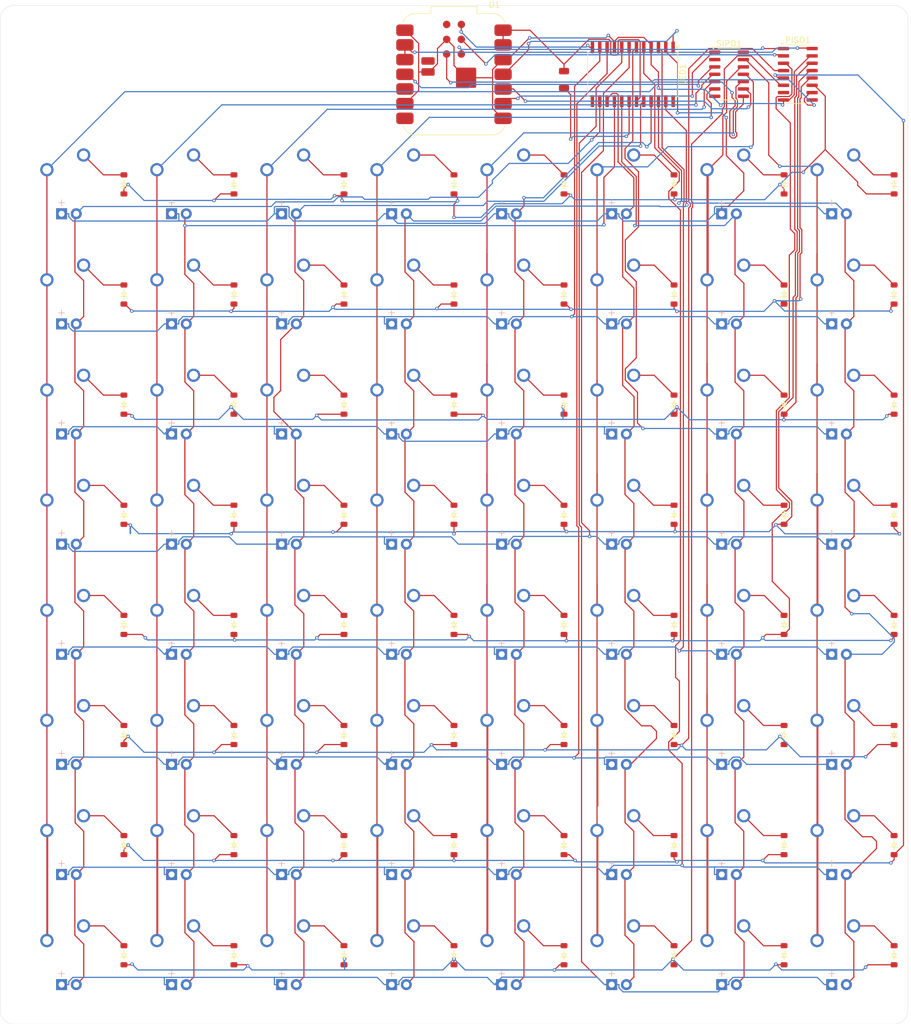
<source format=kicad_pcb>
(kicad_pcb (version 20241229) (generator "pcbnew") (generator_version "9.0")
  (layers (0 "F.Cu" signal) (2 "B.Cu" signal) (13 "F.Paste" user) (15 "B.Paste" user) (5 "F.SilkS" user "F.Silkscreen") (7 "B.SilkS" user "B.Silkscreen") (1 "F.Mask" user) (3 "B.Mask" user) (25 "Edge.Cuts" user))
  (net 0 "")
  (net 1 "Row0")
  (net 2 "Net-(D1-A)")
  (net 3 "Net-(D2-A)")
  (net 4 "Net-(D3-A)")
  (net 5 "Net-(D4-A)")
  (net 6 "Net-(D5-A)")
  (net 7 "Net-(D6-A)")
  (net 8 "Net-(D7-A)")
  (net 9 "Net-(D8-A)")
  (net 10 "Net-(D9-A)")
  (net 11 "Row1")
  (net 12 "Net-(D10-A)")
  (net 13 "Net-(D11-A)")
  (net 14 "Net-(D12-A)")
  (net 15 "Net-(D13-A)")
  (net 16 "Net-(D14-A)")
  (net 17 "Net-(D15-A)")
  (net 18 "Net-(D16-A)")
  (net 19 "Row2")
  (net 20 "Net-(D17-A)")
  (net 21 "Row3")
  (net 22 "Net-(D18-A)")
  (net 23 "Net-(D19-A)")
  (net 24 "Net-(D20-A)")
  (net 25 "Net-(D21-A)")
  (net 26 "Net-(D22-A)")
  (net 27 "Net-(D23-A)")
  (net 28 "Net-(D24-A)")
  (net 29 "Net-(D25-A)")
  (net 30 "Net-(D26-A)")
  (net 31 "Net-(D27-A)")
  (net 32 "Net-(D28-A)")
  (net 33 "Net-(D29-A)")
  (net 34 "Net-(D30-A)")
  (net 35 "Net-(D31-A)")
  (net 36 "Net-(D32-A)")
  (net 37 "Net-(D33-A)")
  (net 38 "Net-(D34-A)")
  (net 39 "Row5")
  (net 40 "Net-(D35-A)")
  (net 41 "Net-(D36-A)")
  (net 42 "Net-(D37-A)")
  (net 43 "Net-(D38-A)")
  (net 44 "Net-(D39-A)")
  (net 45 "Net-(D40-A)")
  (net 46 "Net-(D41-A)")
  (net 47 "Net-(D42-A)")
  (net 48 "Net-(D43-A)")
  (net 49 "Net-(D44-A)")
  (net 50 "Net-(D45-A)")
  (net 51 "Net-(D46-A)")
  (net 52 "Net-(D47-A)")
  (net 53 "Net-(D48-A)")
  (net 54 "Net-(D49-A)")
  (net 55 "Row6")
  (net 56 "Row7")
  (net 57 "Net-(D50-A)")
  (net 58 "Net-(D51-A)")
  (net 59 "Net-(D52-A)")
  (net 60 "Net-(D53-A)")
  (net 61 "Net-(D54-A)")
  (net 62 "Net-(D55-A)")
  (net 63 "Net-(D56-A)")
  (net 64 "Net-(D57-A)")
  (net 65 "Net-(D58-A)")
  (net 66 "Net-(D59-A)")
  (net 67 "Net-(D60-A)")
  (net 68 "Net-(D61-A)")
  (net 69 "Net-(D62-A)")
  (net 70 "Net-(D63-A)")
  (net 71 "Net-(D64-A)")
  (net 75 "Col0")
  (net 76 "Col1")
  (net 77 "Col2")
  (net 78 "Col3")
  (net 79 "Col4")
  (net 80 "Col5")
  (net 81 "Col6")
  (net 82 "Col7")
  (net 89 "LED_Col0")
  (net 90 "LED_Row0")
  (net 91 "LED_Col1")
  (net 92 "LED_Col2")
  (net 93 "LED_Col3")
  (net 94 "LED_Col4")
  (net 95 "LED_Col5")
  (net 96 "LED_Col6")
  (net 97 "LED_Col7")
  (net 98 "LED_Row1")
  (net 99 "LED_Row2")
  (net 100 "LED_Row3")
  (net 101 "LED_Row4")
  (net 102 "LED_Row5")
  (net 103 "LED_Row6")
  (net 104 "LED_Row7")
  (net 105 "Row4")
  (net 106 "GND")
  (net 107 "+3V3")
  (net 108 "CLK")
  (net 109 "MAX_LOAD")
  (net 110 "MOSI")
  (net 111 "Net-(LED1-ISET)")
  (net 112 "+5V")
  (net 113 "PISO_LOAD")
  (net 114 "PISO_CLOCK")
  (net 115 "PISO_DATA")
  (net 116 "SIPO_CLEAR")
  (net 117 "SIPO_DATA")
  (net 118 "SIPO_CLOCK")
  (footprint "ScottoKeebs_Components:Diode_SOD-123" (layer "F.Cu") (at 164.6238 157.3212 90)
    (property "Reference" "D47" (hide yes))
    (property "Value" "Diode")
  )
  (footprint "ScottoKeebs_Components:Diode_SOD-123" (layer "F.Cu") (at 145.5738 119.2212 90)
    (property "Reference" "D30" (hide yes))
    (property "Value" "Diode")
  )
  (footprint "Switch_Misc:MX-LED-PolarityMarked" (layer "F.Cu") (at 136.0488 81.1212)
    (property "Reference" "L14")
    (property "Value" "LED")
  )
  (footprint "MX_Solderable:MX-Solderable-1U_Mod" (layer "F.Cu") (at 97.9488 195.4212)
    (property "Reference" "S60")
    (property "Value" "Keyswitch")
  )
  (footprint "MX_Solderable:MX-Solderable-1U_Mod" (layer "F.Cu") (at 136.0488 100.1712)
    (property "Reference" "S22")
    (property "Value" "Keyswitch")
  )
  (footprint "MX_Solderable:MX-Solderable-1U_Mod" (layer "F.Cu") (at 136.0488 138.2712)
    (property "Reference" "S38")
    (property "Value" "Keyswitch")
  )
  (footprint "Switch_Misc:MX-LED-PolarityMarked" (layer "F.Cu") (at 97.9488 176.3712)
    (property "Reference" "L52")
    (property "Value" "LED")
  )
  (footprint "MX_Solderable:MX-Solderable-1U_Mod" (layer "F.Cu") (at 78.8988 157.3212)
    (property "Reference" "S43")
    (property "Value" "Keyswitch")
  )
  (footprint "Switch_Misc:MX-LED-PolarityMarked" (layer "F.Cu") (at 136.0488 100.1712)
    (property "Reference" "L22")
    (property "Value" "LED")
  )
  (footprint "ScottoKeebs_Components:Diode_SOD-123" (layer "F.Cu") (at 88.4238 62.0712 90)
    (property "Reference" "D3" (hide yes))
    (property "Value" "Diode")
  )
  (footprint "MX_Solderable:MX-Solderable-1U_Mod" (layer "F.Cu") (at 174.1488 62.0712)
    (property "Reference" "S8")
    (property "Value" "Keyswitch")
  )
  (footprint "ScottoKeebs_Components:Diode_SOD-123" (layer "F.Cu") (at 69.3738 81.1212 90)
    (property "Reference" "D10" (hide yes))
    (property "Value" "Diode")
  )
  (footprint "ScottoKeebs_Components:Diode_SOD-123" (layer "F.Cu") (at 183.6738 62.0712 90)
    (property "Reference" "D8" (hide yes))
    (property "Value" "Diode")
  )
  (footprint "ScottoKeebs_Components:Diode_SOD-123" (layer "F.Cu") (at 107.4738 119.2212 90)
    (property "Reference" "D28" (hide yes))
    (property "Value" "Diode")
  )
  (footprint "MX_Solderable:MX-Solderable-1U_Mod" (layer "F.Cu") (at 78.8988 138.2712)
    (property "Reference" "S35")
    (property "Value" "Keyswitch")
  )
  (footprint "MX_Solderable:MX-Solderable-1U_Mod" (layer "F.Cu") (at 40.7988 176.3712)
    (property "Reference" "S49")
    (property "Value" "Keyswitch")
  )
  (footprint "Switch_Misc:MX-LED-PolarityMarked" (layer "F.Cu") (at 174.1488 195.4212)
    (property "Reference" "L64")
    (property "Value" "LED")
  )
  (footprint "MX_Solderable:MX-Solderable-1U_Mod" (layer "F.Cu") (at 40.7988 81.1212)
    (property "Reference" "S9")
    (property "Value" "Keyswitch")
  )
  (footprint "Switch_Misc:MX-LED-PolarityMarked" (layer "F.Cu") (at 59.8488 119.2212)
    (property "Reference" "L26")
    (property "Value" "LED")
  )
  (footprint "ScottoKeebs_Components:Diode_SOD-123" (layer "F.Cu") (at 88.4238 157.3212 90)
    (property "Reference" "D43" (hide yes))
    (property "Value" "Diode")
  )
  (footprint "Switch_Misc:MX-LED-PolarityMarked" (layer "F.Cu") (at 97.9488 157.3212)
    (property "Reference" "L44")
    (property "Value" "LED")
  )
  (footprint "MX_Solderable:MX-Solderable-1U_Mod" (layer "F.Cu") (at 116.9988 62.0712)
    (property "Reference" "S5")
    (property "Value" "Keyswitch")
  )
  (footprint "MountingHole:MountingHole_2.2mm_M2" (layer "F.Cu") (at 107.4738 128.7462)
    (property "Reference" "H5" (hide yes))
    (property "Value" "MountingHole_2.2mm_M2" (hide yes))
  )
  (footprint "Switch_Misc:MX-LED-PolarityMarked" (layer "F.Cu") (at 155.0988 62.0712)
    (property "Reference" "L7")
    (property "Value" "LED")
  )
  (footprint "MountingHole:MountingHole_2.2mm_M2" (layer "F.Cu") (at 50.3238 71.5962)
    (property "Reference" "H1" (hide yes))
    (property "Value" "MountingHole_2.2mm_M2" (hide yes))
  )
  (footprint "ScottoKeebs_Components:Diode_SOD-123" (layer "F.Cu") (at 69.3738 195.4212 90)
    (property "Reference" "D58" (hide yes))
    (property "Value" "Diode")
  )
  (footprint "ScottoKeebs_Components:Resistor_1206" (layer "F.Cu") (at 126.5238 43.94 -90)
    (property "Reference" "R1" (hide yes))
    (property "Value" "R" (hide yes))
  )
  (footprint "Switch_Misc:MX-LED-PolarityMarked" (layer "F.Cu") (at 136.0488 62.0712)
    (property "Reference" "L6")
    (property "Value" "LED")
  )
  (footprint "ScottoKeebs_Components:Diode_SOD-123" (layer "F.Cu") (at 126.5238 157.3212 90)
    (property "Reference" "D45" (hide yes))
    (property "Value" "Diode")
  )
  (footprint "MountingHole:MountingHole_2.2mm_M2" (layer "F.Cu") (at 164.6238 71.5962)
    (property "Reference" "H3" (hide yes))
    (property "Value" "MountingHole_2.2mm_M2" (hide yes))
  )
  (footprint "ScottoKeebs_Components:Diode_SOD-123" (layer "F.Cu") (at 126.5238 62.0712 90)
    (property "Reference" "D5" (hide yes))
    (property "Value" "Diode")
  )
  (footprint "Switch_Misc:MX-LED-PolarityMarked" (layer "F.Cu") (at 78.8988 176.3712)
    (property "Reference" "L51")
    (property "Value" "LED")
  )
  (footprint "MX_Solderable:MX-Solderable-1U_Mod" (layer "F.Cu") (at 78.8988 119.2212)
    (property "Reference" "S27")
    (property "Value" "Keyswitch")
  )
  (footprint "ScottoKeebs_Components:Diode_SOD-123" (layer "F.Cu") (at 107.4738 138.2712 90)
    (property "Reference" "D36" (hide yes))
    (property "Value" "Diode")
  )
  (footprint "MX_Solderable:MX-Solderable-1U_Mod" (layer "F.Cu") (at 97.9488 81.1212)
    (property "Reference" "S12")
    (property "Value" "Keyswitch")
  )
  (footprint "Switch_Misc:MX-LED-PolarityMarked" (layer "F.Cu") (at 155.0988 119.2212)
    (property "Reference" "L31")
    (property "Value" "LED")
  )
  (footprint "ScottoKeebs_Components:Diode_SOD-123" (layer "F.Cu") (at 88.4238 195.4212 90)
    (property "Reference" "D59" (hide yes))
    (property "Value" "Diode")
  )
  (footprint "Switch_Misc:MX-LED-PolarityMarked" (layer "F.Cu") (at 155.0988 176.3712)
    (property "Reference" "L55")
    (property "Value" "LED")
  )
  (footprint "Switch_Misc:MX-LED-PolarityMarked" (layer "F.Cu") (at 97.9488 195.4212)
    (property "Reference" "L60")
    (property "Value" "LED")
  )
  (footprint "MX_Solderable:MX-Solderable-1U_Mod" (layer "F.Cu") (at 174.1488 138.2712)
    (property "Reference" "S40")
    (property "Value" "Keyswitch")
  )
  (footprint "Switch_Misc:MX-LED-PolarityMarked" (layer "F.Cu") (at 116.9988 195.4212)
    (property "Reference" "L61")
    (property "Value" "LED")
  )
  (footprint "MX_Solderable:MX-Solderable-1U_Mod" (layer "F.Cu") (at 40.7988 100.1712)
    (property "Reference" "S17")
    (property "Value" "Keyswitch")
  )
  (footprint "Switch_Misc:MX-LED-PolarityMarked" (layer "F.Cu") (at 59.8488 195.4212)
    (property "Reference" "L58")
    (property "Value" "LED")
  )
  (footprint "MX_Solderable:MX-Solderable-1U_Mod" (layer "F.Cu") (at 59.8488 100.1712)
    (property "Reference" "S18")
    (property "Value" "Keyswitch")
  )
  (footprint "MX_Solderable:MX-Solderable-1U_Mod" (layer "F.Cu") (at 174.1488 81.1212)
    (property "Reference" "S16")
    (property "Value" "Keyswitch")
  )
  (footprint "ScottoKeebs_Components:Diode_SOD-123" (layer "F.Cu") (at 69.3738 100.1712 90)
    (property "Reference" "D18" (hide yes))
    (property "Value" "Diode")
  )
  (footprint "ScottoKeebs_Components:Diode_SOD-123" (layer "F.Cu") (at 145.5738 62.0712 90)
    (property "Reference" "D6" (hide yes))
    (property "Value" "Diode")
  )
  (footprint "Switch_Misc:MX-LED-PolarityMarked" (layer "F.Cu") (at 78.8988 62.0712)
    (property "Reference" "L3")
    (property "Value" "LED")
  )
  (footprint "MX_Solderable:MX-Solderable-1U_Mod" (layer "F.Cu") (at 40.7988 119.2212)
    (property "Reference" "S25")
    (property "Value" "Keyswitch")
  )
  (footprint "MX_Solderable:MX-Solderable-1U_Mod" (layer "F.Cu") (at 116.9988 195.4212)
    (property "Reference" "S61")
    (property "Value" "Keyswitch")
  )
  (footprint "MX_Solderable:MX-Solderable-1U_Mod" (layer "F.Cu") (at 59.8488 195.4212)
    (property "Reference" "S58")
    (property "Value" "Keyswitch")
  )
  (footprint "MX_Solderable:MX-Solderable-1U_Mod" (layer "F.Cu") (at 155.0988 119.2212)
    (property "Reference" "S31")
    (property "Value" "Keyswitch")
  )
  (footprint "Switch_Misc:MX-LED-PolarityMarked" (layer "F.Cu") (at 40.7988 62.0712)
    (property "Reference" "L1")
    (property "Value" "LED")
  )
  (footprint "Switch_Misc:MX-LED-PolarityMarked" (layer "F.Cu") (at 174.1488 62.0712)
    (property "Reference" "L8")
    (property "Value" "LED")
  )
  (footprint "ScottoKeebs_Components:Diode_SOD-123" (layer "F.Cu") (at 88.4238 119.2212 90)
    (property "Reference" "D27" (hide yes))
    (property "Value" "Diode")
  )
  (footprint "Switch_Misc:MX-LED-PolarityMarked" (layer "F.Cu") (at 136.0488 176.3712)
    (property "Reference" "L54")
    (property "Value" "LED")
  )
  (footprint "MX_Solderable:MX-Solderable-1U_Mod" (layer "F.Cu") (at 174.1488 119.2212)
    (property "Reference" "S32")
    (property "Value" "Keyswitch")
  )
  (footprint "MX_Solderable:MX-Solderable-1U_Mod" (layer "F.Cu") (at 40.7988 157.3212)
    (property "Reference" "S41")
    (property "Value" "Keyswitch")
  )
  (footprint "Switch_Misc:MX-LED-PolarityMarked" (layer "F.Cu") (at 136.0488 119.2212)
    (property "Reference" "L30")
    (property "Value" "LED")
  )
  (footprint "Switch_Misc:MX-LED-PolarityMarked" (layer "F.Cu") (at 59.8488 100.1712)
    (property "Reference" "L18")
    (property "Value" "LED")
  )
  (footprint "ScottoKeebs_Components:Diode_SOD-123" (layer "F.Cu") (at 88.4238 176.3712 90)
    (property "Reference" "D51" (hide yes))
    (property "Value" "Diode")
  )
  (footprint "MountingHole:MountingHole_2.2mm_M2" (layer "F.Cu") (at 107.4738 71.5962)
    (property "Reference" "H2" (hide yes))
    (property "Value" "MountingHole_2.2mm_M2" (hide yes))
  )
  (footprint "MountingHole:MountingHole_2.2mm_M2" (layer "F.Cu") (at 50.3238 128.7462)
    (property "Reference" "H4" (hide yes))
    (property "Value" "MountingHole_2.2mm_M2" (hide yes))
  )
  (footprint "Switch_Misc:MX-LED-PolarityMarked" (layer "F.Cu") (at 40.7988 81.1212)
    (property "Reference" "L9")
    (property "Value" "LED")
  )
  (footprint "ScottoKeebs_Components:Diode_SOD-123" (layer "F.Cu") (at 88.4238 100.1712 90)
    (property "Reference" "D19" (hide yes))
    (property "Value" "Diode")
  )
  (footprint "ScottoKeebs_Components:Diode_SOD-123" (layer "F.Cu") (at 69.3738 157.3212 90)
    (property "Reference" "D42" (hide yes))
    (property "Value" "Diode")
  )
  (footprint "MountingHole:MountingHole_2.2mm_M2" (layer "F.Cu") (at 50.3238 185.8962)
    (property "Reference" "H7" (hide yes))
    (property "Value" "MountingHole_2.2mm_M2" (hide yes))
  )
  (footprint "ScottoKeebs_Components:Diode_SOD-123" (layer "F.Cu") (at 126.5238 138.2712 90)
    (property "Reference" "D37" (hide yes))
    (property "Value" "Diode")
  )
  (footprint "Switch_Misc:MX-LED-PolarityMarked" (layer "F.Cu") (at 97.9488 100.1712)
    (property "Reference" "L20")
    (property "Value" "LED")
  )
  (footprint "ScottoKeebs_Components:Diode_SOD-123" (layer "F.Cu") (at 69.3738 138.2712 90)
    (property "Reference" "D34" (hide yes))
    (property "Value" "Diode")
  )
  (footprint "Switch_Misc:MX-LED-PolarityMarked" (layer "F.Cu") (at 59.8488 138.2712)
    (property "Reference" "L34")
    (property "Value" "LED")
  )
  (footprint "ScottoKeebs_Components:Diode_SOD-123" (layer "F.Cu") (at 69.3738 176.3712 90)
    (property "Reference" "D50" (hide yes))
    (property "Value" "Diode")
  )
  (footprint "Switch_Misc:MX-LED-PolarityMarked" (layer "F.Cu") (at 174.1488 119.2212)
    (property "Reference" "L32")
    (property "Value" "LED")
  )
  (footprint "ScottoKeebs_Components:Diode_SOD-123" (layer "F.Cu") (at 88.4238 138.2712 90)
    (property "Reference" "D35" (hide yes))
    (property "Value" "Diode")
  )
  (footprint "Switch_Misc:MX-LED-PolarityMarked" (layer "F.Cu") (at 78.8988 119.2212)
    (property "Reference" "L27")
    (property "Value" "LED")
  )
  (footprint "MX_Solderable:MX-Solderable-1U_Mod" (layer "F.Cu") (at 78.8988 176.3712)
    (property "Reference" "S51")
    (property "Value" "Keyswitch")
  )
  (footprint "Switch_Misc:MX-LED-PolarityMarked" (layer "F.Cu") (at 40.7988 195.4212)
    (property "Reference" "L57")
    (property "Value" "LED")
  )
  (footprint "MX_Solderable:MX-Solderable-1U_Mod" (layer "F.Cu") (at 155.0988 62.0712)
    (property "Reference" "S7")
    (property "Value" "Keyswitch")
  )
  (footprint "MX_Solderable:MX-Solderable-1U_Mod" (layer "F.Cu") (at 116.9988 138.2712)
    (property "Reference" "S37")
    (property "Value" "Keyswitch")
  )
  (footprint "Switch_Misc:MX-LED-PolarityMarked" (layer "F.Cu") (at 78.8988 157.3212)
    (property "Reference" "L43")
    (property "Value" "LED")
  )
  (footprint "ScottoKeebs_Components:Diode_SOD-123" (layer "F.Cu") (at 126.5238 100.1712 90)
    (property "Reference" "D21" (hide yes))
    (property "Value" "Diode")
  )
  (footprint "MX_Solderable:MX-Solderable-1U_Mod" (layer "F.Cu") (at 136.0488 81.1212)
    (property "Reference" "S14")
    (property "Value" "Keyswitch")
  )
  (footprint "Switch_Misc:MX-LED-PolarityMarked" (layer "F.Cu") (at 59.8488 62.0712)
    (property "Reference" "L2")
    (property "Value" "LED")
  )
  (footprint "MX_Solderable:MX-Solderable-1U_Mod" (layer "F.Cu") (at 40.7988 62.0712)
    (property "Reference" "S1")
    (property "Value" "Keyswitch")
  )
  (footprint "ScottoKeebs_Components:Diode_SOD-123" (layer "F.Cu") (at 107.4738 157.3212 90)
    (property "Reference" "D44" (hide yes))
    (property "Value" "Diode")
  )
  (footprint "Switch_Misc:MX-LED-PolarityMarked" (layer "F.Cu") (at 40.7988 138.2712)
    (property "Reference" "L33")
    (property "Value" "LED")
  )
  (footprint "ScottoKeebs_Components:Diode_SOD-123" (layer "F.Cu") (at 50.3238 157.3212 90)
    (property "Reference" "D41" (hide yes))
    (property "Value" "Diode")
  )
  (footprint "Switch_Misc:MX-LED-PolarityMarked" (layer "F.Cu") (at 136.0488 195.4212)
    (property "Reference" "L62")
    (property "Value" "LED")
  )
  (footprint "MX_Solderable:MX-Solderable-1U_Mod" (layer "F.Cu") (at 59.8488 138.2712)
    (property "Reference" "S34")
    (property "Value" "Keyswitch")
  )
  (footprint "ScottoKeebs_Components:Diode_SOD-123" (layer "F.Cu") (at 145.5738 176.3712 90)
    (property "Reference" "D54" (hide yes))
    (property "Value" "Diode")
  )
  (footprint "MX_Solderable:MX-Solderable-1U_Mod" (layer "F.Cu") (at 59.8488 62.0712)
    (property "Reference" "S2")
    (property "Value" "Keyswitch")
  )
  (footprint "MX_Solderable:MX-Solderable-1U_Mod" (layer "F.Cu") (at 155.0988 195.4212)
    (property "Reference" "S63")
    (property "Value" "Keyswitch")
  )
  (footprint "MX_Solderable:MX-Solderable-1U_Mod" (layer "F.Cu") (at 97.9488 100.1712)
    (property "Reference" "S20")
    (property "Value" "Keyswitch")
  )
  (footprint "MX_Solderable:MX-Solderable-1U_Mod" (layer "F.Cu") (at 116.9988 81.1212)
    (property "Reference" "S13")
    (property "Value" "Keyswitch")
  )
  (footprint "Switch_Misc:MX-LED-PolarityMarked" (layer "F.Cu") (at 40.7988 157.3212)
    (property "Reference" "L41")
    (property "Value" "LED")
  )
  (footprint "Switch_Misc:MX-LED-PolarityMarked" (layer "F.Cu") (at 78.8988 100.1712)
    (property "Reference" "L19")
    (property "Value" "LED")
  )
  (footprint "Switch_Misc:MX-LED-PolarityMarked" (layer "F.Cu") (at 59.8488 157.3212)
    (property "Reference" "L42")
    (property "Value" "LED")
  )
  (footprint "ScottoKeebs_Components:Diode_SOD-123" (layer "F.Cu") (at 50.3238 195.4212 90)
    (property "Reference" "D57" (hide yes))
    (property "Value" "Diode")
  )
  (footprint "ScottoKeebs_Components:Diode_SOD-123" (layer "F.Cu") (at 50.3238 138.2712 90)
    (property "Reference" "D33" (hide yes))
    (property "Value" "Diode")
  )
  (footprint "MX_Solderable:MX-Solderable-1U_Mod" (layer "F.Cu") (at 78.8988 62.0712)
    (property "Reference" "S3")
    (property "Value" "Keyswitch")
  )
  (footprint "ScottoKeebs_Components:Diode_SOD-123" (layer "F.Cu") (at 145.5738 195.4212 90)
    (property "Reference" "D62" (hide yes))
    (property "Value" "Diode")
  )
  (footprint "ScottoKeebs_Components:Diode_SOD-123" (layer "F.Cu") (at 164.6238 81.1212 90)
    (property "Reference" "D15" (hide yes))
    (property "Value" "Diode")
  )
  (footprint "Switch_Misc:MX-LED-PolarityMarked" (layer "F.Cu") (at 116.9988 62.0712)
    (property "Reference" "L5")
    (property "Value" "LED")
  )
  (footprint "Switch_Misc:MX-LED-PolarityMarked" (layer "F.Cu") (at 78.8988 81.1212)
    (property "Reference" "L11")
    (property "Value" "LED")
  )
  (footprint "Switch_Misc:MX-LED-PolarityMarked" (layer "F.Cu") (at 40.7988 176.3712)
    (property "Reference" "L49")
    (property "Value" "LED")
  )
  (footprint "Switch_Misc:MX-LED-PolarityMarked" (layer "F.Cu") (at 174.1488 81.1212)
    (property "Reference" "L16")
    (property "Value" "LED")
  )
  (footprint "RF_Module:MCU_Seeed_ESP32C3" (layer "F.Cu") (at 107.4738 43.0212)
    (property "Reference" "U1")
    (property "Value" "ESP32-C3-DevKitM-1")
  )
  (footprint "Switch_Misc:MX-LED-PolarityMarked" (layer "F.Cu") (at 174.1488 100.1712)
    (property "Reference" "L24")
    (property "Value" "LED")
  )
  (footprint "MX_Solderable:MX-Solderable-1U_Mod" (layer "F.Cu") (at 174.1488 176.3712)
    (property "Reference" "S56")
    (property "Value" "Keyswitch")
  )
  (footprint "MX_Solderable:MX-Solderable-1U_Mod" (layer "F.Cu") (at 97.9488 176.3712)
    (property "Reference" "S52")
    (property "Value" "Keyswitch")
  )
  (footprint "ScottoKeebs_Components:Diode_SOD-123" (layer "F.Cu") (at 164.6238 62.0712 90)
    (property "Reference" "D7" (hide yes))
    (property "Value" "Diode")
  )
  (footprint "MX_Solderable:MX-Solderable-1U_Mod" (layer "F.Cu") (at 155.0988 100.1712)
    (property "Reference" "S23")
    (property "Value" "Keyswitch")
  )
  (footprint "Switch_Misc:MX-LED-PolarityMarked" (layer "F.Cu") (at 59.8488 176.3712)
    (property "Reference" "L50")
    (property "Value" "LED")
  )
  (footprint "Switch_Misc:MX-LED-PolarityMarked" (layer "F.Cu") (at 59.8488 81.1212)
    (property "Reference" "L10")
    (property "Value" "LED")
  )
  (footprint "Switch_Misc:MX-LED-PolarityMarked" (layer "F.Cu") (at 116.9988 119.2212)
    (property "Reference" "L29")
    (property "Value" "LED")
  )
  (footprint "MX_Solderable:MX-Solderable-1U_Mod" (layer "F.Cu") (at 155.0988 176.3712)
    (property "Reference" "S55")
    (property "Value" "Keyswitch")
  )
  (footprint "Switch_Misc:MX-LED-PolarityMarked" (layer "F.Cu") (at 116.9988 157.3212)
    (property "Reference" "L45")
    (property "Value" "LED")
  )
  (footprint "ScottoKeebs_Components:Diode_SOD-123" (layer "F.Cu") (at 183.6738 176.3712 90)
    (property "Reference" "D56" (hide yes))
    (property "Value" "Diode")
  )
  (footprint "MX_Solderable:MX-Solderable-1U_Mod" (layer "F.Cu") (at 97.9488 138.2712)
    (property "Reference" "S36")
    (property "Value" "Keyswitch")
  )
  (footprint "MX_Solderable:MX-Solderable-1U_Mod" (layer "F.Cu") (at 174.1488 195.4212)
    (property "Reference" "S64")
    (property "Value" "Keyswitch")
  )
  (footprint "MX_Solderable:MX-Solderable-1U_Mod" (layer "F.Cu") (at 155.0988 138.2712)
    (property "Reference" "S39")
    (property "Value" "Keyswitch")
  )
  (footprint "ScottoKeebs_Components:Diode_SOD-123" (layer "F.Cu") (at 107.4738 62.0712 90)
    (property "Reference" "D4" (hide yes))
    (property "Value" "Diode")
  )
  (footprint "ScottoKeebs_Components:Diode_SOD-123" (layer "F.Cu") (at 183.6738 119.2212 90)
    (property "Reference" "D32" (hide yes))
    (property "Value" "Diode")
  )
  (footprint "MX_Solderable:MX-Solderable-1U_Mod" (layer "F.Cu") (at 116.9988 119.2212)
    (property "Reference" "S29")
    (property "Value" "Keyswitch")
  )
  (footprint "MX_Solderable:MX-Solderable-1U_Mod" (layer "F.Cu") (at 40.7988 195.4212)
    (property "Reference" "S57")
    (property "Value" "Keyswitch")
  )
  (footprint "Switch_Misc:MX-LED-PolarityMarked" (layer "F.Cu") (at 116.9988 138.2712)
    (property "Reference" "L37")
    (property "Value" "LED")
  )
  (footprint "MX_Solderable:MX-Solderable-1U_Mod" (layer "F.Cu") (at 78.8988 100.1712)
    (property "Reference" "S19")
    (property "Value" "Keyswitch")
  )
  (footprint "ScottoKeebs_Components:Diode_SOD-123" (layer "F.Cu") (at 126.5238 119.2212 90)
    (property "Reference" "D29" (hide yes))
    (property "Value" "Diode")
  )
  (footprint "Switch_Misc:MX-LED-PolarityMarked" (layer "F.Cu") (at 174.1488 157.3212)
    (property "Reference" "L48")
    (property "Value" "LED")
  )
  (footprint "Switch_Misc:MX-LED-PolarityMarked" (layer "F.Cu") (at 116.9988 81.1212)
    (property "Reference" "L13")
    (property "Value" "LED")
  )
  (footprint "ScottoKeebs_Components:Diode_SOD-123" (layer "F.Cu") (at 50.3238 81.1212 90)
    (property "Reference" "D9" (hide yes))
    (property "Value" "Diode")
  )
  (footprint "MountingHole:MountingHole_2.2mm_M2" (layer "F.Cu") (at 107.4738 185.8962)
    (property "Reference" "H8" (hide yes))
    (property "Value" "MountingHole_2.2mm_M2" (hide yes))
  )
  (footprint "MX_Solderable:MX-Solderable-1U_Mod" (layer "F.Cu") (at 136.0488 119.2212)
    (property "Reference" "S30")
    (property "Value" "Keyswitch")
  )
  (footprint "ScottoKeebs_Components:Diode_SOD-123" (layer "F.Cu") (at 107.4738 100.1712 90)
    (property "Reference" "D20" (hide yes))
    (property "Value" "Diode")
  )
  (footprint "MX_Solderable:MX-Solderable-1U_Mod" (layer "F.Cu") (at 174.1488 100.1712)
    (property "Reference" "S24")
    (property "Value" "Keyswitch")
  )
  (footprint "Switch_Misc:MX-LED-PolarityMarked" (layer "F.Cu") (at 155.0988 81.1212)
    (property "Reference" "L15")
    (property "Value" "LED")
  )
  (footprint "MX_Solderable:MX-Solderable-1U_Mod" (layer "F.Cu") (at 155.0988 157.3212)
    (property "Reference" "S47")
    (property "Value" "Keyswitch")
  )
  (footprint "ScottoKeebs_Components:Diode_SOD-123" (layer "F.Cu") (at 50.3238 119.2212 90)
    (property "Reference" "D25" (hide yes))
    (property "Value" "Diode")
  )
  (footprint "Package_SO:SOIC-16_3.9x9.9mm_P1.27mm" (layer "F.Cu") (at 167.005 43.0212)
    (property "Reference" "PISO1")
    (property "Value" "74HC165")
  )
  (footprint "ScottoKeebs_Components:Diode_SOD-123" (layer "F.Cu") (at 164.6238 138.2712 90)
    (property "Reference" "D39" (hide yes))
    (property "Value" "Diode")
  )
  (footprint "Switch_Misc:MX-LED-PolarityMarked" (layer "F.Cu") (at 155.0988 138.2712)
    (property "Reference" "L39")
    (property "Value" "LED")
  )
  (footprint "ScottoKeebs_Components:Diode_SOD-123" (layer "F.Cu") (at 145.5738 100.1712 90)
    (property "Reference" "D22" (hide yes))
    (property "Value" "Diode")
  )
  (footprint "Switch_Misc:MX-LED-PolarityMarked" (layer "F.Cu") (at 78.8988 138.2712)
    (property "Reference" "L35")
    (property "Value" "LED")
  )
  (footprint "MX_Solderable:MX-Solderable-1U_Mod" (layer "F.Cu") (at 78.8988 195.4212)
    (property "Reference" "S59")
    (property "Value" "Keyswitch")
  )
  (footprint "MX_Solderable:MX-Solderable-1U_Mod" (layer "F.Cu") (at 136.0488 195.4212)
    (property "Reference" "S62")
    (property "Value" "Keyswitch")
  )
  (footprint "ScottoKeebs_Components:Diode_SOD-123" (layer "F.Cu") (at 183.6738 157.3212 90)
    (property "Reference" "D48" (hide yes))
    (property "Value" "Diode")
  )
  (footprint "ScottoKeebs_Components:Diode_SOD-123" (layer "F.Cu") (at 107.4738 81.1212 90)
    (property "Reference" "D12" (hide yes))
    (property "Value" "Diode")
  )
  (footprint "MX_Solderable:MX-Solderable-1U_Mod" (layer "F.Cu") (at 155.0988 81.1212)
    (property "Reference" "S15")
    (property "Value" "Keyswitch")
  )
  (footprint "ScottoKeebs_Components:Diode_SOD-123" (layer "F.Cu") (at 183.6738 138.2712 90)
    (property "Reference" "D40" (hide yes))
    (property "Value" "Diode")
  )
  (footprint "ScottoKeebs_Components:Diode_SOD-123" (layer "F.Cu") (at 69.3738 62.0712 90)
    (property "Reference" "D2" (hide yes))
    (property "Value" "Diode")
  )
  (footprint "ScottoKeebs_Components:Diode_SOD-123" (layer "F.Cu") (at 126.5238 176.3712 90)
    (property "Reference" "D53" (hide yes))
    (property "Value" "Diode")
  )
  (footprint "MX_Solderable:MX-Solderable-1U_Mod" (layer "F.Cu") (at 136.0488 157.3212)
    (property "Reference" "S46")
    (property "Value" "Keyswitch")
  )
  (footprint "MountingHole:MountingHole_2.2mm_M2" (layer "F.Cu") (at 164.6238 128.7462)
    (property "Reference" "H6" (hide yes))
    (property "Value" "MountingHole_2.2mm_M2" (hide yes))
  )
  (footprint "ScottoKeebs_Components:Diode_SOD-123" (layer "F.Cu") (at 164.6238 119.2212 90)
    (property "Reference" "D31" (hide yes))
    (property "Value" "Diode")
  )
  (footprint "MX_Solderable:MX-Solderable-1U_Mod" (layer "F.Cu") (at 97.9488 62.0712)
    (property "Reference" "S4")
    (property "Value" "Keyswitch")
  )
  (footprint "MX_Solderable:MX-Solderable-1U_Mod" (layer "F.Cu") (at 116.9988 100.1712)
    (property "Reference" "S21")
    (property "Value" "Keyswitch")
  )
  (footprint "MX_Solderable:MX-Solderable-1U_Mod" (layer "F.Cu") (at 97.9488 119.2212)
    (property "Reference" "S28")
    (property "Value" "Keyswitch")
  )
  (footprint "ScottoKeebs_Components:Diode_SOD-123" (layer "F.Cu") (at 145.5738 81.1212 90)
    (property "Reference" "D14" (hide yes))
    (property "Value" "Diode")
  )
  (footprint "MX_Solderable:MX-Solderable-1U_Mod" (layer "F.Cu") (at 97.9488 157.3212)
    (property "Reference" "S44")
    (property "Value" "Keyswitch")
  )
  (footprint "Switch_Misc:MX-LED-PolarityMarked" (layer "F.Cu") (at 78.8988 195.4212)
    (property "Reference" "L59")
    (property "Value" "LED")
  )
  (footprint "Switch_Misc:MX-LED-PolarityMarked" (layer "F.Cu") (at 155.0988 157.3212)
    (property "Reference" "L47")
    (property "Value" "LED")
  )
  (footprint "Switch_Misc:MX-LED-PolarityMarked" (layer "F.Cu") (at 174.1488 138.2712)
    (property "Reference" "L40")
    (property "Value" "LED")
  )
  (footprint "ScottoKeebs_Components:Diode_SOD-123" (layer "F.Cu") (at 183.6738 195.4212 90)
    (property "Reference" "D64" (hide yes))
    (property "Value" "Diode")
  )
  (footprint "ScottoKeebs_Components:Diode_SOD-123" (layer "F.Cu") (at 107.4738 195.4212 90)
    (property "Reference" "D60" (hide yes))
    (property "Value" "Diode")
  )
  (footprint "ScottoKeebs_Components:Diode_SOD-123" (layer "F.Cu") (at 164.6238 195.4212 90)
    (property "Reference" "D63" (hide yes))
    (property "Value" "Diode")
  )
  (footprint "MX_Solderable:MX-Solderable-1U_Mod" (layer "F.Cu") (at 174.1488 157.3212)
    (property "Reference" "S48")
    (property "Value" "Keyswitch")
  )
  (footprint "ScottoKeebs_Components:Diode_SOD-123" (layer "F.Cu") (at 50.3238 100.1712 90)
    (property "Reference" "D17" (hide yes))
    (property "Value" "Diode")
  )
  (footprint "MX_Solderable:MX-Solderable-1U_Mod" (layer "F.Cu") (at 40.7988 138.2712)
    (property "Reference" "S33")
    (property "Value" "Keyswitch")
  )
  (footprint "ScottoKeebs_Components:Diode_SOD-123" (layer "F.Cu") (at 183.6738 100.1712 90)
    (property "Reference" "D24" (hide yes))
    (property "Value" "Diode")
  )
  (footprint "Switch_Misc:MX-LED-PolarityMarked" (layer "F.Cu") (at 97.9488 119.2212)
    (property "Reference" "L28")
    (property "Value" "LED")
  )
  (footprint "Switch_Misc:MX-LED-PolarityMarked" (layer "F.Cu") (at 40.7988 119.2212)
    (property "Reference" "L25")
    (property "Value" "LED")
  )
  (footprint "Switch_Misc:MX-LED-PolarityMarked" (layer "F.Cu") (at 97.9488 81.1212)
    (property "Reference" "L12")
    (property "Value" "LED")
  )
  (footprint "MX_Solderable:MX-Solderable-1U_Mod" (layer "F.Cu") (at 59.8488 81.1212)
    (property "Reference" "S10")
    (property "Value" "Keyswitch")
  )
  (footprint "MX_Solderable:MX-Solderable-1U_Mod" (layer "F.Cu") (at 116.9988 157.3212)
    (property "Reference" "S45")
    (property "Value" "Keyswitch")
  )
  (footprint "ScottoKeebs_Components:Diode_SOD-123" (layer "F.Cu") (at 126.5238 195.4212 90)
    (property "Reference" "D61" (hide yes))
    (property "Value" "Diode")
  )
  (footprint "ScottoKeebs_Components:Diode_SOD-123" (layer "F.Cu") (at 69.3738 119.2212 90)
    (property "Reference" "D26" (hide yes))
    (property "Value" "Diode")
  )
  (footprint "ScottoKeebs_Components:Diode_SOD-123" (layer "F.Cu") (at 164.6238 100.1712 90)
    (property "Reference" "D23" (hide yes))
    (property "Value" "Diode")
  )
  (footprint "MX_Solderable:MX-Solderable-1U_Mod" (layer "F.Cu") (at 116.9988 176.3712)
    (property "Reference" "S53")
    (property "Value" "Keyswitch")
  )
  (footprint "Switch_Misc:MX-LED-PolarityMarked" (layer "F.Cu") (at 116.9988 176.3712)
    (property "Reference" "L53")
    (property "Value" "LED")
  )
  (footprint "ScottoKeebs_Components:Diode_SOD-123" (layer "F.Cu") (at 145.5738 157.3212 90)
    (property "Reference" "D46" (hide yes))
    (property "Value" "Diode")
  )
  (footprint "MX_Solderable:MX-Solderable-1U_Mod" (layer "F.Cu") (at 136.0488 176.3712)
    (property "Reference" "S54")
    (property "Value" "Keyswitch")
  )
  (footprint "ScottoKeebs_Components:Diode_SOD-123" (layer "F.Cu") (at 164.6238 176.3712 90)
    (property "Reference" "D55" (hide yes))
    (property "Value" "Diode")
  )
  (footprint "Switch_Misc:MX-LED-PolarityMarked" (layer "F.Cu") (at 174.1488 176.3712)
    (property "Reference" "L56")
    (property "Value" "LED")
  )
  (footprint "ScottoKeebs_Components:Diode_SOD-123" (layer "F.Cu") (at 50.3238 176.3712 90)
    (property "Reference" "D49" (hide yes))
    (property "Value" "Diode")
  )
  (footprint "MX_Solderable:MX-Solderable-1U_Mod" (layer "F.Cu") (at 78.8988 81.1212)
    (property "Reference" "S11")
    (property "Value" "Keyswitch")
  )
  (footprint "Switch_Misc:MX-LED-PolarityMarked" (layer "F.Cu") (at 136.0488 157.3212)
    (property "Reference" "L46")
    (property "Value" "LED")
  )
  (footprint "Package_SO:SOIC-24W_7.5x15.4mm_P1.27mm" (layer "F.Cu") (at 138.43 43.0212 -90)
    (property "Reference" "LED1")
    (property "Value" "MAX7219")
  )
  (footprint "MX_Solderable:MX-Solderable-1U_Mod" (layer "F.Cu") (at 59.8488 157.3212)
    (property "Reference" "S42")
    (property "Value" "Keyswitch")
  )
  (footprint "ScottoKeebs_Components:Diode_SOD-123" (layer "F.Cu") (at 88.4238 81.1212 90)
    (property "Reference" "D11" (hide yes))
    (property "Value" "Diode")
  )
  (footprint "MX_Solderable:MX-Solderable-1U_Mod" (layer "F.Cu") (at 59.8488 119.2212)
    (property "Reference" "S26")
    (property "Value" "Keyswitch")
  )
  (footprint "Switch_Misc:MX-LED-PolarityMarked" (layer "F.Cu") (at 155.0988 100.1712)
    (property "Reference" "L23")
    (property "Value" "LED")
  )
  (footprint "MountingHole:MountingHole_2.2mm_M2" (layer "F.Cu") (at 164.6238 185.8962)
    (property "Reference" "H9" (hide yes))
    (property "Value" "MountingHole_2.2mm_M2" (hide yes))
  )
  (footprint "Switch_Misc:MX-LED-PolarityMarked" (layer "F.Cu") (at 116.9988 100.1712)
    (property "Reference" "L21")
    (property "Value" "LED")
  )
  (footprint "ScottoKeebs_Components:Diode_SOD-123" (layer "F.Cu") (at 126.5238 81.1212 90)
    (property "Reference" "D13" (hide yes))
    (property "Value" "Diode")
  )
  (footprint "Switch_Misc:MX-LED-PolarityMarked" (layer "F.Cu") (at 155.0988 195.4212)
    (property "Reference" "L63")
    (property "Value" "LED")
  )
  (footprint "Switch_Misc:MX-LED-PolarityMarked" (layer "F.Cu") (at 97.9488 138.2712)
    (property "Reference" "L36")
    (property "Value" "LED")
  )
  (footprint "ScottoKeebs_Components:Diode_SOD-123" (layer "F.Cu") (at 50.3238 62.0712 90)
    (property "Reference" "D1" (hide yes))
    (property "Value" "Diode")
  )
  (footprint "Switch_Misc:MX-LED-PolarityMarked" (layer "F.Cu") (at 40.7988 100.1712)
    (property "Reference" "L17")
    (property "Value" "LED")
  )
  (footprint "ScottoKeebs_Components:Diode_SOD-123" (layer "F.Cu") (at 183.6738 81.1212 90)
    (property "Reference" "D16" (hide yes))
    (property "Value" "Diode")
  )
  (footprint "ScottoKeebs_Components:Diode_SOD-123" (layer "F.Cu") (at 107.4738 176.3712 90)
    (property "Reference" "D52" (hide yes))
    (property "Value" "Diode")
  )
  (footprint "Package_SO:SOIC-14_3.9x8.7mm_P1.27mm" (layer "F.Cu") (at 155.0988 43.0212)
    (property "Reference" "SIPO1")
    (property "Value" "74HC164")
  )
  (footprint "Switch_Misc:MX-LED-PolarityMarked" (layer "F.Cu") (at 136.0488 138.2712)
    (property "Reference" "L38")
    (property "Value" "LED")
  )
  (footprint "ScottoKeebs_Components:Diode_SOD-123" (layer "F.Cu") (at 145.5738 138.2712 90)
    (property "Reference" "D38" (hide yes))
    (property "Value" "Diode")
  )
  (footprint "MX_Solderable:MX-Solderable-1U_Mod" (layer "F.Cu") (at 136.0488 62.0712)
    (property "Reference" "S6")
    (property "Value" "Keyswitch")
  )
  (footprint "MX_Solderable:MX-Solderable-1U_Mod" (layer "F.Cu") (at 59.8488 176.3712)
    (property "Reference" "S50")
    (property "Value" "Keyswitch")
  )
  (footprint "Switch_Misc:MX-LED-PolarityMarked" (layer "F.Cu") (at 97.9488 62.0712)
    (property "Reference" "L4")
    (property "Value" "LED")
  )
  (gr_arc (start 186.055 204.94625) (mid 185.357548 206.630048) (end 183.67375 207.3275) (stroke (width 0.05)) (layer "Edge.Cuts"))
  (gr_arc (start 28.8925 33.49625) (mid 29.589952 31.812452) (end 31.27375 31.115) (stroke (width 0.05)) (layer "Edge.Cuts"))
  (gr_arc (start 31.27375 207.3275) (mid 29.589952 206.630048) (end 28.8925 204.94625) (stroke (width 0.05)) (layer "Edge.Cuts"))
  (gr_line (start 31.27375 31.115) (end 183.67375 31.115) (stroke (width 0.05)) (layer "Edge.Cuts"))
  (gr_line (start 28.8925 204.94625) (end 28.8925 33.49625) (stroke (width 0.05)) (layer "Edge.Cuts"))
  (gr_arc (start 183.67375 31.115) (mid 185.357548 31.812452) (end 186.055 33.49625) (stroke (width 0.05)) (layer "Edge.Cuts"))
  (gr_line (start 183.67375 207.3275) (end 31.27375 207.3275) (stroke (width 0.05)) (layer "Edge.Cuts"))
  (gr_line (start 186.055 33.49625) (end 186.055 204.94625) (stroke (width 0.05)) (layer "Edge.Cuts"))
  (segment (start 51.0615 62.0917) (end 50.3238 62.8294) (width 0.2) (layer "F.Cu") (net 1))
  (segment (start 50.3238 62.8294) (end 50.3238 63.7212) (width 0.2) (layer "F.Cu") (net 1))
  (segment (start 88.2036 63.9001) (end 88.0659 63.9001) (width 0.2) (layer "F.Cu") (net 1))
  (segment (start 171.7525 46.8119) (end 169.8668 44.9262) (width 0.2) (layer "F.Cu") (net 1))
  (segment (start 177.366 62.2163) (end 177.366 61.6705) (width 0.2) (layer "F.Cu") (net 1))
  (segment (start 88.0659 64.024) (end 86.8016 64.024) (width 0.2) (layer "F.Cu") (net 1))
  (segment (start 169.8668 44.9262) (end 169.48 44.9262) (width 0.2) (layer "F.Cu") (net 1))
  (segment (start 178.8709 63.7212) (end 177.366 62.2163) (width 0.2) (layer "F.Cu") (net 1))
  (segment (start 145.5738 63.7212) (end 145.5738 64.5676) (width 0.2) (layer "F.Cu") (net 1))
  (segment (start 145.5738 64.5676) (end 145.7246 64.7184) (width 0.2) (layer "F.Cu") (net 1))
  (segment (start 88.2449 63.9001) (end 88.2036 63.9001) (width 0.2) (layer "F.Cu") (net 1))
  (segment (start 171.7525 56.057) (end 171.7525 46.8119) (width 0.2) (layer "F.Cu") (net 1))
  (segment (start 177.366 61.6705) (end 171.7526 56.057) (width 0.2) (layer "F.Cu") (net 1))
  (segment (start 88.0659 64.024) (end 88.0659 63.9001) (width 0.2) (layer "F.Cu") (net 1))
  (segment (start 171.7526 56.057) (end 171.7525 56.057) (width 0.2) (layer "F.Cu") (net 1))
  (segment (start 183.6738 63.7212) (end 178.8709 63.7212) (width 0.2) (layer "F.Cu") (net 1))
  (segment (start 163.8911 62.0917) (end 164.6238 62.8244) (width 0.2) (layer "F.Cu") (net 1))
  (segment (start 108.0828 64.9246) (end 107.4763 65.5311) (width 0.2) (layer "F.Cu") (net 1))
  (segment (start 171.7526 56.057) (end 167.977 59.8326) (width 0.2) (layer "F.Cu") (net 1))
  (segment (start 88.0659 64.8501) (end 88.0659 64.024) (width 0.2) (layer "F.Cu") (net 1))
  (segment (start 127.3968 63.7212) (end 127.6475 63.9719) (width 0.2) (layer "F.Cu") (net 1))
  (segment (start 88.0659 64.8501) (end 88.0659 65.0752) (width 0.2) (layer "F.Cu") (net 1))
  (segment (start 69.3738 63.7212) (end 67.0364 63.7212) (width 0.2) (layer "F.Cu") (net 1))
  (segment (start 67.0364 63.7212) (end 65.9075 64.8501) (width 0.2) (layer "F.Cu") (net 1))
  (segment (start 107.4763 65.5311) (end 107.4763 67.7783) (width 0.2) (layer "F.Cu") (net 1))
  (segment (start 164.6238 62.8244) (end 164.6238 63.7212) (width 0.2) (layer "F.Cu") (net 1))
  (segment (start 167.977 59.8326) (end 167.977 59.9798) (width 0.2) (layer "F.Cu") (net 1))
  (segment (start 88.2449 63.9001) (end 88.4238 63.7212) (width 0.2) (layer "F.Cu") (net 1))
  (segment (start 108.0827 64.9246) (end 108.0828 64.9246) (width 0.2) (layer "F.Cu") (net 1))
  (segment (start 108.0827 64.3301) (end 108.0827 64.9246) (width 0.2) (layer "F.Cu") (net 1))
  (segment (start 126.5238 63.7212) (end 127.3968 63.7212) (width 0.2) (layer "F.Cu") (net 1))
  (segment (start 88.0659 65.0752) (end 88.0659 64.8501) (width 0.2) (layer "F.Cu") (net 1))
  (segment (start 107.4738 63.7212) (end 108.0827 64.3301) (width 0.2) (layer "F.Cu") (net 1))
  (via (at 51.0615 62.0917) (size 0.6) (drill 0.3) (layers "F.Cu" "B.Cu") (net 1))
  (via (at 108.0828 64.9246) (size 0.6) (drill 0.3) (layers "F.Cu" "B.Cu") (net 1))
  (via (at 86.8016 64.024) (size 0.6) (drill 0.3) (layers "F.Cu" "B.Cu") (net 1))
  (via (at 107.4763 67.7783) (size 0.6) (drill 0.3) (layers "F.Cu" "B.Cu") (net 1))
  (via (at 127.6475 63.9719) (size 0.6) (drill 0.3) (layers "F.Cu" "B.Cu") (net 1))
  (via (at 65.9075 64.8501) (size 0.6) (drill 0.3) (layers "F.Cu" "B.Cu") (net 1))
  (via (at 145.7246 64.7184) (size 0.6) (drill 0.3) (layers "F.Cu" "B.Cu") (net 1))
  (via (at 88.0659 64.8501) (size 0.6) (drill 0.3) (layers "F.Cu" "B.Cu") (net 1))
  (via (at 167.977 59.9798) (size 0.6) (drill 0.3) (layers "F.Cu" "B.Cu") (net 1))
  (via (at 163.8911 62.0917) (size 0.6) (drill 0.3) (layers "F.Cu" "B.Cu") (net 1))
  (segment (start 112.1584 67.7783) (end 107.4763 67.7783) (width 0.2) (layer "B.Cu") (net 1))
  (segment (start 166.003 59.9798) (end 163.8911 62.0917) (width 0.2) (layer "B.Cu") (net 1))
  (segment (start 86.8016 64.024) (end 86.1638 64.6618) (width 0.2) (layer "B.Cu") (net 1))
  (segment (start 88.0659 64.8501) (end 88.291 65.0752) (width 0.2) (layer "B.Cu") (net 1))
  (segment (start 148.3068 64.7087) (end 148.2059 64.6078) (width 0.2) (layer "B.Cu") (net 1))
  (segment (start 145.8352 64.6078) (end 145.7246 64.7184) (width 0.2) (layer "B.Cu") (net 1))
  (segment (start 161.2741 64.7087) (end 148.3068 64.7087) (width 0.2) (layer "B.Cu") (net 1))
  (segment (start 88.291 65.0752) (end 107.9322 65.0752) (width 0.2) (layer "B.Cu") (net 1))
  (segment (start 163.8911 62.0917) (end 161.2741 64.7087) (width 0.2) (layer "B.Cu") (net 1))
  (segment (start 88.0659 65.0752) (end 88.0659 64.8501) (width 0.2) (layer "B.Cu") (net 1))
  (segment (start 127.6475 63.9719) (end 126.1926 65.4268) (width 0.2) (layer "B.Cu") (net 1))
  (segment (start 107.9322 65.0752) (end 108.0828 64.9246) (width 0.2) (layer "B.Cu") (net 1))
  (segment (start 65.9075 64.8501) (end 53.8199 64.8501) (width 0.2) (layer "B.Cu") (net 1))
  (segment (start 66.0958 64.6618) (end 65.9075 64.8501) (width 0.2) (layer "B.Cu") (net 1))
  (segment (start 53.8199 64.8501) (end 51.0615 62.0917) (width 0.2) (layer "B.Cu") (net 1))
  (segment (start 114.5099 65.4268) (end 112.1584 67.7783) (width 0.2) (layer "B.Cu") (net 1))
  (segment (start 86.1638 64.6618) (end 66.0958 64.6618) (width 0.2) (layer "B.Cu") (net 1))
  (segment (start 126.1926 65.4268) (end 114.5099 65.4268) (width 0.2) (layer "B.Cu") (net 1))
  (segment (start 148.2059 64.6078) (end 145.8352 64.6078) (width 0.2) (layer "B.Cu") (net 1))
  (segment (start 145.7246 64.7184) (end 128.394 64.7184) (width 0.2) (layer "B.Cu") (net 1))
  (segment (start 167.977 59.9798) (end 166.003 59.9798) (width 0.2) (layer "B.Cu") (net 1))
  (segment (start 88.0659 64.8501) (end 88.0659 65.0752) (width 0.2) (layer "B.Cu") (net 1))
  (segment (start 128.394 64.7184) (end 127.6475 63.9719) (width 0.2) (layer "B.Cu") (net 1))
  (segment (start 43.3388 56.9912) (end 46.7688 60.4212) (width 0.2) (layer "F.Cu") (net 2))
  (segment (start 46.7688 60.4212) (end 50.3238 60.4212) (width 0.2) (layer "F.Cu") (net 2))
  (segment (start 62.3888 56.9912) (end 65.8188 60.4212) (width 0.2) (layer "F.Cu") (net 3))
  (segment (start 65.8188 60.4212) (end 69.3738 60.4212) (width 0.2) (layer "F.Cu") (net 3))
  (segment (start 84.8688 60.4212) (end 88.4238 60.4212) (width 0.2) (layer "F.Cu") (net 4))
  (segment (start 81.4388 56.9912) (end 84.8688 60.4212) (width 0.2) (layer "F.Cu") (net 4))
  (segment (start 104.0438 56.9912) (end 107.4738 60.4212) (width 0.2) (layer "F.Cu") (net 5))
  (segment (start 100.4888 56.9912) (end 104.0438 56.9912) (width 0.2) (layer "F.Cu") (net 5))
  (segment (start 123.0938 56.9912) (end 119.5388 56.9912) (width 0.2) (layer "F.Cu") (net 6))
  (segment (start 126.5238 60.4212) (end 123.0938 56.9912) (width 0.2) (layer "F.Cu") (net 6))
  (segment (start 138.5888 56.9912) (end 142.1438 56.9912) (width 0.2) (layer "F.Cu") (net 7))
  (segment (start 142.1438 56.9912) (end 145.5738 60.4212) (width 0.2) (layer "F.Cu") (net 7))
  (segment (start 161.0688 60.4212) (end 157.6388 56.9912) (width 0.2) (layer "F.Cu") (net 8))
  (segment (start 164.6238 60.4212) (end 161.0688 60.4212) (width 0.2) (layer "F.Cu") (net 8))
  (segment (start 180.1188 60.4212) (end 183.6738 60.4212) (width 0.2) (layer "F.Cu") (net 9))
  (segment (start 176.6888 56.9912) (end 180.1188 60.4212) (width 0.2) (layer "F.Cu") (net 9))
  (segment (start 43.3388 76.0412) (end 46.7688 79.4712) (width 0.2) (layer "F.Cu") (net 10))
  (segment (start 46.7688 79.4712) (end 50.3238 79.4712) (width 0.2) (layer "F.Cu") (net 10))
  (segment (start 167.5919 45.1983) (end 169.134 43.6562) (width 0.2) (layer "F.Cu") (net 11))
  (segment (start 87.0827 82.7712) (end 86.5151 83.3388) (width 0.2) (layer "F.Cu") (net 11))
  (segment (start 68.8767 84.028) (end 69.3738 83.5309) (width 0.2) (layer "F.Cu") (net 11))
  (segment (start 146.0759 84.028) (end 145.5738 83.5259) (width 0.2) (layer "F.Cu") (net 11))
  (segment (start 50.4787 82.7712) (end 51.6858 83.9783) (width 0.2) (layer "F.Cu") (net 11))
  (segment (start 183.1172 83.3278) (end 183.1172 83.9765) (width 0.2) (layer "F.Cu") (net 11))
  (segment (start 88.4238 82.7712) (end 87.0827 82.7712) (width 0.2) (layer "F.Cu") (net 11))
  (segment (start 167.6886 73.8776) (end 167.6886 69.8908) (width 0.2) (layer "F.Cu") (net 11))
  (segment (start 167.3902 81.7802) (end 167.3902 74.176) (width 0.2) (layer "F.Cu") (net 11))
  (segment (start 105.2639 82.7712) (end 104.5071 83.528) (width 0.2) (layer "F.Cu") (net 11))
  (segment (start 126.5238 82.7712) (end 126.8361 82.7712) (width 0.2) (layer "F.Cu") (net 11))
  (segment (start 167.3753 69.5775) (end 167.3753 47.2958) (width 0.2) (layer "F.Cu") (net 11))
  (segment (start 107.4738 82.7712) (end 105.2639 82.7712) (width 0.2) (layer "F.Cu") (net 11))
  (segment (start 167.3902 74.176) (end 167.6886 73.8776) (width 0.2) (layer "F.Cu") (net 11))
  (segment (start 167.509 81.899) (end 167.3902 81.7802) (width 0.2) (layer "F.Cu") (net 11))
  (segment (start 164.6238 82.7712) (end 164.0613 82.2087) (width 0.2) (layer "F.Cu") (net 11))
  (segment (start 167.5919 47.0792) (end 167.5919 45.1983) (width 0.2) (layer "F.Cu") (net 11))
  (segment (start 126.8361 82.7712) (end 127.7483 83.6834) (width 0.2) (layer "F.Cu") (net 11))
  (segment (start 164.0613 82.2087) (end 162.9567 82.2087) (width 0.2) (layer "F.Cu") (net 11))
  (segment (start 167.6886 69.8908) (end 167.3753 69.5775) (width 0.2) (layer "F.Cu") (net 11))
  (segment (start 183.6738 82.7712) (end 183.1172 83.3278) (width 0.2) (layer "F.Cu") (net 11))
  (segment (start 50.3238 82.7712) (end 50.4787 82.7712) (width 0.2) (layer "F.Cu") (net 11))
  (segment (start 145.5738 83.5259) (end 145.5738 82.7712) (width 0.2) (layer "F.Cu") (net 11))
  (segment (start 167.3753 47.2958) (end 167.5919 47.0792) (width 0.2) (layer "F.Cu") (net 11))
  (segment (start 169.134 43.6562) (end 169.48 43.6562) (width 0.2) (layer "F.Cu") (net 11))
  (segment (start 69.3738 83.5309) (end 69.3738 82.7712) (width 0.2) (layer "F.Cu") (net 11))
  (via (at 86.5151 83.3388) (size 0.6) (drill 0.3) (layers "F.Cu" "B.Cu") (net 11))
  (via (at 51.6858 83.9783) (size 0.6) (drill 0.3) (layers "F.Cu" "B.Cu") (net 11))
  (via (at 68.8767 84.028) (size 0.6) (drill 0.3) (layers "F.Cu" "B.Cu") (net 11))
  (via (at 167.509 81.899) (size 0.6) (drill 0.3) (layers "F.Cu" "B.Cu") (net 11))
  (via (at 127.7483 83.6834) (size 0.6) (drill 0.3) (layers "F.Cu" "B.Cu") (net 11))
  (via (at 146.0759 84.028) (size 0.6) (drill 0.3) (layers "F.Cu" "B.Cu") (net 11))
  (via (at 183.1172 83.9765) (size 0.6) (drill 0.3) (layers "F.Cu" "B.Cu") (net 11))
  (via (at 162.9567 82.2087) (size 0.6) (drill 0.3) (layers "F.Cu" "B.Cu") (net 11))
  (via (at 104.5071 83.528) (size 0.6) (drill 0.3) (layers "F.Cu" "B.Cu") (net 11))
  (segment (start 146.0759 84.028) (end 145.7313 83.6834) (width 0.2) (layer "B.Cu") (net 11))
  (segment (start 86.5151 83.3388) (end 85.8259 84.028) (width 0.2) (layer "B.Cu") (net 11))
  (segment (start 145.7313 83.6834) (end 127.7483 83.6834) (width 0.2) (layer "B.Cu") (net 11))
  (segment (start 127.7483 83.6834) (end 104.6625 83.6834) (width 0.2) (layer "B.Cu") (net 11))
  (segment (start 85.8259 84.028) (end 68.8767 84.028) (width 0.2) (layer "B.Cu") (net 11))
  (segment (start 68.827 83.9783) (end 68.8767 84.028) (width 0.2) (layer "B.Cu") (net 11))
  (segment (start 183.1172 83.9765) (end 164.7245 83.9765) (width 0.2) (layer "B.Cu") (net 11))
  (segment (start 164.7245 83.9765) (end 162.9567 82.2087) (width 0.2) (layer "B.Cu") (net 11))
  (segment (start 162.9567 82.2087) (end 167.1993 82.2087) (width 0.2) (layer "B.Cu") (net 11))
  (segment (start 86.8524 83.6761) (end 86.5151 83.3388) (width 0.2) (layer "B.Cu") (net 11))
  (segment (start 161.1374 84.028) (end 146.0759 84.028) (width 0.2) (layer "B.Cu") (net 11))
  (segment (start 167.1993 82.2087) (end 167.509 81.899) (width 0.2) (layer "B.Cu") (net 11))
  (segment (start 51.6858 83.9783) (end 68.827 83.9783) (width 0.2) (layer "B.Cu") (net 11))
  (segment (start 104.359 83.6761) (end 86.8524 83.6761) (width 0.2) (layer "B.Cu") (net 11))
  (segment (start 104.6625 83.6834) (end 104.5071 83.528) (width 0.2) (layer "B.Cu") (net 11))
  (segment (start 104.5071 83.528) (end 104.359 83.6761) (width 0.2) (layer "B.Cu") (net 11))
  (segment (start 162.9567 82.2087) (end 161.1374 84.028) (width 0.2) (layer "B.Cu") (net 11))
  (segment (start 65.8188 79.4712) (end 62.3888 76.0412) (width 0.2) (layer "F.Cu") (net 12))
  (segment (start 69.3738 79.4712) (end 65.8188 79.4712) (width 0.2) (layer "F.Cu") (net 12))
  (segment (start 84.9938 76.0412) (end 88.4238 79.4712) (width 0.2) (layer "F.Cu") (net 13))
  (segment (start 81.4388 76.0412) (end 84.9938 76.0412) (width 0.2) (layer "F.Cu") (net 13))
  (segment (start 107.4738 79.4712) (end 103.9188 79.4712) (width 0.2) (layer "F.Cu") (net 14))
  (segment (start 103.9188 79.4712) (end 100.4888 76.0412) (width 0.2) (layer "F.Cu") (net 14))
  (segment (start 126.5238 79.4712) (end 122.9688 79.4712) (width 0.2) (layer "F.Cu") (net 15))
  (segment (start 122.9688 79.4712) (end 119.5388 76.0412) (width 0.2) (layer "F.Cu") (net 15))
  (segment (start 142.1438 76.0412) (end 145.5738 79.4712) (width 0.2) (layer "F.Cu") (net 16))
  (segment (start 138.5888 76.0412) (end 142.1438 76.0412) (width 0.2) (layer "F.Cu") (net 16))
  (segment (start 164.6238 79.4712) (end 161.1938 76.0412) (width 0.2) (layer "F.Cu") (net 17))
  (segment (start 161.1938 76.0412) (end 157.6388 76.0412) (width 0.2) (layer "F.Cu") (net 17))
  (segment (start 180.2438 76.0412) (end 183.6738 79.4712) (width 0.2) (layer "F.Cu") (net 18))
  (segment (start 176.6888 76.0412) (end 180.2438 76.0412) (width 0.2) (layer "F.Cu") (net 18))
  (segment (start 169.0833 42.3862) (end 167.1902 44.2793) (width 0.2) (layer "F.Cu") (net 19))
  (segment (start 83.9248 101.8212) (end 83.7227 102.0233) (width 0.2) (layer "F.Cu") (net 19))
  (segment (start 166.9736 69.7438) (end 167.2869 70.0571) (width 0.2) (layer "F.Cu") (net 19))
  (segment (start 183.6738 101.8212) (end 182.7275 101.8212) (width 0.2) (layer "F.Cu") (net 19))
  (segment (start 182.7275 101.8212) (end 182.4101 102.1386) (width 0.2) (layer "F.Cu") (net 19))
  (segment (start 166.9885 81.4039) (end 166.6834 81.709) (width 0.2) (layer "F.Cu") (net 19))
  (segment (start 169.48 42.3862) (end 169.0833 42.3862) (width 0.2) (layer "F.Cu") (net 19))
  (segment (start 146.0743 101.3207) (end 145.5738 101.8212) (width 0.2) (layer "F.Cu") (net 19))
  (segment (start 166.9736 47.1295) (end 166.9736 69.7438) (width 0.2) (layer "F.Cu") (net 19))
  (segment (start 164.6238 101.8212) (end 164.5916 101.8534) (width 0.2) (layer "F.Cu") (net 19))
  (segment (start 112.3075 101.8212) (end 112.5096 102.0233) (width 0.2) (layer "F.Cu") (net 19))
  (segment (start 68.8767 100.5773) (end 69.3738 101.0744) (width 0.2) (layer "F.Cu") (net 19))
  (segment (start 167.1902 44.2793) (end 167.1902 46.9129) (width 0.2) (layer "F.Cu") (net 19))
  (segment (start 50.3238 101.8212) (end 51.418 101.8212) (width 0.2) (layer "F.Cu") (net 19))
  (segment (start 166.9885 74.0097) (end 166.9885 81.4039) (width 0.2) (layer "F.Cu") (net 19))
  (segment (start 69.3738 101.0744) (end 69.3738 101.8212) (width 0.2) (layer "F.Cu") (net 19))
  (segment (start 166.6834 81.709) (end 166.6834 99.7616) (width 0.2) (layer "F.Cu") (net 19))
  (segment (start 88.4238 101.8212) (end 83.9248 101.8212) (width 0.2) (layer "F.Cu") (net 19))
  (segment (start 126.5238 100.7516) (end 126.5238 101.8212) (width 0.2) (layer "F.Cu") (net 19))
  (segment (start 167.2869 73.7113) (end 166.9885 74.0097) (width 0.2) (layer "F.Cu") (net 19))
  (segment (start 167.1902 46.9129) (end 166.9736 47.1295) (width 0.2) (layer "F.Cu") (net 19))
  (segment (start 146.0743 100.5773) (end 146.0743 101.3207) (width 0.2) (layer "F.Cu") (net 19))
  (segment (start 51.418 101.8212) (end 51.7354 102.1386) (width 0.2) (layer "F.Cu") (net 19))
  (segment (start 126.3495 100.5773) (end 126.5238 100.7516) (width 0.2) (layer "F.Cu") (net 19))
  (segment (start 167.2869 70.0571) (end 167.2869 73.7113) (width 0.2) (layer "F.Cu") (net 19))
  (segment (start 164.5916 101.8534) (end 164.5916 102.7836) (width 0.2) (layer "F.Cu") (net 19))
  (segment (start 166.6834 99.7616) (end 164.6238 101.8212) (width 0.2) (layer "F.Cu") (net 19))
  (segment (start 107.4738 101.8212) (end 112.3075 101.8212) (width 0.2) (layer "F.Cu") (net 19))
  (via (at 182.4101 102.1386) (size 0.6) (drill 0.3) (layers "F.Cu" "B.Cu") (net 19))
  (via (at 146.0743 100.5773) (size 0.6) (drill 0.3) (layers "F.Cu" "B.Cu") (net 19))
  (via (at 164.5916 102.7836) (size 0.6) (drill 0.3) (layers "F.Cu" "B.Cu") (net 19))
  (via (at 51.7354 102.1386) (size 0.6) (drill 0.3) (layers "F.Cu" "B.Cu") (net 19))
  (via (at 126.3495 100.5773) (size 0.6) (drill 0.3) (layers "F.Cu" "B.Cu") (net 19))
  (via (at 68.8767 100.5773) (size 0.6) (drill 0.3) (layers "F.Cu" "B.Cu") (net 19))
  (via (at 83.7227 102.0233) (size 0.6) (drill 0.3) (layers "F.Cu" "B.Cu") (net 19))
  (via (at 112.5096 102.0233) (size 0.6) (drill 0.3) (layers "F.Cu" "B.Cu") (net 19))
  (segment (start 83.7227 102.0233) (end 83.0292 102.7168) (width 0.2) (layer "B.Cu") (net 19))
  (segment (start 182.4101 102.1386) (end 181.7651 102.7836) (width 0.2) (layer "B.Cu") (net 19))
  (segment (start 51.7354 102.1386) (end 52.3154 102.7186) (width 0.2) (layer "B.Cu") (net 19))
  (segment (start 112.5096 102.0233) (end 113.2037 102.7174) (width 0.2) (layer "B.Cu") (net 19))
  (segment (start 71.0162 102.7168) (end 68.8767 100.5773) (width 0.2) (layer "B.Cu") (net 19))
  (segment (start 143.9342 102.7174) (end 146.0743 100.5773) (width 0.2) (layer "B.Cu") (net 19))
  (segment (start 111.7197 102.8132) (end 112.5096 102.0233) (width 0.2) (layer "B.Cu") (net 19))
  (segment (start 126.3495 102.7174) (end 143.9342 102.7174) (width 0.2) (layer "B.Cu") (net 19))
  (segment (start 113.2037 102.7174) (end 126.3495 102.7174) (width 0.2) (layer "B.Cu") (net 19))
  (segment (start 83.7227 102.0233) (end 84.5126 102.8132) (width 0.2) (layer "B.Cu") (net 19))
  (segment (start 83.0292 102.7168) (end 71.0162 102.7168) (width 0.2) (layer "B.Cu") (net 19))
  (segment (start 66.7354 102.7186) (end 68.8767 100.5773) (width 0.2) (layer "B.Cu") (net 19))
  (segment (start 181.7651 102.7836) (end 164.5916 102.7836) (width 0.2) (layer "B.Cu") (net 19))
  (segment (start 126.3495 102.7174) (end 126.3495 100.5773) (width 0.2) (layer "B.Cu") (net 19))
  (segment (start 84.5126 102.8132) (end 111.7197 102.8132) (width 0.2) (layer "B.Cu") (net 19))
  (segment (start 148.2806 102.7836) (end 146.0743 100.5773) (width 0.2) (layer "B.Cu") (net 19))
  (segment (start 164.5916 102.7836) (end 148.2806 102.7836) (width 0.2) (layer "B.Cu") (net 19))
  (segment (start 52.3154 102.7186) (end 66.7354 102.7186) (width 0.2) (layer "B.Cu") (net 19))
  (segment (start 46.7688 98.5212) (end 50.3238 98.5212) (width 0.2) (layer "F.Cu") (net 20))
  (segment (start 43.3388 95.0912) (end 46.7688 98.5212) (width 0.2) (layer "F.Cu") (net 20))
  (segment (start 165.5542 116.4521) (end 163.7074 114.6053) (width 0.2) (layer "F.Cu") (net 21))
  (segment (start 166.4835 69.8217) (end 166.4835 47.0516) (width 0.2) (layer "F.Cu") (net 21))
  (segment (start 169.0316 41.1162) (end 169.48 41.1162) (width 0.2) (layer "F.Cu") (net 21))
  (segment (start 165.9559 119.5391) (end 165.9559 116.8538) (width 0.2) (layer "F.Cu") (net 21))
  (segment (start 163.7074 101.3898) (end 166.1851 98.9121) (width 0.2) (layer "F.Cu") (net 21))
  (segment (start 166.5868 73.8434) (end 166.8852 73.545) (width 0.2) (layer "F.Cu") (net 21))
  (segment (start 163.2959 120.8712) (end 163.2147 120.9524) (width 0.2) (layer "F.Cu") (net 21))
  (segment (start 166.6498 69.988) (end 166.4835 69.8217) (width 0.2) (layer "F.Cu") (net 21))
  (segment (start 165.9559 116.8538) (end 165.7205 116.6184) (width 0.2) (layer "F.Cu") (net 21))
  (segment (start 184.618 122.5136) (end 183.6738 121.5694) (width 0.2) (layer "F.Cu") (net 21))
  (segment (start 166.1851 81.6392) (end 166.5868 81.2375) (width 0.2) (layer "F.Cu") (net 21))
  (segment (start 145.7549 121.0523) (end 145.5738 120.8712) (width 0.2) (layer "F.Cu") (net 21))
  (segment (start 166.5868 81.2375) (end 166.5868 73.8434) (width 0.2) (layer "F.Cu") (net 21))
  (segment (start 166.1851 98.9121) (end 166.1851 81.6392) (width 0.2) (layer "F.Cu") (net 21))
  (segment (start 165.7205 116.6184) (end 165.5542 116.4521) (width 0.2) (layer "F.Cu") (net 21))
  (segment (start 87.0849 122.2101) (end 86.5151 122.2101) (width 0.2) (layer "F.Cu") (net 21))
  (segment (start 164.6238 120.8712) (end 165.9559 119.5391) (width 0.2) (layer "F.Cu") (net 21))
  (segment (start 145.7549 122.1345) (end 145.7549 121.0523) (width 0.2) (layer "F.Cu") (net 21))
  (segment (start 69.3738 122.0165) (end 69.3738 120.8712) (width 0.2) (layer "F.Cu") (net 21))
  (segment (start 166.7885 43.3593) (end 169.0316 41.1162) (width 0.2) (layer "F.Cu") (net 21))
  (segment (start 68.8938 122.4965) (end 69.3738 122.0165) (width 0.2) (layer "F.Cu") (net 21))
  (segment (start 183.6738 121.5694) (end 183.6738 120.8712) (width 0.2) (layer "F.Cu") (net 21))
  (segment (start 51.4351 122.4965) (end 51.4351 121.0216) (width 0.2) (layer "F.Cu") (net 21))
  (segment (start 107.4738 120.8712) (end 107.4738 122.5111) (width 0.2) (layer "F.Cu") (net 21))
  (segment (start 166.4835 47.0516) (end 166.7885 46.7466) (width 0.2) (layer "F.Cu") (net 21))
  (segment (start 166.7885 46.7466) (end 166.7885 43.3593) (width 0.2) (layer "F.Cu") (net 21))
  (segment (start 166.8852 70.2234) (end 166.6498 69.988) (width 0.2) (layer "F.Cu") (net 21))
  (segment (start 51.4351 121.0216) (end 51.4351 122.4965) (width 0.2) (layer "F.Cu") (net 21))
  (segment (start 164.6238 120.8712) (end 163.2959 120.8712) (width 0.2) (layer "F.Cu") (net 21))
  (segment (start 126.9504 122.1345) (end 126.5238 121.7079) (width 0.2) (layer "F.Cu") (net 21))
  (segment (start 166.6498 69.988) (end 166.4835 69.8217) (width 0.2) (layer "F.Cu") (net 21))
  (segment (start 107.4738 122.5111) (end 107.4763 122.5136) (width 0.2) (layer "F.Cu") (net 21))
  (segment (start 163.7074 114.6053) (end 163.7074 101.3898) (width 0.2) (layer "F.Cu") (net 21))
  (segment (start 166.8852 73.545) (end 166.8852 70.2234) (width 0.2) (layer "F.Cu") (net 21))
  (segment (start 165.7205 116.6184) (end 165.5542 116.4521) (width 0.2) (layer "F.Cu") (net 21))
  (segment (start 126.5238 121.7079) (end 126.5238 120.8712) (width 0.2) (layer "F.Cu") (net 21))
  (segment (start 51.2847 120.8712) (end 51.4351 121.0216) (width 0.2) (layer "F.Cu") (net 21))
  (segment (start 88.4238 120.8712) (end 87.0849 122.2101) (width 0.2) (layer "F.Cu") (net 21))
  (segment (start 50.3238 120.8712) (end 51.2847 120.8712) (width 0.2) (layer "F.Cu") (net 21))
  (via (at 51.4351 121.0216) (size 0.6) (drill 0.3) (layers "F.Cu" "B.Cu") (net 21))
  (via (at 86.5151 122.2101) (size 0.6) (drill 0.3) (layers "F.Cu" "B.Cu") (net 21))
  (via (at 145.7549 122.1345) (size 0.6) (drill 0.3) (layers "F.Cu" "B.Cu") (net 21))
  (via (at 163.2147 120.9524) (size 0.6) (drill 0.3) (layers "F.Cu" "B.Cu") (net 21))
  (via (at 184.618 122.5136) (size 0.6) (drill 0.3) (layers "F.Cu" "B.Cu") (net 21))
  (via (at 68.8938 122.4965) (size 0.6) (drill 0.3) (layers "F.Cu" "B.Cu") (net 21))
  (via (at 126.9504 122.1345) (size 0.6) (drill 0.3) (layers "F.Cu" "B.Cu") (net 21))
  (via (at 107.4763 122.5136) (size 0.6) (drill 0.3) (layers "F.Cu" "B.Cu") (net 21))
  (segment (start 163.2147 120.9524) (end 164.7759 122.5136) (width 0.2) (layer "B.Cu") (net 21))
  (segment (start 126.9504 122.1345) (end 107.8554 122.1345) (width 0.2) (layer "B.Cu") (net 21))
  (segment (start 68.8938 122.4965) (end 52.91 122.4965) (width 0.2) (layer "B.Cu") (net 21))
  (segment (start 51.4351 122.4965) (end 51.4351 121.0216) (width 0.2) (layer "B.Cu") (net 21))
  (segment (start 162.0326 122.1345) (end 145.9567 122.1345) (width 0.2) (layer "B.Cu") (net 21))
  (segment (start 69.1802 122.2101) (end 68.8938 122.4965) (width 0.2) (layer "B.Cu") (net 21))
  (segment (start 164.7759 122.5136) (end 184.618 122.5136) (width 0.2) (layer "B.Cu") (net 21))
  (segment (start 145.9567 122.1345) (end 145.7549 122.1345) (width 0.2) (layer "B.Cu") (net 21))
  (segment (start 51.4351 121.0216) (end 51.4351 122.4965) (width 0.2) (layer "B.Cu") (net 21))
  (segment (start 107.4763 122.5136) (end 107.1728 122.2101) (width 0.2) (layer "B.Cu") (net 21))
  (segment (start 145.9567 122.1345) (end 126.9504 122.1345) (width 0.2) (layer "B.Cu") (net 21))
  (segment (start 86.5151 122.2101) (end 69.1802 122.2101) (width 0.2) (layer "B.Cu") (net 21))
  (segment (start 107.8554 122.1345) (end 107.4763 122.5136) (width 0.2) (layer "B.Cu") (net 21))
  (segment (start 107.1728 122.2101) (end 86.5151 122.2101) (width 0.2) (layer "B.Cu") (net 21))
  (segment (start 163.2147 120.9524) (end 162.0326 122.1345) (width 0.2) (layer "B.Cu") (net 21))
  (segment (start 52.91 122.4965) (end 51.4351 121.0216) (width 0.2) (layer "B.Cu") (net 21))
  (segment (start 65.9438 95.0912) (end 69.3738 98.5212) (width 0.2) (layer "F.Cu") (net 22))
  (segment (start 62.3888 95.0912) (end 65.9438 95.0912) (width 0.2) (layer "F.Cu") (net 22))
  (segment (start 81.4388 95.0912) (end 84.9938 95.0912) (width 0.2) (layer "F.Cu") (net 23))
  (segment (start 84.9938 95.0912) (end 88.4238 98.5212) (width 0.2) (layer "F.Cu") (net 23))
  (segment (start 103.9188 98.5212) (end 100.4888 95.0912) (width 0.2) (layer "F.Cu") (net 24))
  (segment (start 107.4738 98.5212) (end 103.9188 98.5212) (width 0.2) (layer "F.Cu") (net 24))
  (segment (start 122.9688 98.5212) (end 119.5388 95.0912) (width 0.2) (layer "F.Cu") (net 25))
  (segment (start 126.5238 98.5212) (end 122.9688 98.5212) (width 0.2) (layer "F.Cu") (net 25))
  (segment (start 138.5888 95.0912) (end 142.1438 95.0912) (width 0.2) (layer "F.Cu") (net 26))
  (segment (start 142.1438 95.0912) (end 145.5738 98.5212) (width 0.2) (layer "F.Cu") (net 26))
  (segment (start 157.6388 95.0912) (end 161.1938 95.0912) (width 0.2) (layer "F.Cu") (net 27))
  (segment (start 161.1938 95.0912) (end 164.6238 98.5212) (width 0.2) (layer "F.Cu") (net 27))
  (segment (start 176.6888 95.0912) (end 180.2438 95.0912) (width 0.2) (layer "F.Cu") (net 28))
  (segment (start 180.2438 95.0912) (end 183.6738 98.5212) (width 0.2) (layer "F.Cu") (net 28))
  (segment (start 43.3388 114.1412) (end 46.8938 114.1412) (width 0.2) (layer "F.Cu") (net 29))
  (segment (start 46.8938 114.1412) (end 50.3238 117.5712) (width 0.2) (layer "F.Cu") (net 29))
  (segment (start 65.8188 117.5712) (end 62.3888 114.1412) (width 0.2) (layer "F.Cu") (net 30))
  (segment (start 69.3738 117.5712) (end 65.8188 117.5712) (width 0.2) (layer "F.Cu") (net 30))
  (segment (start 84.9938 114.1412) (end 88.4238 117.5712) (width 0.2) (layer "F.Cu") (net 31))
  (segment (start 81.4388 114.1412) (end 84.9938 114.1412) (width 0.2) (layer "F.Cu") (net 31))
  (segment (start 104.0438 114.1412) (end 107.4738 117.5712) (width 0.2) (layer "F.Cu") (net 32))
  (segment (start 100.4888 114.1412) (end 104.0438 114.1412) (width 0.2) (layer "F.Cu") (net 32))
  (segment (start 123.0938 114.1412) (end 119.5388 114.1412) (width 0.2) (layer "F.Cu") (net 33))
  (segment (start 126.5238 117.5712) (end 123.0938 114.1412) (width 0.2) (layer "F.Cu") (net 33))
  (segment (start 145.5738 117.5712) (end 142.0188 117.5712) (width 0.2) (layer "F.Cu") (net 34))
  (segment (start 142.0188 117.5712) (end 138.5888 114.1412) (width 0.2) (layer "F.Cu") (net 34))
  (segment (start 164.6238 117.5712) (end 161.0688 117.5712) (width 0.2) (layer "F.Cu") (net 35))
  (segment (start 161.0688 117.5712) (end 157.6388 114.1412) (width 0.2) (layer "F.Cu") (net 35))
  (segment (start 180.1188 117.5712) (end 176.6888 114.1412) (width 0.2) (layer "F.Cu") (net 36))
  (segment (start 183.6738 117.5712) (end 180.1188 117.5712) (width 0.2) (layer "F.Cu") (net 36))
  (segment (start 43.3388 133.1912) (end 46.8938 133.1912) (width 0.2) (layer "F.Cu") (net 37))
  (segment (start 46.8938 133.1912) (end 50.3238 136.6212) (width 0.2) (layer "F.Cu") (net 37))
  (segment (start 65.8188 136.6212) (end 62.3888 133.1912) (width 0.2) (layer "F.Cu") (net 38))
  (segment (start 69.3738 136.6212) (end 65.8188 136.6212) (width 0.2) (layer "F.Cu") (net 38))
  (segment (start 163.8911 157.5583) (end 164.6238 158.291) (width 0.2) (layer "F.Cu") (net 39))
  (segment (start 88.4238 158.9712) (end 85.0682 158.9712) (width 0.2) (layer "F.Cu") (net 39))
  (segment (start 148.1203 42.0513) (end 151.6082 38.5634) (width 0.2) (layer "F.Cu") (net 39))
  (segment (start 145.5738 158.9712) (end 146.7193 158.9712) (width 0.2) (layer "F.Cu") (net 39))
  (segment (start 146.7193 158.9712) (end 146.8676 159.1195) (width 0.2) (layer "F.Cu") (net 39))
  (segment (start 148.1203 65.0902) (end 148.1203 42.0513) (width 0.2) (layer "F.Cu") (net 39))
  (segment (start 151.6082 38.5634) (end 159.1151 38.5634) (width 0.2) (layer "F.Cu") (net 39))
  (segment (start 103.6091 158.9712) (end 103.5761 159.0042) (width 0.2) (layer "F.Cu") (net 39))
  (segment (start 148.1203 66.1322) (end 148.3921 65.8604) (width 0.2) (layer "F.Cu") (net 39))
  (segment (start 164.6238 158.291) (end 164.6238 158.9712) (width 0.2) (layer "F.Cu") (net 39))
  (segment (start 124.1726 158.9712) (end 123.2515 159.8923) (width 0.2) (layer "F.Cu") (net 39))
  (segment (start 69.3738 158.9712) (end 67.253 158.9712) (width 0.2) (layer "F.Cu") (net 39))
  (segment (start 126.5238 158.9712) (end 124.1726 158.9712) (width 0.2) (layer "F.Cu") (net 39))
  (segment (start 148.3921 65.8604) (end 148.3921 65.362) (width 0.2) (layer "F.Cu") (net 39))
  (segment (start 67.253 158.9712) (end 65.9075 160.3167) (width 0.2) (layer "F.Cu") (net 39))
  (segment (start 146.8676 159.1195) (end 148.1203 157.8668) (width 0.2) (layer "F.Cu") (net 39))
  (segment (start 107.4738 158.9712) (end 103.6091 158.9712) (width 0.2) (layer "F.Cu") (net 39))
  (segment (start 148.1203 157.8668) (end 148.1203 66.1322) (width 0.2) (layer "F.Cu") (net 39))
  (segment (start 159.1151 38.5634) (end 162.9379 42.3862) (width 0.2) (layer "F.Cu") (net 39))
  (segment (start 51.0615 157.5583) (end 50.3238 158.296) (width 0.2) (layer "F.Cu") (net 39))
  (segment (start 180.8473 158.9712) (end 178.7371 161.0814) (width 0.2) (layer "F.Cu") (net 39))
  (segment (start 85.0682 158.9712) (end 83.7227 160.3167) (width 0.2) (layer "F.Cu") (net 39))
  (segment (start 183.6738 158.9712) (end 180.8473 158.9712) (width 0.2) (layer "F.Cu") (net 39))
  (segment (start 148.3921 65.362) (end 148.1203 65.0902) (width 0.2) (layer "F.Cu") (net 39))
  (segment (start 162.9379 42.3862) (end 164.53 42.3862) (width 0.2) (layer "F.Cu") (net 39))
  (segment (start 50.3238 158.296) (end 50.3238 158.9712) (width 0.2) (layer "F.Cu") (net 39))
  (via (at 83.7227 160.3167) (size 0.6) (drill 0.3) (layers "F.Cu" "B.Cu") (net 39))
  (via (at 103.5761 159.0042) (size 0.6) (drill 0.3) (layers "F.Cu" "B.Cu") (net 39))
  (via (at 163.8911 157.5583) (size 0.6) (drill 0.3) (layers "F.Cu" "B.Cu") (net 39))
  (via (at 146.8676 159.1195) (size 0.6) (drill 0.3) (layers "F.Cu" "B.Cu") (net 39))
  (via (at 65.9075 160.3167) (size 0.6) (drill 0.3) (layers "F.Cu" "B.Cu") (net 39))
  (via (at 178.7371 161.0814) (size 0.6) (drill 0.3) (layers "F.Cu" "B.Cu") (net 39))
  (via (at 51.0615 157.5583) (size 0.6) (drill 0.3) (layers "F.Cu" "B.Cu") (net 39))
  (via (at 123.2515 159.8923) (size 0.6) (drill 0.3) (layers "F.Cu" "B.Cu") (net 39))
  (segment (start 103.5761 159.0042) (end 102.2636 160.3167) (width 0.2) (layer "B.Cu") (net 39))
  (segment (start 102.2636 160.3167) (end 83.7227 160.3167) (width 0.2) (layer "B.Cu") (net 39))
  (segment (start 83.7227 160.3167) (end 65.9075 160.3167) (width 0.2) (layer "B.Cu") (net 39))
  (segment (start 53.8199 160.3167) (end 51.0615 157.5583) (width 0.2) (layer "B.Cu") (net 39))
  (segment (start 146.8676 159.1195) (end 147.6334 159.8853) (width 0.2) (layer "B.Cu") (net 39))
  (segment (start 146.8676 159.1195) (end 146.0948 159.8923) (width 0.2) (layer "B.Cu") (net 39))
  (segment (start 178.7371 161.0814) (end 167.4142 161.0814) (width 0.2) (layer "B.Cu") (net 39))
  (segment (start 146.0948 159.8923) (end 123.2515 159.8923) (width 0.2) (layer "B.Cu") (net 39))
  (segment (start 123.2515 159.8923) (end 104.4642 159.8923) (width 0.2) (layer "B.Cu") (net 39))
  (segment (start 65.9075 160.3167) (end 53.8199 160.3167) (width 0.2) (layer "B.Cu") (net 39))
  (segment (start 161.5641 159.8853) (end 163.8911 157.5583) (width 0.2) (layer "B.Cu") (net 39))
  (segment (start 147.6334 159.8853) (end 161.5641 159.8853) (width 0.2) (layer "B.Cu") (net 39))
  (segment (start 104.4642 159.8923) (end 103.5761 159.0042) (width 0.2) (layer "B.Cu") (net 39))
  (segment (start 167.4142 161.0814) (end 163.8911 157.5583) (width 0.2) (layer "B.Cu") (net 39))
  (segment (start 88.4238 136.6212) (end 84.9938 133.1912) (width 0.2) (layer "F.Cu") (net 40))
  (segment (start 84.9938 133.1912) (end 81.4388 133.1912) (width 0.2) (layer "F.Cu") (net 40))
  (segment (start 104.0438 133.1912) (end 107.4738 136.6212) (width 0.2) (layer "F.Cu") (net 41))
  (segment (start 100.4888 133.1912) (end 104.0438 133.1912) (width 0.2) (layer "F.Cu") (net 41))
  (segment (start 119.5388 133.1912) (end 123.0938 133.1912) (width 0.2) (layer "F.Cu") (net 42))
  (segment (start 123.0938 133.1912) (end 126.5238 136.6212) (width 0.2) (layer "F.Cu") (net 42))
  (segment (start 142.0188 136.6212) (end 138.5888 133.1912) (width 0.2) (layer "F.Cu") (net 43))
  (segment (start 145.5738 136.6212) (end 142.0188 136.6212) (width 0.2) (layer "F.Cu") (net 43))
  (segment (start 157.6388 133.1912) (end 161.1938 133.1912) (width 0.2) (layer "F.Cu") (net 44))
  (segment (start 161.1938 133.1912) (end 164.6238 136.6212) (width 0.2) (layer "F.Cu") (net 44))
  (segment (start 176.6888 133.1912) (end 180.2438 133.1912) (width 0.2) (layer "F.Cu") (net 45))
  (segment (start 180.2438 133.1912) (end 183.6738 136.6212) (width 0.2) (layer "F.Cu") (net 45))
  (segment (start 43.3388 152.2412) (end 46.8938 152.2412) (width 0.2) (layer "F.Cu") (net 46))
  (segment (start 46.8938 152.2412) (end 50.3238 155.6712) (width 0.2) (layer "F.Cu") (net 46))
  (segment (start 69.3738 155.6712) (end 65.9438 152.2412) (width 0.2) (layer "F.Cu") (net 47))
  (segment (start 65.9438 152.2412) (end 62.3888 152.2412) (width 0.2) (layer "F.Cu") (net 47))
  (segment (start 84.9938 152.2412) (end 81.4388 152.2412) (width 0.2) (layer "F.Cu") (net 48))
  (segment (start 88.4238 155.6712) (end 84.9938 152.2412) (width 0.2) (layer "F.Cu") (net 48))
  (segment (start 100.4888 152.2412) (end 104.0438 152.2412) (width 0.2) (layer "F.Cu") (net 49))
  (segment (start 104.0438 152.2412) (end 107.4738 155.6712) (width 0.2) (layer "F.Cu") (net 49))
  (segment (start 123.0938 152.2412) (end 126.5238 155.6712) (width 0.2) (layer "F.Cu") (net 50))
  (segment (start 119.5388 152.2412) (end 123.0938 152.2412) (width 0.2) (layer "F.Cu") (net 50))
  (segment (start 142.1438 152.2412) (end 138.5888 152.2412) (width 0.2) (layer "F.Cu") (net 51))
  (segment (start 145.5738 155.6712) (end 142.1438 152.2412) (width 0.2) (layer "F.Cu") (net 51))
  (segment (start 164.6238 155.6712) (end 161.0688 155.6712) (width 0.2) (layer "F.Cu") (net 52))
  (segment (start 161.0688 155.6712) (end 157.6388 152.2412) (width 0.2) (layer "F.Cu") (net 52))
  (segment (start 180.1188 155.6712) (end 176.6888 152.2412) (width 0.2) (layer "F.Cu") (net 53))
  (segment (start 183.6738 155.6712) (end 180.1188 155.6712) (width 0.2) (layer "F.Cu") (net 53))
  (segment (start 46.8938 171.2912) (end 43.3388 171.2912) (width 0.2) (layer "F.Cu") (net 54))
  (segment (start 50.3238 174.7212) (end 46.8938 171.2912) (width 0.2) (layer "F.Cu") (net 54))
  (segment (start 185.3013 176.3937) (end 185.3013 51.0318) (width 0.2) (layer "F.Cu") (net 55))
  (segment (start 164.6238 178.0212) (end 161.9227 178.0212) (width 0.2) (layer "F.Cu") (net 55))
  (segment (start 146.0759 179.2673) (end 145.5738 178.7652) (width 0.2) (layer "F.Cu") (net 55))
  (segment (start 88.4238 178.0212) (end 87.423 179.022) (width 0.2) (layer "F.Cu") (net 55))
  (segment (start 163.5931 43.6562) (end 163.089 43.1521) (width 0.2) (layer "F.Cu") (net 55))
  (segment (start 51.0615 176.3495) (end 50.3238 177.0872) (width 0.2) (layer "F.Cu") (net 55))
  (segment (start 183.1172 179.4431) (end 183.6738 178.8865) (width 0.2) (layer "F.Cu") (net 55))
  (segment (start 164.53 43.6562) (end 163.5931 43.6562) (width 0.2) (layer "F.Cu") (net 55))
  (segment (start 185.3013 51.0318) (end 185.3014 51.0318) (width 0.2) (layer "F.Cu") (net 55))
  (segment (start 183.6738 178.0212) (end 185.3013 176.3937) (width 0.2) (layer "F.Cu") (net 55))
  (segment (start 107.4738 179.0195) (end 107.4738 178.0212) (width 0.2) (layer "F.Cu") (net 55))
  (segment (start 87.423 179.022) (end 86.5151 179.022) (width 0.2) (layer "F.Cu") (net 55))
  (segment (start 126.5238 178.0212) (end 127.4342 178.0212) (width 0.2) (layer "F.Cu") (net 55))
  (segment (start 107.4763 179.022) (end 107.4738 179.0195) (width 0.2) (layer "F.Cu") (net 55))
  (segment (start 161.9227 178.0212) (end 160.9219 179.022) (width 0.2) (layer "F.Cu") (net 55))
  (segment (start 145.5738 178.7652) (end 145.5738 178.0212) (width 0.2) (layer "F.Cu") (net 55))
  (segment (start 66.9083 178.0212) (end 65.9075 179.022) (width 0.2) (layer "F.Cu") (net 55))
  (segment (start 69.3738 178.0212) (end 66.9083 178.0212) (width 0.2) (layer "F.Cu") (net 55))
  (segment (start 127.4342 178.0212) (end 128.435 179.022) (width 0.2) (layer "F.Cu") (net 55))
  (segment (start 183.6738 178.8865) (end 183.6738 178.0212) (width 0.2) (layer "F.Cu") (net 55))
  (segment (start 50.3238 177.0872) (end 50.3238 178.0212) (width 0.2) (layer "F.Cu") (net 55))
  (via (at 107.4763 179.022) (size 0.6) (drill 0.3) (layers "F.Cu" "B.Cu") (net 55))
  (via (at 65.9075 179.022) (size 0.6) (drill 0.3) (layers "F.Cu" "B.Cu") (net 55))
  (via (at 185.3014 51.0318) (size 0.6) (drill 0.3) (layers "F.Cu" "B.Cu") (net 55))
  (via (at 128.435 179.022) (size 0.6) (drill 0.3) (layers "F.Cu" "B.Cu") (net 55))
  (via (at 86.5151 179.022) (size 0.6) (drill 0.3) (layers "F.Cu" "B.Cu") (net 55))
  (via (at 163.089 43.1521) (size 0.6) (drill 0.3) (layers "F.Cu" "B.Cu") (net 55))
  (via (at 146.0759 179.2673) (size 0.6) (drill 0.3) (layers "F.Cu" "B.Cu") (net 55))
  (via (at 160.9219 179.022) (size 0.6) (drill 0.3) (layers "F.Cu" "B.Cu") (net 55))
  (via (at 183.1172 179.4431) (size 0.6) (drill 0.3) (layers "F.Cu" "B.Cu") (net 55))
  (via (at 51.0615 176.3495) (size 0.6) (drill 0.3) (layers "F.Cu" "B.Cu") (net 55))
  (segment (start 107.4763 179.022) (end 86.5151 179.022) (width 0.2) (layer "B.Cu") (net 55))
  (segment (start 146.3212 179.022) (end 146.0759 179.2673) (width 0.2) (layer "B.Cu") (net 55))
  (segment (start 183.1172 179.4431) (end 161.343 179.4431) (width 0.2) (layer "B.Cu") (net 55))
  (segment (start 53.734 179.022) (end 51.0615 176.3495) (width 0.2) (layer "B.Cu") (net 55))
  (segment (start 163.089 43.1521) (end 177.4217 43.1521) (width 0.2) (layer "B.Cu") (net 55))
  (segment (start 128.435 179.022) (end 107.4763 179.022) (width 0.2) (layer "B.Cu") (net 55))
  (segment (start 160.9219 179.022) (end 146.3212 179.022) (width 0.2) (layer "B.Cu") (net 55))
  (segment (start 86.5151 179.022) (end 65.9075 179.022) (width 0.2) (layer "B.Cu") (net 55))
  (segment (start 65.9075 179.022) (end 53.734 179.022) (width 0.2) (layer "B.Cu") (net 55))
  (segment (start 177.4217 43.1521) (end 185.3014 51.0318) (width 0.2) (layer "B.Cu") (net 55))
  (segment (start 161.343 179.4431) (end 160.9219 179.022) (width 0.2) (layer "B.Cu") (net 55))
  (segment (start 128.435 179.022) (end 128.6803 179.2673) (width 0.2) (layer "B.Cu") (net 55))
  (segment (start 128.6803 179.2673) (end 146.0759 179.2673) (width 0.2) (layer "B.Cu") (net 55))
  (segment (start 126.5238 197.0712) (end 125.7605 197.0712) (width 0.2) (layer "F.Cu") (net 56))
  (segment (start 153.9477 49.7771) (end 148.6144 55.1104) (width 0.2) (layer "F.Cu") (net 56))
  (segment (start 179.1558 197.0712) (end 178.7371 197.4899) (width 0.2) (layer "F.Cu") (net 56))
  (segment (start 148.6144 66.2061) (end 148.6144 192.8748) (width 0.2) (layer "F.Cu") (net 56))
  (segment (start 156.542 39.8462) (end 154.275 42.1132) (width 0.2) (layer "F.Cu") (net 56))
  (segment (start 164.0122 44.9262) (end 158.9322 39.8462) (width 0.2) (layer "F.Cu") (net 56))
  (segment (start 163.3233 197.0712) (end 163.2147 196.9626) (width 0.2) (layer "F.Cu") (net 56))
  (segment (start 145.5738 196.3008) (end 145.3811 196.1081) (width 0.2) (layer "F.Cu") (net 56))
  (segment (start 148.7938 66.0267) (end 148.6144 66.2061) (width 0.2) (layer "F.Cu") (net 56))
  (segment (start 148.6144 55.1104) (end 148.6144 65.0163) (width 0.2) (layer "F.Cu") (net 56))
  (segment (start 148.7938 65.1957) (end 148.7938 66.0267) (width 0.2) (layer "F.Cu") (net 56))
  (segment (start 164.53 44.9262) (end 164.0122 44.9262) (width 0.2) (layer "F.Cu") (net 56))
  (segment (start 107.4763 196.0439) (end 107.4738 196.0464) (width 0.2) (layer "F.Cu") (net 56))
  (segment (start 145.5738 197.0712) (end 145.5738 196.3008) (width 0.2) (layer "F.Cu") (net 56))
  (segment (start 50.3238 197.0712) (end 51.6268 197.0712) (width 0.2) (layer "F.Cu") (net 56))
  (segment (start 148.6144 192.8748) (end 145.3811 196.1081) (width 0.2) (layer "F.Cu") (net 56))
  (segment (start 154.275 48.6293) (end 153.9477 48.9566) (width 0.2) (layer "F.Cu") (net 56))
  (segment (start 71.5965 197.0712) (end 71.7693 197.244) (width 0.2) (layer "F.Cu") (net 56))
  (segment (start 107.4738 196.0464) (end 107.4738 197.0712) (width 0.2) (layer "F.Cu") (net 56))
  (segment (start 88.5344 196.0439) (end 88.4238 196.1545) (width 0.2) (layer "F.Cu") (net 56))
  (segment (start 183.6738 197.0712) (end 179.1558 197.0712) (width 0.2) (layer "F.Cu") (net 56))
  (segment (start 148.6144 65.0163) (end 148.7938 65.1957) (width 0.2) (layer "F.Cu") (net 56))
  (segment (start 88.4238 196.1545) (end 88.4238 197.0712) (width 0.2) (layer "F.Cu") (net 56))
  (segment (start 158.9322 39.8462) (end 156.542 39.8462) (width 0.2) (layer "F.Cu") (net 56))
  (segment (start 125.7605 197.0712) (end 124.8649 197.9668) (width 0.2) (layer "F.Cu") (net 56))
  (segment (start 154.275 42.1132) (end 154.275 48.6293) (width 0.2) (layer "F.Cu") (net 56))
  (segment (start 164.6238 197.0712) (end 163.3233 197.0712) (width 0.2) (layer "F.Cu") (net 56))
  (segment (start 153.9477 48.9566) (end 153.9477 49.7771) (width 0.2) (layer "F.Cu") (net 56))
  (segment (start 51.6268 197.0712) (end 51.7354 196.9626) (width 0.2) (layer "F.Cu") (net 56))
  (segment (start 69.3738 197.0712) (end 71.5965 197.0712) (width 0.2) (layer "F.Cu") (net 56))
  (via (at 51.7354 196.9626) (size 0.6) (drill 0.3) (layers "F.Cu" "B.Cu") (net 56))
  (via (at 163.2147 196.9626) (size 0.6) (drill 0.3) (layers "F.Cu" "B.Cu") (net 56))
  (via (at 145.3811 196.1081) (size 0.6) (drill 0.3) (layers "F.Cu" "B.Cu") (net 56))
  (via (at 178.7371 197.4899) (size 0.6) (drill 0.3) (layers "F.Cu" "B.Cu") (net 56))
  (via (at 107.4763 196.0439) (size 0.6) (drill 0.3) (layers "F.Cu" "B.Cu") (net 56))
  (via (at 124.8649 197.9668) (size 0.6) (drill 0.3) (layers "F.Cu" "B.Cu") (net 56))
  (via (at 71.7693 197.244) (size 0.6) (drill 0.3) (layers "F.Cu" "B.Cu") (net 56))
  (via (at 88.5344 196.0439) (size 0.6) (drill 0.3) (layers "F.Cu" "B.Cu") (net 56))
  (segment (start 109.3992 197.9668) (end 107.4763 196.0439) (width 0.2) (layer "B.Cu") (net 56))
  (segment (start 178.7371 197.4899) (end 178.2602 197.9668) (width 0.2) (layer "B.Cu") (net 56))
  (segment (start 162.1959 197.9814) (end 147.2544 197.9814) (width 0.2) (layer "B.Cu") (net 56))
  (segment (start 105.5534 197.9668) (end 107.4763 196.0439) (width 0.2) (layer "B.Cu") (net 56))
  (segment (start 51.7354 196.9626) (end 52.7396 197.9668) (width 0.2) (layer "B.Cu") (net 56))
  (segment (start 88.5344 197.9668) (end 88.5344 196.0439) (width 0.2) (layer "B.Cu") (net 56))
  (segment (start 178.2602 197.9668) (end 164.2189 197.9668) (width 0.2) (layer "B.Cu") (net 56))
  (segment (start 88.5344 197.9668) (end 72.4921 197.9668) (width 0.2) (layer "B.Cu") (net 56))
  (segment (start 145.3811 196.1081) (end 143.5224 197.9668) (width 0.2) (layer "B.Cu") (net 56))
  (segment (start 164.2189 197.9668) (end 163.2147 196.9626) (width 0.2) (layer "B.Cu") (net 56))
  (segment (start 52.7396 197.9668) (end 71.0465 197.9668) (width 0.2) (layer "B.Cu") (net 56))
  (segment (start 88.5344 197.9668) (end 105.5534 197.9668) (width 0.2) (layer "B.Cu") (net 56))
  (segment (start 163.2147 196.9626) (end 162.1959 197.9814) (width 0.2) (layer "B.Cu") (net 56))
  (segment (start 147.2544 197.9814) (end 145.3811 196.1081) (width 0.2) (layer "B.Cu") (net 56))
  (segment (start 124.8649 197.9668) (end 109.3992 197.9668) (width 0.2) (layer "B.Cu") (net 56))
  (segment (start 72.4921 197.9668) (end 71.7693 197.244) (width 0.2) (layer "B.Cu") (net 56))
  (segment (start 71.0465 197.9668) (end 71.7693 197.244) (width 0.2) (layer "B.Cu") (net 56))
  (segment (start 143.5224 197.9668) (end 124.8649 197.9668) (width 0.2) (layer "B.Cu") (net 56))
  (segment (start 69.3738 174.7212) (end 65.9438 171.2912) (width 0.2) (layer "F.Cu") (net 57))
  (segment (start 65.9438 171.2912) (end 62.3888 171.2912) (width 0.2) (layer "F.Cu") (net 57))
  (segment (start 84.9938 171.2912) (end 88.4238 174.7212) (width 0.2) (layer "F.Cu") (net 58))
  (segment (start 81.4388 171.2912) (end 84.9938 171.2912) (width 0.2) (layer "F.Cu") (net 58))
  (segment (start 107.4738 174.7212) (end 103.9188 174.7212) (width 0.2) (layer "F.Cu") (net 59))
  (segment (start 103.9188 174.7212) (end 100.4888 171.2912) (width 0.2) (layer "F.Cu") (net 59))
  (segment (start 123.0938 171.2912) (end 119.5388 171.2912) (width 0.2) (layer "F.Cu") (net 60))
  (segment (start 126.5238 174.7212) (end 123.0938 171.2912) (width 0.2) (layer "F.Cu") (net 60))
  (segment (start 145.5738 174.7212) (end 142.0188 174.7212) (width 0.2) (layer "F.Cu") (net 61))
  (segment (start 142.0188 174.7212) (end 138.5888 171.2912) (width 0.2) (layer "F.Cu") (net 61))
  (segment (start 161.0688 174.7212) (end 157.6388 171.2912) (width 0.2) (layer "F.Cu") (net 62))
  (segment (start 164.6238 174.7212) (end 161.0688 174.7212) (width 0.2) (layer "F.Cu") (net 62))
  (segment (start 180.2438 171.2912) (end 176.6888 171.2912) (width 0.2) (layer "F.Cu") (net 63))
  (segment (start 183.6738 174.7212) (end 180.2438 171.2912) (width 0.2) (layer "F.Cu") (net 63))
  (segment (start 46.8938 190.3412) (end 50.3238 193.7712) (width 0.2) (layer "F.Cu") (net 64))
  (segment (start 43.3388 190.3412) (end 46.8938 190.3412) (width 0.2) (layer "F.Cu") (net 64))
  (segment (start 65.8188 193.7712) (end 62.3888 190.3412) (width 0.2) (layer "F.Cu") (net 65))
  (segment (start 69.3738 193.7712) (end 65.8188 193.7712) (width 0.2) (layer "F.Cu") (net 65))
  (segment (start 81.4388 190.3412) (end 84.9938 190.3412) (width 0.2) (layer "F.Cu") (net 66))
  (segment (start 84.9938 190.3412) (end 88.4238 193.7712) (width 0.2) (layer "F.Cu") (net 66))
  (segment (start 100.4888 190.3412) (end 104.0438 190.3412) (width 0.2) (layer "F.Cu") (net 67))
  (segment (start 104.0438 190.3412) (end 107.4738 193.7712) (width 0.2) (layer "F.Cu") (net 67))
  (segment (start 122.9688 193.7712) (end 119.5388 190.3412) (width 0.2) (layer "F.Cu") (net 68))
  (segment (start 126.5238 193.7712) (end 122.9688 193.7712) (width 0.2) (layer "F.Cu") (net 68))
  (segment (start 142.1438 190.3412) (end 145.5738 193.7712) (width 0.2) (layer "F.Cu") (net 69))
  (segment (start 138.5888 190.3412) (end 142.1438 190.3412) (width 0.2) (layer "F.Cu") (net 69))
  (segment (start 157.6388 190.3412) (end 161.0688 193.7712) (width 0.2) (layer "F.Cu") (net 70))
  (segment (start 161.0688 193.7712) (end 164.6238 193.7712) (width 0.2) (layer "F.Cu") (net 70))
  (segment (start 180.2438 190.3412) (end 183.6738 193.7712) (width 0.2) (layer "F.Cu") (net 71))
  (segment (start 176.6888 190.3412) (end 180.2438 190.3412) (width 0.2) (layer "F.Cu") (net 71))
  (segment (start 36.9888 59.5312) (end 36.9888 78.5812) (width 0.2) (layer "F.Cu") (net 75))
  (segment (start 149.7933 44.183) (end 149.7933 45.0248) (width 0.2) (layer "F.Cu") (net 75))
  (segment (start 37.1214 173.9638) (end 36.9888 173.8312) (width 0.2) (layer "F.Cu") (net 75))
  (segment (start 152.6238 41.7512) (end 152.2251 41.7512) (width 0.2) (layer "F.Cu") (net 75))
  (segment (start 152.2251 41.7512) (end 149.7933 44.183) (width 0.2) (layer "F.Cu") (net 75))
  (segment (start 36.9888 116.6812) (end 36.9888 173.8312) (width 0.2) (layer "F.Cu") (net 75))
  (segment (start 36.9888 173.8312) (end 36.9888 192.881) (width 0.2) (layer "F.Cu") (net 75))
  (segment (start 37.1214 192.7486) (end 37.1214 173.9638) (width 0.2) (layer "F.Cu") (net 75))
  (segment (start 36.9888 97.6312) (end 36.9888 116.6812) (width 0.2) (layer "F.Cu") (net 75))
  (segment (start 36.9888 192.8812) (end 37.1214 192.7486) (width 0.2) (layer "F.Cu") (net 75))
  (segment (start 36.9888 78.5812) (end 36.9888 97.6312) (width 0.2) (layer "F.Cu") (net 75))
  (via (at 149.7933 45.0248) (size 0.6) (drill 0.3) (layers "F.Cu" "B.Cu") (net 75))
  (segment (start 149.7933 45.0248) (end 149.5427 44.7742) (width 0.2) (layer "B.Cu") (net 75))
  (segment (start 142.5695 44.7742) (end 141.3132 46.0305) (width 0.2) (layer "B.Cu") (net 75))
  (segment (start 149.5427 44.7742) (end 142.5695 44.7742) (width 0.2) (layer "B.Cu") (net 75))
  (segment (start 141.3132 46.0305) (end 50.4895 46.0305) (width 0.2) (layer "B.Cu") (net 75))
  (segment (start 50.4895 46.0305) (end 36.9888 59.5312) (width 0.2) (layer "B.Cu") (net 75))
  (segment (start 150.395 45.274) (end 150.395 44.8945) (width 0.2) (layer "F.Cu") (net 76))
  (segment (start 149.3717 46.2973) (end 150.395 45.274) (width 0.2) (layer "F.Cu") (net 76))
  (segment (start 56.0388 173.8312) (end 56.1714 173.9638) (width 0.2) (layer "F.Cu") (net 76))
  (segment (start 56.0388 78.5812) (end 56.0388 97.6312) (width 0.2) (layer "F.Cu") (net 76))
  (segment (start 56.1714 173.9638) (end 56.1714 192.7486) (width 0.2) (layer "F.Cu") (net 76))
  (segment (start 56.0388 154.7812) (end 56.0388 173.8312) (width 0.2) (layer "F.Cu") (net 76))
  (segment (start 56.0388 173.8312) (end 56.0388 192.881) (width 0.2) (layer "F.Cu") (net 76))
  (segment (start 149.3717 48.3093) (end 149.3717 46.2973) (width 0.2) (layer "F.Cu") (net 76))
  (segment (start 56.0388 97.6312) (end 56.0388 154.7812) (width 0.2) (layer "F.Cu") (net 76))
  (segment (start 152.2683 43.0212) (end 152.6238 43.0212) (width 0.2) (layer "F.Cu") (net 76))
  (segment (start 56.1714 192.7486) (end 56.0388 192.8812) (width 0.2) (layer "F.Cu") (net 76))
  (segment (start 150.395 44.8945) (end 152.2683 43.0212) (width 0.2) (layer "F.Cu") (net 76))
  (segment (start 56.0388 59.5312) (end 56.0388 78.5812) (width 0.2) (layer "F.Cu") (net 76))
  (via (at 149.3717 48.3093) (size 0.6) (drill 0.3) (layers "F.Cu" "B.Cu") (net 76))
  (segment (start 56.0388 59.5312) (end 67.2607 48.3093) (width 0.2) (layer "B.Cu") (net 76))
  (segment (start 67.2607 48.3093) (end 149.3717 48.3093) (width 0.2) (layer "B.Cu") (net 76))
  (segment (start 75.0888 97.6312) (end 75.0888 116.6812) (width 0.2) (layer "F.Cu") (net 77))
  (segment (start 152.2456 44.2912) (end 150.7953 45.7415) (width 0.2) (layer "F.Cu") (net 77))
  (segment (start 150.7953 45.7415) (end 150.7953 48.6915) (width 0.2) (layer "F.Cu") (net 77))
  (segment (start 75.0888 192.8812) (end 75.0888 192.881) (width 0.2) (layer "F.Cu") (net 77))
  (segment (start 75.0888 135.7312) (end 75.0888 154.7812) (width 0.2) (layer "F.Cu") (net 77))
  (segment (start 75.0888 116.6812) (end 75.0888 135.7312) (width 0.2) (layer "F.Cu") (net 77))
  (segment (start 75.0888 173.8312) (end 75.0888 192.881) (width 0.2) (layer "F.Cu") (net 77))
  (segment (start 75.0888 154.7812) (end 75.0888 173.8312) (width 0.2) (layer "F.Cu") (net 77))
  (segment (start 152.6238 44.2912) (end 152.2456 44.2912) (width 0.2) (layer "F.Cu") (net 77))
  (segment (start 75.0888 59.5312) (end 75.0888 97.6312) (width 0.2) (layer "F.Cu") (net 77))
  (via (at 150.7953 48.6915) (size 0.6) (drill 0.3) (layers "F.Cu" "B.Cu") (net 77))
  (segment (start 85.5368 49.0832) (end 75.0888 59.5312) (width 0.2) (layer "B.Cu") (net 77))
  (segment (start 150.4036 49.0832) (end 85.5368 49.0832) (width 0.2) (layer "B.Cu") (net 77))
  (segment (start 150.7953 48.6915) (end 150.4036 49.0832) (width 0.2) (layer "B.Cu") (net 77))
  (segment (start 151.2718 46.4569) (end 151.2718 47.3083) (width 0.2) (layer "F.Cu") (net 78))
  (segment (start 94.1388 192.881) (end 94.1388 173.8312) (width 0.2) (layer "F.Cu") (net 78))
  (segment (start 94.2714 192.7486) (end 94.1388 192.8812) (width 0.2) (layer "F.Cu") (net 78))
  (segment (start 152.6238 45.5612) (end 152.1675 45.5612) (width 0.2) (layer "F.Cu") (net 78))
  (segment (start 94.1388 97.6312) (end 94.1388 78.5812) (width 0.2) (layer "F.Cu") (net 78))
  (segment (start 94.2714 173.9638) (end 94.2714 192.7486) (width 0.2) (layer "F.Cu") (net 78))
  (segment (start 94.1388 116.6812) (end 94.1388 97.6312) (width 0.2) (layer "F.Cu") (net 78))
  (segment (start 152.0143 48.0508) (end 152.0143 50.4769) (width 0.2) (layer "F.Cu") (net 78))
  (segment (start 151.2718 47.3083) (end 152.0143 48.0508) (width 0.2) (layer "F.Cu") (net 78))
  (segment (start 94.1388 173.8312) (end 94.2714 173.9638) (width 0.2) (layer "F.Cu") (net 78))
  (segment (start 152.1675 45.5612) (end 151.2718 46.4569) (width 0.2) (layer "F.Cu") (net 78))
  (segment (start 94.1388 173.8312) (end 94.1388 116.6812) (width 0.2) (layer "F.Cu") (net 78))
  (segment (start 94.1388 78.5812) (end 94.1388 59.5312) (width 0.2) (layer "F.Cu") (net 78))
  (via (at 152.0143 50.4769) (size 0.6) (drill 0.3) (layers "F.Cu" "B.Cu") (net 78))
  (segment (start 152.0143 50.4769) (end 103.1931 50.4769) (width 0.2) (layer "B.Cu") (net 78))
  (segment (start 103.1931 50.4769) (end 94.1388 59.5312) (width 0.2) (layer "B.Cu") (net 78))
  (segment (start 113.3214 192.7486) (end 113.3214 173.9638) (width 0.2) (layer "F.Cu") (net 79))
  (segment (start 113.3214 154.9138) (end 113.3214 173.6986) (width 0.2) (layer "F.Cu") (net 79))
  (segment (start 156.5475 47.4196) (end 156.5475 48.6313) (width 0.2) (layer "F.Cu") (net 79))
  (segment (start 113.189 97.631) (end 113.1888 97.6312) (width 0.2) (layer "F.Cu") (net 79))
  (segment (start 113.189 112.162) (end 113.189 131.212) (width 0.2) (layer "F.Cu") (net 79))
  (segment (start 113.1888 192.8812) (end 113.189 192.881) (width 0.2) (layer "F.Cu") (net 79))
  (segment (start 113.189 192.881) (end 113.3214 192.7486) (width 0.2) (layer "F.Cu") (net 79))
  (segment (start 113.1888 154.7812) (end 113.3214 154.9138) (width 0.2) (layer "F.Cu") (net 79))
  (segment (start 113.189 131.212) (end 113.189 192.881) (width 0.2) (layer "F.Cu") (net 79))
  (segment (start 156.2965 45.217) (end 156.2965 47.1686) (width 0.2) (layer "F.Cu") (net 79))
  (segment (start 113.189 59.5312) (end 113.189 60.2007) (width 0.2) (layer "F.Cu") (net 79))
  (segment (start 113.189 131.212) (end 113.189 135.731) (width 0.2) (layer "F.Cu") (net 79))
  (segment (start 113.3214 173.9638) (end 113.1888 173.8312) (width 0.2) (layer "F.Cu") (net 79))
  (segment (start 113.189 60.2007) (end 113.1888 60.2005) (width 0.2) (layer "F.Cu") (net 79))
  (segment (start 113.189 93.112) (end 113.189 112.162) (width 0.2) (layer "F.Cu") (net 79))
  (segment (start 113.189 93.112) (end 113.189 97.631) (width 0.2) (layer "F.Cu") (net 79))
  (segment (start 113.189 74.062) (end 113.189 93.112) (width 0.2) (layer "F.Cu") (net 79))
  (segment (start 113.189 135.731) (end 113.1888 135.7312) (width 0.2) (layer "F.Cu") (net 79))
  (segment (start 113.3214 173.6986) (end 113.1888 173.8312) (width 0.2) (layer "F.Cu") (net 79))
  (segment (start 113.189 60.2007) (end 113.189 74.062) (width 0.2) (layer "F.Cu") (net 79))
  (segment (start 155.8324 49.3464) (end 155.8324 53.4378) (width 0.2) (layer "F.Cu") (net 79))
  (segment (start 157.2223 44.2912) (end 156.2965 45.217) (width 0.2) (layer "F.Cu") (net 79))
  (segment (start 113.189 74.062) (end 113.1888 74.0622) (width 0.2) (layer "F.Cu") (net 79))
  (segment (start 113.1888 74.0622) (end 113.1888 78.5812) (width 0.2) (layer "F.Cu") (net 79))
  (segment (start 156.5475 48.6313) (end 155.8324 49.3464) (width 0.2) (layer "F.Cu") (net 79))
  (segment (start 113.1888 60.2005) (end 113.1888 59.5312) (width 0.2) (layer "F.Cu") (net 79))
  (segment (start 156.2965 47.1686) (end 156.5475 47.4196) (width 0.2) (layer "F.Cu") (net 79))
  (segment (start 113.189 112.162) (end 113.1888 112.1622) (width 0.2) (layer "F.Cu") (net 79))
  (segment (start 157.5738 44.2912) (end 157.2223 44.2912) (width 0.2) (layer "F.Cu") (net 79))
  (segment (start 113.1888 112.1622) (end 113.1888 116.6812) (width 0.2) (layer "F.Cu") (net 79))
  (via (at 155.8324 53.4378) (size 0.6) (drill 0.3) (layers "F.Cu" "B.Cu") (net 79))
  (segment (start 155.8324 53.4378) (end 155.5515 53.1569) (width 0.2) (layer "B.Cu") (net 79))
  (segment (start 119.5631 53.1569) (end 113.1888 59.5312) (width 0.2) (layer "B.Cu") (net 79))
  (segment (start 155.5515 53.1569) (end 119.5631 53.1569) (width 0.2) (layer "B.Cu") (net 79))
  (segment (start 132.239 131.212) (end 132.239 112.162) (width 0.2) (layer "F.Cu") (net 80))
  (segment (start 132.239 112.162) (end 132.239 95.9915) (width 0.2) (layer "F.Cu") (net 80))
  (segment (start 132.2388 173.8312) (end 132.3714 173.9638) (width 0.2) (layer "F.Cu") (net 80))
  (segment (start 158.8605 55.6396) (end 159.299 55.2011) (width 0.2) (layer "F.Cu") (net 80))
  (segment (start 158.8605 55.6396) (end 159.299 55.2011) (width 0.2) (layer "F.Cu") (net 80))
  (segment (start 132.3714 154.9138) (end 132.3714 169.5441) (width 0.2) (layer "F.Cu") (net 80))
  (segment (start 132.239 77.1011) (end 132.239 78.581) (width 0.2) (layer "F.Cu") (net 80))
  (segment (start 132.3714 173.9638) (end 132.3714 192.7486) (width 0.2) (layer "F.Cu") (net 80))
  (segment (start 157.9633 43.0212) (end 157.5738 43.0212) (width 0.2) (layer "F.Cu") (net 80))
  (segment (start 132.3714 169.5441) (end 132.239 169.6765) (width 0.2) (layer "F.Cu") (net 80))
  (segment (start 132.239 192.881) (end 132.239 169.6765) (width 0.2) (layer "F.Cu") (net 80))
  (segment (start 159.299 44.3569) (end 157.9633 43.0212) (width 0.2) (layer "F.Cu") (net 80))
  (segment (start 159.299 55.2011) (end 159.299 44.3569) (width 0.2) (layer "F.Cu") (net 80))
  (segment (start 132.239 78.581) (end 132.2388 78.5812) (width 0.2) (layer "F.Cu") (net 80))
  (segment (start 132.239 169.6765) (end 132.239 131.212) (width 0.2) (layer "F.Cu") (net 80))
  (segment (start 132.239 77.1011) (end 132.239 59.5312) (width 0.2) (layer "F.Cu") (net 80))
  (segment (start 132.239 95.9915) (end 132.239 77.1011) (width 0.2) (layer "F.Cu") (net 80))
  (segment (start 159.299 55.2011) (end 158.8605 55.6396) (width 0.2) (layer "F.Cu") (net 80))
  (segment (start 132.239 192.881) (end 132.2388 192.8812) (width 0.2) (layer "F.Cu") (net 80))
  (segment (start 132.239 135.731) (end 132.2388 135.7312) (width 0.2) (layer "F.Cu") (net 80))
  (segment (start 132.2388 112.1622) (end 132.2388 116.6812) (width 0.2) (layer "F.Cu") (net 80))
  (segment (start 132.239 97.631) (end 132.2388 97.6312) (width 0.2) (layer "F.Cu") (net 80))
  (segment (start 132.239 131.212) (end 132.239 135.731) (width 0.2) (layer "F.Cu") (net 80))
  (segment (start 132.2388 154.7812) (end 132.3714 154.9138) (width 0.2) (layer "F.Cu") (net 80))
  (segment (start 132.2388 59.5312) (end 132.239 59.5312) (width 0.2) (layer "F.Cu") (net 80))
  (segment (start 132.239 95.9915) (end 132.239 97.631) (width 0.2) (layer "F.Cu") (net 80))
  (segment (start 132.239 112.162) (end 132.2388 112.1622) (width 0.2) (layer "F.Cu") (net 80))
  (segment (start 132.3714 192.7486) (end 132.239 192.881) (width 0.2) (layer "F.Cu") (net 80))
  (via (at 158.8605 55.6396) (size 0.6) (drill 0.3) (layers "F.Cu" "B.Cu") (net 80))
  (segment (start 158.7604 55.5395) (end 158.8605 55.6396) (width 0.2) (layer "B.Cu") (net 80))
  (segment (start 159.299 55.2011) (end 158.8605 55.6396) (width 0.2) (layer "B.Cu") (net 80))
  (segment (start 144.5067 55.5395) (end 158.7604 55.5395) (width 0.2) (layer "B.Cu") (net 80))
  (segment (start 132.2388 59.5312) (end 132.732 59.038) (width 0.2) (layer "B.Cu") (net 80))
  (segment (start 158.8605 55.6396) (end 159.299 55.2011) (width 0.2) (layer "B.Cu") (net 80))
  (segment (start 132.732 59.038) (end 141.0082 59.038) (width 0.2) (layer "B.Cu") (net 80))
  (segment (start 141.0082 59.038) (end 144.5067 55.5395) (width 0.2) (layer "B.Cu") (net 80))
  (segment (start 151.4214 192.7486) (end 151.4214 173.9638) (width 0.2) (layer "F.Cu") (net 81))
  (segment (start 151.289 59.5312) (end 151.289 93.112) (width 0.2) (layer "F.Cu") (net 81))
  (segment (start 151.289 150.262) (end 151.289 192.881) (width 0.2) (layer "F.Cu") (net 81))
  (segment (start 154.6767 49.6162) (end 154.6766 49.6162) (width 0.2) (layer "F.Cu") (net 81))
  (segment (start 151.289 135.731) (end 151.2888 135.7312) (width 0.2) (layer "F.Cu") (net 81))
  (segment (start 151.289 112.162) (end 151.289 116.681) (width 0.2) (layer "F.Cu") (net 81))
  (segment (start 151.289 154.781) (end 151.2888 154.7812) (width 0.2) (layer "F.Cu") (net 81))
  (segment (start 151.4722 59.5312) (end 151.289 59.5312) (width 0.2) (layer "F.Cu") (net 81))
  (segment (start 154.6766 49.6162) (end 154.0265 50.2663) (width 0.2) (layer "F.Cu") (net 81))
  (segment (start 151.289 93.112) (end 151.289 97.631) (width 0.2) (layer "F.Cu") (net 81))
  (segment (start 151.4722 59.5312) (end 151.4722 78.3978) (width 0.2) (layer "F.Cu") (net 81))
  (segment (start 151.289 192.881) (end 151.4214 192.7486) (width 0.2) (layer "F.Cu") (net 81))
  (segment (start 151.289 116.681) (end 151.2888 116.6812) (width 0.2) (layer "F.Cu") (net 81))
  (segment (start 151.289 93.112) (end 151.289 112.162) (width 0.2) (layer "F.Cu") (net 81))
  (segment (start 151.289 131.212) (end 151.289 150.262) (width 0.2) (layer "F.Cu") (net 81))
  (segment (start 151.289 131.212) (end 151.289 135.731) (width 0.2) (layer "F.Cu") (net 81))
  (segment (start 154.0265 56.9769) (end 151.4722 59.5312) (width 0.2) (layer "F.Cu") (net 81))
  (segment (start 151.289 150.262) (end 151.289 154.781) (width 0.2) (layer "F.Cu") (net 81))
  (segment (start 157.1751 41.7512) (end 154.6767 44.2496) (width 0.2) (layer "F.Cu") (net 81))
  (segment (start 151.4722 78.3978) (end 151.2888 78.5812) (width 0.2) (layer "F.Cu") (net 81))
  (segment (start 154.6767 44.2496) (end 154.6767 49.6162) (width 0.2) (layer "F.Cu") (net 81))
  (segment (start 151.2888 192.8812) (end 151.289 192.881) (width 0.2) (layer "F.Cu") (net 81))
  (segment (start 151.289 59.5312) (end 151.2888 59.5312) (width 0.2) (layer "F.Cu") (net 81))
  (segment (start 154.0265 50.2663) (end 154.0265 56.9769) (width 0.2) (layer "F.Cu") (net 81))
  (segment (start 151.4214 173.9638) (end 151.2888 173.8312) (width 0.2) (layer "F.Cu") (net 81))
  (segment (start 157.5738 41.7512) (end 157.1751 41.7512) (width 0.2) (layer "F.Cu") (net 81))
  (segment (start 151.289 97.631) (end 151.2888 97.6312) (width 0.2) (layer "F.Cu") (net 81))
  (segment (start 151.289 112.162) (end 151.289 131.212) (width 0.2) (layer "F.Cu") (net 81))
  (segment (start 170.339 74.062) (end 170.339 93.112) (width 0.2) (layer "F.Cu") (net 82))
  (segment (start 170.3388 154.7812) (end 170.4714 154.9138) (width 0.2) (layer "F.Cu") (net 82))
  (segment (start 170.4714 173.6986) (end 170.3388 173.8312) (width 0.2) (layer "F.Cu") (net 82))
  (segment (start 161.9726 44.4813) (end 161.9726 57.0281) (width 0.2) (layer "F.Cu") (net 82))
  (segment (start 170.3388 112.1622) (end 170.3388 116.6812) (width 0.2) (layer "F.Cu") (net 82))
  (segment (start 170.339 59.5312) (end 170.339 74.062) (width 0.2) (layer "F.Cu") (net 82))
  (segment (start 170.3388 59.5312) (end 170.339 59.5312) (width 0.2) (layer "F.Cu") (net 82))
  (segment (start 170.4714 135.5986) (end 170.3388 135.7312) (width 0.2) (layer "F.Cu") (net 82))
  (segment (start 170.339 112.162) (end 170.339 192.881) (width 0.2) (layer "F.Cu") (net 82))
  (segment (start 170.3388 116.6812) (end 170.4714 116.8138) (width 0.2) (layer "F.Cu") (net 82))
  (segment (start 157.9725 40.4812) (end 161.9726 44.4813) (width 0.2) (layer "F.Cu") (net 82))
  (segment (start 170.339 192.881) (end 170.4714 192.7486) (width 0.2) (layer "F.Cu") (net 82))
  (segment (start 170.339 78.581) (end 170.3388 78.5812) (width 0.2) (layer "F.Cu") (net 82))
  (segment (start 161.9726 57.0281) (end 163.8911 58.9466) (width 0.2) (layer "F.Cu") (net 82))
  (segment (start 170.4714 173.9638) (end 170.3388 173.8312) (width 0.2) (layer "F.Cu") (net 82))
  (segment (start 170.339 93.112) (end 170.339 112.162) (width 0.2) (layer "F.Cu") (net 82))
  (segment (start 170.339 97.631) (end 170.3388 97.6312) (width 0.2) (layer "F.Cu") (net 82))
  (segment (start 170.4714 116.8138) (end 170.4714 135.5986) (width 0.2) (layer "F.Cu") (net 82))
  (segment (start 170.4714 154.9138) (end 170.4714 173.6986) (width 0.2) (layer "F.Cu") (net 82))
  (segment (start 170.4714 192.7486) (end 170.4714 173.9638) (width 0.2) (layer "F.Cu") (net 82))
  (segment (start 170.339 112.162) (end 170.3388 112.1622) (width 0.2) (layer "F.Cu") (net 82))
  (segment (start 157.5738 40.4812) (end 157.9725 40.4812) (width 0.2) (layer "F.Cu") (net 82))
  (segment (start 170.3388 192.8812) (end 170.339 192.881) (width 0.2) (layer "F.Cu") (net 82))
  (segment (start 170.339 93.112) (end 170.339 97.631) (width 0.2) (layer "F.Cu") (net 82))
  (segment (start 170.339 74.062) (end 170.339 78.581) (width 0.2) (layer "F.Cu") (net 82))
  (via (at 163.8911 58.9466) (size 0.6) (drill 0.3) (layers "F.Cu" "B.Cu") (net 82))
  (segment (start 169.7542 58.9466) (end 170.3388 59.5312) (width 0.2) (layer "B.Cu") (net 82))
  (segment (start 163.8911 58.9466) (end 169.7542 58.9466) (width 0.2) (layer "B.Cu") (net 82))
  (segment (start 42.0688 124.3012) (end 41.8416 124.5284) (width 0.2) (layer "F.Cu") (net 89))
  (segment (start 41.8416 124.5284) (end 41.8416 134.3694) (width 0.2) (layer "F.Cu") (net 89))
  (segment (start 43.3677 199.2023) (end 43.3677 193.4871) (width 0.2) (layer "F.Cu") (net 89))
  (segment (start 43.3677 180.1523) (end 42.0688 181.4512) (width 0.2) (layer "F.Cu") (net 89))
  (segment (start 41.8416 96.2694) (end 43.3504 97.7782) (width 0.2) (layer "F.Cu") (net 89))
  (segment (start 43.3504 154.9282) (end 43.3504 161.1196) (width 0.2) (layer "F.Cu") (net 89))
  (segment (start 43.3504 135.8782) (end 43.3504 142.0696) (width 0.2) (layer "F.Cu") (net 89))
  (segment (start 43.3677 116.8455) (end 43.3677 123.0023) (width 0.2) (layer "F.Cu") (net 89))
  (segment (start 41.8811 172.5089) (end 43.3677 173.9955) (width 0.2) (layer "F.Cu") (net 89))
  (segment (start 42.0688 162.4012) (end 41.8811 162.5889) (width 0.2) (layer "F.Cu") (net 89))
  (segment (start 41.8416 67.3784) (end 41.8416 77.2194) (width 0.2) (layer "F.Cu") (net 89))
  (segment (start 41.8274 191.9468) (end 41.8274 181.6926) (width 0.2) (layer "F.Cu") (net 89))
  (segment (start 41.8416 153.4194) (end 43.3504 154.9282) (width 0.2) (layer "F.Cu") (net 89))
  (segment (start 132.715 52.9757) (end 132.715 47.6712) (width 0.2) (layer "F.Cu") (net 89))
  (segment (start 43.3677 173.9955) (end 43.3677 180.1523) (width 0.2) (layer "F.Cu") (net 89))
  (segment (start 41.8416 134.3694) (end 43.3504 135.8782) (width 0.2) (layer "F.Cu") (net 89))
  (segment (start 41.8416 77.2194) (end 43.3504 78.7282) (width 0.2) (layer "F.Cu") (net 89))
  (segment (start 42.0688 143.3512) (end 41.8416 143.5784) (width 0.2) (layer "F.Cu") (net 89))
  (segment (start 42.0688 86.2012) (end 41.8416 86.4284) (width 0.2) (layer "F.Cu") (net 89))
  (segment (start 41.8416 105.4784) (end 41.8416 115.3194) (width 0.2) (layer "F.Cu") (net 89))
  (segment (start 43.3677 193.4871) (end 41.8274 191.9468) (width 0.2) (layer "F.Cu") (net 89))
  (segment (start 131.3089 54.3818) (end 132.715 52.9757) (width 0.2) (layer "F.Cu") (net 89))
  (segment (start 41.8811 162.5889) (end 41.8811 172.5089) (width 0.2) (layer "F.Cu") (net 89))
  (segment (start 41.8416 143.5784) (end 41.8416 153.4194) (width 0.2) (layer "F.Cu") (net 89))
  (segment (start 41.8416 115.3194) (end 43.3677 116.8455) (width 0.2) (layer "F.Cu") (net 89))
  (segment (start 43.3504 103.9696) (end 42.0688 105.2512) (width 0.2) (layer "F.Cu") (net 89))
  (segment (start 41.8416 86.4284) (end 41.8416 96.2694) (width 0.2) (layer "F.Cu") (net 89))
  (segment (start 43.3504 161.1196) (end 42.0688 162.4012) (width 0.2) (layer "F.Cu") (net 89))
  (segment (start 43.3677 123.0023) (end 42.0688 124.3012) (width 0.2) (layer "F.Cu") (net 89))
  (segment (start 42.0688 200.5012) (end 43.3677 199.2023) (width 0.2) (layer "F.Cu") (net 89))
  (segment (start 43.3504 142.0696) (end 42.0688 143.3512) (width 0.2) (layer "F.Cu") (net 89))
  (segment (start 43.3504 78.7282) (end 43.3504 84.9196) (width 0.2) (layer "F.Cu") (net 89))
  (segment (start 43.3504 97.7782) (end 43.3504 103.9696) (width 0.2) (layer "F.Cu") (net 89))
  (segment (start 41.8274 181.6926) (end 42.0688 181.4512) (width 0.2) (layer "F.Cu") (net 89))
  (segment (start 42.0688 67.1512) (end 41.8416 67.3784) (width 0.2) (layer "F.Cu") (net 89))
  (segment (start 42.0688 105.2512) (end 41.8416 105.4784) (width 0.2) (layer "F.Cu") (net 89))
  (segment (start 43.3504 84.9196) (end 42.0688 86.2012) (width 0.2) (layer "F.Cu") (net 89))
  (via (at 131.3089 54.3818) (size 0.6) (drill 0.3) (layers "F.Cu" "B.Cu") (net 89))
  (segment (start 87.4315 64.245) (end 86.5805 65.096) (width 0.2) (layer "B.Cu") (net 89))
  (segment (start 75.8118 65.8965) (end 43.3235 65.8965) (width 0.2) (layer "B.Cu") (net 89))
  (segment (start 131.3089 54.3818) (end 127.2478 58.4429) (width 0.2) (layer "B.Cu") (net 89))
  (segment (start 103.3738 64.2984) (end 103.0222 64.65) (width 0.2) (layer "B.Cu") (net 89))
  (segment (start 114.1291 61.8914) (end 111.7221 64.2984) (width 0.2) (layer "B.Cu") (net 89))
  (segment (start 103.0222 64.65) (end 91.9842 64.65) (width 0.2) (layer "B.Cu") (net 89))
  (segment (start 86.5805 65.096) (end 76.6123 65.096) (width 0.2) (layer "B.Cu") (net 89))
  (segment (start 114.1291 61.3341) (end 114.1291 61.8914) (width 0.2) (layer "B.Cu") (net 89))
  (segment (start 76.6123 65.096) (end 75.8118 65.8965) (width 0.2) (layer "B.Cu") (net 89))
  (segment (start 117.0203 58.4429) (end 114.1291 61.3341) (width 0.2) (layer "B.Cu") (net 89))
  (segment (start 127.2478 58.4429) (end 117.0203 58.4429) (width 0.2) (layer "B.Cu") (net 89))
  (segment (start 91.5792 64.245) (end 87.4315 64.245) (width 0.2) (layer "B.Cu") (net 89))
  (segment (start 43.3235 65.8965) (end 42.0688 67.1512) (width 0.2) (layer "B.Cu") (net 89))
  (segment (start 111.7221 64.2984) (end 103.3738 64.2984) (width 0.2) (layer "B.Cu") (net 89))
  (segment (start 91.9842 64.65) (end 91.5792 64.245) (width 0.2) (layer "B.Cu") (net 89))
  (segment (start 146.1858 49.6849) (end 146.1858 41.1161) (width 0.2) (layer "F.Cu") (net 90))
  (segment (start 157.6458 63.1774) (end 157.6458 60.1152) (width 0.2) (layer "F.Cu") (net 90))
  (segment (start 153.8288 65.897) (end 154.9262 65.897) (width 0.2) (layer "F.Cu") (net 90))
  (segment (start 154.6282 57.0976) (end 154.6282 50.5154) (width 0.2) (layer "F.Cu") (net 90))
  (segment (start 146.1858 41.1161) (end 144.145 39.0753) (width 0.2) (layer "F.Cu") (net 90))
  (segment (start 153.8288 67.1512) (end 153.8288 65.897) (width 0.2) (layer "F.Cu") (net 90))
  (segment (start 144.145 39.0753) (end 144.145 38.3712) (width 0.2) (layer "F.Cu") (net 90))
  (segment (start 157.6458 60.1152) (end 154.6282 57.0976) (width 0.2) (layer "F.Cu") (net 90))
  (segment (start 154.9262 65.897) (end 157.6458 63.1774) (width 0.2) (layer "F.Cu") (net 90))
  (via (at 146.1858 49.6849) (size 0.6) (drill 0.3) (layers "F.Cu" "B.Cu") (net 90))
  (via (at 154.6282 50.5154) (size 0.6) (drill 0.3) (layers "F.Cu" "B.Cu") (net 90))
  (segment (start 58.5788 67.1512) (end 59.833 67.1512) (width 0.2) (layer "B.Cu") (net 90))
  (segment (start 40.783 67.6999) (end 41.4885 68.4054) (width 0.2) (layer "B.Cu") (net 90))
  (segment (start 78.9146 66.0816) (end 78.7315 65.8985) (width 0.2) (layer "B.Cu") (net 90))
  (segment (start 153.8288 67.1512) (end 152.5746 67.1512) (width 0.2) (layer "B.Cu") (net 90))
  (segment (start 134.7788 67.1512) (end 133.5246 67.1512) (width 0.2) (layer "B.Cu") (net 90))
  (segment (start 96.6788 67.1512) (end 96.0517 67.1512) (width 0.2) (layer "B.Cu") (net 90))
  (segment (start 95.4246 67.1512) (end 94.1704 68.4054) (width 0.2) (layer "B.Cu") (net 90))
  (segment (start 154.6283 50.5154) (end 154.6282 50.5154) (width 0.2) (layer "B.Cu") (net 90))
  (segment (start 115.7288 67.1512) (end 116.983 67.1512) (width 0.2) (layer "B.Cu") (net 90))
  (segment (start 59.833 68.4054) (end 75.1204 68.4054) (width 0.2) (layer "B.Cu") (net 90))
  (segment (start 75.1204 68.4054) (end 76.3746 67.1512) (width 0.2) (layer "B.Cu") (net 90))
  (segment (start 59.833 67.1512) (end 59.833 68.4054) (width 0.2) (layer "B.Cu") (net 90))
  (segment (start 134.7788 67.1512) (end 136.033 67.1512) (width 0.2) (layer "B.Cu") (net 90))
  (segment (start 152.7446 65.897) (end 170.3704 65.897) (width 0.2) (layer "B.Cu") (net 90))
  (segment (start 132.2704 68.4054) (end 117.6884 68.4054) (width 0.2) (layer "B.Cu") (net 90))
  (segment (start 112.8187 68.8071) (end 114.4746 67.1512) (width 0.2) (layer "B.Cu") (net 90))
  (segment (start 39.5288 67.1512) (end 40.783 67.1512) (width 0.2) (layer "B.Cu") (net 90))
  (segment (start 152.5746 66.067) (end 152.7446 65.897) (width 0.2) (layer "B.Cu") (net 90))
  (segment (start 154.6282 50.5154) (end 154.6283 50.5154) (width 0.2) (layer "B.Cu") (net 90))
  (segment (start 151.3204 68.4054) (end 152.5746 67.1512) (width 0.2) (layer "B.Cu") (net 90))
  (segment (start 40.783 67.1512) (end 40.783 67.6999) (width 0.2) (layer "B.Cu") (net 90))
  (segment (start 116.983 67.7) (end 116.983 67.1512) (width 0.2) (layer "B.Cu") (net 90))
  (segment (start 77.6288 67.1512) (end 76.3746 67.1512) (width 0.2) (layer "B.Cu") (net 90))
  (segment (start 117.6884 68.4054) (end 116.983 67.7) (width 0.2) (layer "B.Cu") (net 90))
  (segment (start 94.1704 68.4054) (end 79.6493 68.4054) (width 0.2) (layer "B.Cu") (net 90))
  (segment (start 136.033 67.1512) (end 136.033 67.6391) (width 0.2) (layer "B.Cu") (net 90))
  (segment (start 153.7977 49.6849) (end 146.1858 49.6849) (width 0.2) (layer "B.Cu") (net 90))
  (segment (start 41.4885 68.4054) (end 59.833 68.4054) (width 0.2) (layer "B.Cu") (net 90))
  (segment (start 154.6282 50.5154) (end 153.7977 49.6849) (width 0.2) (layer "B.Cu") (net 90))
  (segment (start 115.7288 67.1512) (end 114.4746 67.1512) (width 0.2) (layer "B.Cu") (net 90))
  (segment (start 136.7993 68.4054) (end 151.3204 68.4054) (width 0.2) (layer "B.Cu") (net 90))
  (segment (start 152.5746 67.1512) (end 152.5746 66.067) (width 0.2) (layer "B.Cu") (net 90))
  (segment (start 170.3704 65.897) (end 171.6246 67.1512) (width 0.2) (layer "B.Cu") (net 90))
  (segment (start 79.6493 68.4054) (end 78.9146 67.6707) (width 0.2) (layer "B.Cu") (net 90))
  (segment (start 136.033 67.6391) (end 136.7993 68.4054) (width 0.2) (layer "B.Cu") (net 90))
  (segment (start 172.8788 67.1512) (end 171.6246 67.1512) (width 0.2) (layer "B.Cu") (net 90))
  (segment (start 97.7076 68.8071) (end 112.8187 68.8071) (width 0.2) (layer "B.Cu") (net 90))
  (segment (start 96.0517 67.1512) (end 97.7076 68.8071) (width 0.2) (layer "B.Cu") (net 90))
  (segment (start 76.5299 65.8985) (end 76.3746 66.0538) (width 0.2) (layer "B.Cu") (net 90))
  (segment (start 78.9146 67.6707) (end 78.9146 66.0816) (width 0.2) (layer "B.Cu") (net 90))
  (segment (start 78.7315 65.8985) (end 76.5299 65.8985) (width 0.2) (layer "B.Cu") (net 90))
  (segment (start 76.3746 66.0538) (end 76.3746 67.1512) (width 0.2) (layer "B.Cu") (net 90))
  (segment (start 133.5246 67.1512) (end 132.2704 68.4054) (width 0.2) (layer "B.Cu") (net 90))
  (segment (start 96.0517 67.1512) (end 95.4246 67.1512) (width 0.2) (layer "B.Cu") (net 90))
  (segment (start 60.8774 115.7468) (end 60.8774 105.4926) (width 0.2) (layer "F.Cu") (net 91))
  (segment (start 61.1188 124.3012) (end 60.8916 124.5284) (width 0.2) (layer "F.Cu") (net 91))
  (segment (start 60.8916 181.6784) (end 61.1188 181.4512) (width 0.2) (layer "F.Cu") (net 91))
  (segment (start 60.8916 124.5284) (end 60.8916 134.3694) (width 0.2) (layer "F.Cu") (net 91))
  (segment (start 60.8774 77.6468) (end 60.8774 69.1944) (width 0.2) (layer "F.Cu") (net 91))
  (segment (start 61.1188 105.2512) (end 62.4004 103.9696) (width 0.2) (layer "F.Cu") (net 91))
  (segment (start 135.255 59.0424) (end 133.4335 60.8639) (width 0.2) (layer "F.Cu") (net 91))
  (segment (start 62.4004 103.9696) (end 62.4004 97.7782) (width 0.2) (layer "F.Cu") (net 91))
  (segment (start 61.1188 162.4012) (end 62.4177 161.1023) (width 0.2) (layer "F.Cu") (net 91))
  (segment (start 135.255 47.6712) (end 135.255 59.0424) (width 0.2) (layer "F.Cu") (net 91))
  (segment (start 60.8916 96.2694) (end 60.8916 86.4284) (width 0.2) (layer "F.Cu") (net 91))
  (segment (start 62.4177 79.1871) (end 60.8774 77.6468) (width 0.2) (layer "F.Cu") (net 91))
  (segment (start 62.4004 97.7782) (end 60.8916 96.2694) (width 0.2) (layer "F.Cu") (net 91))
  (segment (start 62.4177 123.0023) (end 62.4177 117.2871) (width 0.2) (layer "F.Cu") (net 91))
  (segment (start 60.8774 143.5926) (end 61.1188 143.3512) (width 0.2) (layer "F.Cu") (net 91))
  (segment (start 60.8774 162.6426) (end 61.1188 162.4012) (width 0.2) (layer "F.Cu") (net 91))
  (segment (start 61.1188 181.4512) (end 62.4177 180.1523) (width 0.2) (layer "F.Cu") (net 91))
  (segment (start 133.4335 69.2088) (end 133.4335 69.0432) (width 0.2) (layer "F.Cu") (net 91))
  (segment (start 62.4383 142.0317) (end 61.1188 143.3512) (width 0.2) (layer "F.Cu") (net 91))
  (segment (start 62.4177 174.4371) (end 60.8774 172.8968) (width 0.2) (layer "F.Cu") (net 91))
  (segment (start 62.4177 84.9023) (end 62.4177 79.1871) (width 0.2) (layer "F.Cu") (net 91))
  (segment (start 62.4177 155.3871) (end 60.8774 153.8468) (width 0.2) (layer "F.Cu") (net 91))
  (segment (start 62.4383 193.0661) (end 60.8916 191.5194) (width 0.2) (layer "F.Cu") (net 91))
  (segment (start 60.8916 191.5194) (end 60.8916 181.6784) (width 0.2) (layer "F.Cu") (net 91))
  (segment (start 60.8916 86.4284) (end 61.1188 86.2012) (width 0.2) (layer "F.Cu") (net 91))
  (segment (start 60.8774 67.3926) (end 61.1188 67.1512) (width 0.2) (layer "F.Cu") (net 91))
  (segment (start 133.4335 69.0432) (end 133.4335 69.2088) (width 0.2) (layer "F.Cu") (net 91))
  (segment (start 133.4335 60.8639) (end 133.4335 69.0432) (width 0.2) (layer "F.Cu") (net 91))
  (segment (start 61.1188 124.3012) (end 62.4177 123.0023) (width 0.2) (layer "F.Cu") (net 91))
  (segment (start 61.1188 86.2012) (end 62.4177 84.9023) (width 0.2) (layer "F.Cu") (net 91))
  (segment (start 62.4177 161.1023) (end 62.4177 155.3871) (width 0.2) (layer "F.Cu") (net 91))
  (segment (start 62.4177 180.1523) (end 62.4177 174.4371) (width 0.2) (layer "F.Cu") (net 91))
  (segment (start 60.8916 134.3694) (end 62.4383 135.9161) (width 0.2) (layer "F.Cu") (net 91))
  (segment (start 62.4177 117.2871) (end 60.8774 115.7468) (width 0.2) (layer "F.Cu") (net 91))
  (segment (start 60.8774 153.8468) (end 60.8774 143.5926) (width 0.2) (layer "F.Cu") (net 91))
  (segment (start 62.4383 135.9161) (end 62.4383 142.0317) (width 0.2) (layer "F.Cu") (net 91))
  (segment (start 60.8774 69.1944) (end 60.8774 67.3926) (width 0.2) (layer "F.Cu") (net 91))
  (segment (start 60.8774 105.4926) (end 61.1188 105.2512) (width 0.2) (layer "F.Cu") (net 91))
  (segment (start 62.4383 199.1817) (end 62.4383 193.0661) (width 0.2) (layer "F.Cu") (net 91))
  (segment (start 60.8774 172.8968) (end 60.8774 162.6426) (width 0.2) (layer "F.Cu") (net 91))
  (segment (start 61.1188 200.5012) (end 62.4383 199.1817) (width 0.2) (layer "F.Cu") (net 91))
  (via (at 60.8774 69.1944) (size 0.6) (drill 0.3) (layers "F.Cu" "B.Cu") (net 91))
  (via (at 133.4335 69.0432) (size 0.6) (drill 0.3) (layers "F.Cu" "B.Cu") (net 91))
  (segment (start 60.8918 69.2088) (end 133.2679 69.2088) (width 0.2) (layer "B.Cu") (net 91))
  (segment (start 133.4335 69.0432) (end 133.4335 69.2088) (width 0.2) (layer "B.Cu") (net 91))
  (segment (start 60.8774 69.1944) (end 60.8918 69.2088) (width 0.2) (layer "B.Cu") (net 91))
  (segment (start 133.2679 69.2088) (end 133.4335 69.0432) (width 0.2) (layer "B.Cu") (net 91))
  (segment (start 133.4335 69.2088) (end 133.4335 69.0432) (width 0.2) (layer "B.Cu") (net 91))
  (segment (start 81.4677 155.3871) (end 79.9274 153.8468) (width 0.2) (layer "F.Cu") (net 92))
  (segment (start 79.9274 134.7968) (end 79.9274 124.5426) (width 0.2) (layer "F.Cu") (net 92))
  (segment (start 81.4677 136.3371) (end 79.9274 134.7968) (width 0.2) (layer "F.Cu") (net 92))
  (segment (start 81.4677 161.1023) (end 81.4677 155.3871) (width 0.2) (layer "F.Cu") (net 92))
  (segment (start 77.4584 88.9116) (end 77.4584 97.7437) (width 0.2) (layer "F.Cu") (net 92))
  (segment (start 79.9766 114.852) (end 79.9766 105.4434) (width 0.2) (layer "F.Cu") (net 92))
  (segment (start 81.4504 84.9196) (end 80.1688 86.2012) (width 0.2) (layer "F.Cu") (net 92))
  (segment (start 80.1688 86.2012) (end 77.4584 88.9116) (width 0.2) (layer "F.Cu") (net 92))
  (segment (start 81.4677 123.0023) (end 81.4677 116.3431) (width 0.2) (layer "F.Cu") (net 92))
  (segment (start 79.9274 153.8468) (end 79.9274 143.5926) (width 0.2) (layer "F.Cu") (net 92))
  (segment (start 79.9416 172.4694) (end 79.9416 162.6284) (width 0.2) (layer "F.Cu") (net 92))
  (segment (start 79.9274 143.5926) (end 80.1688 143.3512) (width 0.2) (layer "F.Cu") (net 92))
  (segment (start 81.4677 142.0523) (end 81.4677 136.3371) (width 0.2) (layer "F.Cu") (net 92))
  (segment (start 80.1688 67.1512) (end 79.9416 67.3784) (width 0.2) (layer "F.Cu") (net 92))
  (segment (start 139.779 48.2272) (end 140.335 47.6712) (width 0.2) (layer "F.Cu") (net 92))
  (segment (start 81.4883 193.0661) (end 81.4883 199.1817) (width 0.2) (layer "F.Cu") (net 92))
  (segment (start 79.9416 191.5194) (end 81.4883 193.0661) (width 0.2) (layer "F.Cu") (net 92))
  (segment (start 76.2925 101.3749) (end 80.1688 105.2512) (width 0.2) (layer "F.Cu") (net 92))
  (segment (start 81.4504 78.7282) (end 81.4504 84.9196) (width 0.2) (layer "F.Cu") (net 92))
  (segment (start 79.9274 124.5426) (end 80.1688 124.3012) (width 0.2) (layer "F.Cu") (net 92))
  (segment (start 81.4677 116.3431) (end 79.9766 114.852) (width 0.2) (layer "F.Cu") (net 92))
  (segment (start 79.9416 67.3784) (end 79.9416 77.2194) (width 0.2) (layer "F.Cu") (net 92))
  (segment (start 80.1688 181.4512) (end 81.4677 180.1523) (width 0.2) (layer "F.Cu") (net 92))
  (segment (start 81.4883 199.1817) (end 80.1688 200.5012) (width 0.2) (layer "F.Cu") (net 92))
  (segment (start 81.4677 180.1523) (end 81.4677 173.9955) (width 0.2) (layer "F.Cu") (net 92))
  (segment (start 79.9416 77.2194) (end 81.4504 78.7282) (width 0.2) (layer "F.Cu") (net 92))
  (segment (start 80.1688 162.4012) (end 81.4677 161.1023) (width 0.2) (layer "F.Cu") (net 92))
  (segment (start 139.779 55.4431) (end 139.779 48.2272) (width 0.2) (layer "F.Cu") (net 92))
  (segment (start 79.9766 105.4434) (end 80.1688 105.2512) (width 0.2) (layer "F.Cu") (net 92))
  (segment (start 81.4677 173.9955) (end 79.9416 172.4694) (width 0.2) (layer "F.Cu") (net 92))
  (segment (start 79.9416 181.6784) (end 79.9416 191.5194) (width 0.2) (layer "F.Cu") (net 92))
  (segment (start 80.1688 124.3012) (end 81.4677 123.0023) (width 0.2) (layer "F.Cu") (net 92))
  (segment (start 79.9416 162.6284) (end 80.1688 162.4012) (width 0.2) (layer "F.Cu") (net 92))
  (segment (start 77.4584 97.7437) (end 76.2925 98.9096) (width 0.2) (layer "F.Cu") (net 92))
  (segment (start 80.1688 181.4512) (end 79.9416 181.6784) (width 0.2) (layer "F.Cu") (net 92))
  (segment (start 76.2925 98.9096) (end 76.2925 101.3749) (width 0.2) (layer "F.Cu") (net 92))
  (segment (start 80.1688 143.3512) (end 81.4677 142.0523) (width 0.2) (layer "F.Cu") (net 92))
  (via (at 139.779 55.4431) (size 0.6) (drill 0.3) (layers "F.Cu" "B.Cu") (net 92))
  (segment (start 81.592 65.728) (end 112.5393 65.728) (width 0.2) (layer "B.Cu") (net 92))
  (segment (start 132.5892 55.4431) (end 139.779 55.4431) (width 0.2) (layer "B.Cu") (net 92))
  (segment (start 113.2807 64.9866) (end 123.0457 64.9866) (width 0.2) (layer "B.Cu") (net 92))
  (segment (start 112.5393 65.728) (end 113.2807 64.9866) (width 0.2) (layer "B.Cu") (net 92))
  (segment (start 80.1688 67.1512) (end 81.592 65.728) (width 0.2) (layer "B.Cu") (net 92))
  (segment (start 123.0457 64.9866) (end 132.5892 55.4431) (width 0.2) (layer "B.Cu") (net 92))
  (segment (start 98.9916 172.4694) (end 98.9916 162.6284) (width 0.2) (layer "F.Cu") (net 93))
  (segment (start 98.9916 191.5194) (end 100.5383 193.0661) (width 0.2) (layer "F.Cu") (net 93))
  (segment (start 100.5004 135.8782) (end 100.5004 142.0696) (width 0.2) (layer "F.Cu") (net 93))
  (segment (start 99.2188 105.2512) (end 98.9916 105.4784) (width 0.2) (layer "F.Cu") (net 93))
  (segment (start 98.9916 134.3694) (end 100.5004 135.8782) (width 0.2) (layer "F.Cu") (net 93))
  (segment (start 98.9916 124.5284) (end 98.9916 134.3694) (width 0.2) (layer "F.Cu") (net 93))
  (segment (start 100.5177 180.1523) (end 100.5177 173.9955) (width 0.2) (layer "F.Cu") (net 93))
  (segment (start 99.2188 86.2012) (end 98.9916 86.4284) (width 0.2) (layer "F.Cu") (net 93))
  (segment (start 98.9916 105.4784) (end 98.9916 115.3194) (width 0.2) (layer "F.Cu") (net 93))
  (segment (start 98.9916 115.3194) (end 100.5177 116.8455) (width 0.2) (layer "F.Cu") (net 93))
  (segment (start 100.5177 173.9955) (end 98.9916 172.4694) (width 0.2) (layer "F.Cu") (net 93))
  (segment (start 144.145 47.6712) (end 144.145 49.1932) (width 0.2) (layer "F.Cu") (net 93))
  (segment (start 98.9916 67.3784) (end 98.9916 77.2194) (width 0.2) (layer "F.Cu") (net 93))
  (segment (start 98.9774 153.8468) (end 98.9774 143.5926) (width 0.2) (layer "F.Cu") (net 93))
  (segment (start 100.5004 84.9196) (end 99.2188 86.2012) (width 0.2) (layer "F.Cu") (net 93))
  (segment (start 100.5177 116.8455) (end 100.5177 123.0023) (width 0.2) (layer "F.Cu") (net 93))
  (segment (start 100.5177 161.1023) (end 100.5177 155.3871) (width 0.2) (layer "F.Cu") (net 93))
  (segment (start 147.7065 52.7547) (end 147.7065 65.5273) (width 0.2) (layer "F.Cu") (net 93))
  (segment (start 99.2188 67.1512) (end 98.9916 67.3784) (width 0.2) (layer "F.Cu") (net 93))
  (segment (start 100.5177 155.3871) (end 98.9774 153.8468) (width 0.2) (layer "F.Cu") (net 93))
  (segment (start 100.5383 199.1817) (end 99.2188 200.5012) (width 0.2) (layer "F.Cu") (net 93))
  (segment (start 99.2188 181.4512) (end 100.5177 180.1523) (width 0.2) (layer "F.Cu") (net 93))
  (segment (start 98.9916 77.2194) (end 100.5004 78.7282) (width 0.2) (layer "F.Cu") (net 93))
  (segment (start 100.5004 78.7282) (end 100.5004 84.9196) (width 0.2) (layer "F.Cu") (net 93))
  (segment (start 98.9916 162.6284) (end 99.2188 162.4012) (width 0.2) (layer "F.Cu") (net 93))
  (segment (start 100.5177 123.0023) (end 99.2188 124.3012) (width 0.2) (layer "F.Cu") (net 93))
  (segment (start 100.5004 103.9696) (end 99.2188 105.2512) (width 0.2) (layer "F.Cu") (net 93))
  (segment (start 100.5004 142.0696) (end 99.2188 143.3512) (width 0.2) (layer "F.Cu") (net 93))
  (segment (start 98.9916 86.4284) (end 98.9916 96.2694) (width 0.2) (layer "F.Cu") (net 93))
  (segment (start 100.5004 97.7782) (end 100.5004 103.9696) (width 0.2) (layer "F.Cu") (net 93))
  (segment (start 98.9916 181.6784) (end 98.9916 191.5194) (width 0.2) (layer "F.Cu") (net 93))
  (segment (start 98.9916 96.2694) (end 100.5004 97.7782) (width 0.2) (layer "F.Cu") (net 93))
  (segment (start 144.145 49.1932) (end 147.7065 52.7547) (width 0.2) (layer "F.Cu") (net 93))
  (segment (start 100.5383 193.0661) (end 100.5383 199.1817) (width 0.2) (layer "F.Cu") (net 93))
  (segment (start 147.7065 65.5273) (end 147.7904 65.6112) (width 0.2) (layer "F.Cu") (net 93))
  (segment (start 98.9774 143.5926) (end 99.2188 143.3512) (width 0.2) (layer "F.Cu") (net 93))
  (segment (start 99.2188 162.4012) (end 100.5177 161.1023) (width 0.2) (layer "F.Cu") (net 93))
  (segment (start 99.2188 181.4512) (end 98.9916 181.6784) (width 0.2) (layer "F.Cu") (net 93))
  (segment (start 99.2188 124.3012) (end 98.9916 124.5284) (width 0.2) (layer "F.Cu") (net 93))
  (via (at 147.7904 65.6112) (size 0.6) (drill 0.3) (layers "F.Cu" "B.Cu") (net 93))
  (segment (start 100.473 68.4054) (end 99.2188 67.1512) (width 0.2) (layer "B.Cu") (net 93))
  (segment (start 114.7198 65.8285) (end 112.1429 68.4054) (width 0.2) (layer "B.Cu") (net 93))
  (segment (start 143.0608 65.8285) (end 114.7198 65.8285) (width 0.2) (layer "B.Cu") (net 93))
  (segment (start 143.1444 65.9121) (end 143.0608 65.8285) (width 0.2) (layer "B.Cu") (net 93))
  (segment (start 147.4895 65.9121) (end 143.1444 65.9121) (width 0.2) (layer "B.Cu") (net 93))
  (segment (start 147.7904 65.6112) (end 147.4895 65.9121) (width 0.2) (layer "B.Cu") (net 93))
  (segment (start 112.1429 68.4054) (end 100.473 68.4054) (width 0.2) (layer "B.Cu") (net 93))
  (segment (start 118.0416 134.3694) (end 118.0416 124.5284) (width 0.2) (layer "F.Cu") (net 94))
  (segment (start 118.2688 162.4012) (end 119.5677 161.1023) (width 0.2) (layer "F.Cu") (net 94))
  (segment (start 118.0416 67.3784) (end 118.0416 77.2194) (width 0.2) (layer "F.Cu") (net 94))
  (segment (start 119.5677 161.1023) (end 119.5677 155.3871) (width 0.2) (layer "F.Cu") (net 94))
  (segment (start 119.5504 97.7782) (end 119.5504 103.9696) (width 0.2) (layer "F.Cu") (net 94))
  (segment (start 118.0416 162.6284) (end 118.2688 162.4012) (width 0.2) (layer "F.Cu") (net 94))
  (segment (start 141.605 54.8008) (end 140.8506 55.5552) (width 0.2) (layer "F.Cu") (net 94))
  (segment (start 118.2688 143.3512) (end 119.5883 142.0317) (width 0.2) (layer "F.Cu") (net 94))
  (segment (start 118.0274 115.7468) (end 118.0274 105.4926) (width 0.2) (layer "F.Cu") (net 94))
  (segment (start 119.589 65.831) (end 118.2688 67.1512) (width 0.2) (layer "F.Cu") (net 94))
  (segment (start 119.5883 193.0661) (end 119.5883 199.1817) (width 0.2) (layer "F.Cu") (net 94))
  (segment (start 119.5677 117.2871) (end 118.0274 115.7468) (width 0.2) (layer "F.Cu") (net 94))
  (segment (start 119.5504 180.1696) (end 119.5504 173.9782) (width 0.2) (layer "F.Cu") (net 94))
  (segment (start 140.8506 55.5552) (end 141.605 54.8008) (width 0.2) (layer "F.Cu") (net 94))
  (segment (start 119.5883 135.9161) (end 118.0416 134.3694) (width 0.2) (layer "F.Cu") (net 94))
  (segment (start 118.2688 86.2012) (end 118.0416 86.4284) (width 0.2) (layer "F.Cu") (net 94))
  (segment (start 118.2688 67.1512) (end 118.0416 67.3784) (width 0.2) (layer "F.Cu") (net 94))
  (segment (start 119.5883 199.1817) (end 118.2688 200.5012) (width 0.2) (layer "F.Cu") (net 94))
  (segment (start 118.0416 181.6784) (end 118.0416 191.5194) (width 0.2) (layer "F.Cu") (net 94))
  (segment (start 118.0416 172.4694) (end 118.0416 162.6284) (width 0.2) (layer "F.Cu") (net 94))
  (segment (start 118.0416 191.5194) (end 119.5883 193.0661) (width 0.2) (layer "F.Cu") (net 94))
  (segment (start 118.2688 181.4512) (end 118.0416 181.6784) (width 0.2) (layer "F.Cu") (net 94))
  (segment (start 118.2688 181.4512) (end 119.5504 180.1696) (width 0.2) (layer "F.Cu") (net 94))
  (segment (start 119.5504 103.9696) (end 118.2688 105.2512) (width 0.2) (layer "F.Cu") (net 94))
  (segment (start 119.5504 78.7282) (end 119.5504 84.9196) (width 0.2) (layer "F.Cu") (net 94))
  (segment (start 119.5677 155.3871) (end 118.0274 153.8468) (width 0.2) (layer "F.Cu") (net 94))
  (segment (start 140.8506 55.5552) (end 141.605 54.8008) (width 0.2) (layer "F.Cu") (net 94))
  (segment (start 119.5504 173.9782) (end 118.0416 172.4694) (width 0.2) (layer "F.Cu") (net 94))
  (segment (start 119.5504 84.9196) (end 118.2688 86.2012) (width 0.2) (layer "F.Cu") (net 94))
  (segment (start 119.5677 123.0023) (end 119.5677 117.2871) (width 0.2) (layer "F.Cu") (net 94))
  (segment (start 118.0416 96.2694) (end 119.5504 97.7782) (width 0.2) (layer "F.Cu") (net 94))
  (segment (start 119.589 64.3849) (end 119.589 65.831) (width 0.2) (layer "F.Cu") (net 94))
  (segment (start 118.0274 153.8468) (end 118.0274 143.5926) (width 0.2) (layer "F.Cu") (net 94))
  (segment (start 119.5883 142.0317) (end 119.5883 135.9161) (width 0.2) (layer "F.Cu") (net 94))
  (segment (start 118.0274 143.5926) (end 118.2688 143.3512) (width 0.2) (layer "F.Cu") (net 94))
  (segment (start 118.0416 124.5284) (end 118.2688 124.3012) (width 0.2) (layer "F.Cu") (net 94))
  (segment (start 118.0416 77.2194) (end 119.5504 78.7282) (width 0.2) (layer "F.Cu") (net 94))
  (segment (start 118.0416 86.4284) (end 118.0416 96.2694) (width 0.2) (layer "F.Cu") (net 94))
  (segment (start 141.605 54.8008) (end 141.605 47.6712) (width 0.2) (layer "F.Cu") (net 94))
  (segment (start 118.2688 124.3012) (end 119.5677 123.0023) (width 0.2) (layer "F.Cu") (net 94))
  (segment (start 118.0274 105.4926) (end 118.2688 105.2512) (width 0.2) (layer "F.Cu") (net 94))
  (via (at 140.8506 55.5552) (size 0.6) (drill 0.3) (layers "F.Cu" "B.Cu") (net 94))
  (via (at 119.589 64.3849) (size 0.6) (drill 0.3) (layers "F.Cu" "B.Cu") (net 94))
  (segment (start 119.589 64.3849) (end 122.9381 64.3849) (width 0.2) (layer "B.Cu") (net 94))
  (segment (start 122.9381 64.3849) (end 132.4975 54.8255) (width 0.2) (layer "B.Cu") (net 94))
  (segment (start 132.4975 54.8255) (end 140.1209 54.8255) (width 0.2) (layer "B.Cu") (net 94))
  (segment (start 140.1209 54.8255) (end 140.8506 55.5552) (width 0.2) (layer "B.Cu") (net 94))
  (segment (start 141.605 54.8008) (end 140.8506 55.5552) (width 0.2) (layer "B.Cu") (net 94))
  (segment (start 140.8506 55.5552) (end 141.605 54.8008) (width 0.2) (layer "B.Cu") (net 94))
  (segment (start 138.6004 173.9782) (end 138.6004 180.1696) (width 0.2) (layer "F.Cu") (net 95))
  (segment (start 137.3188 67.1512) (end 136.6811 67.7889) (width 0.2) (layer "F.Cu") (net 95))
  (segment (start 141.5844 155.7318) (end 139.9408 155.7318) (width 0.2) (layer "F.Cu") (net 95))
  (segment (start 136.6811 78.0388) (end 138.6275 79.9852) (width 0.2) (layer "F.Cu") (net 95))
  (segment (start 137.0916 134.3694) (end 137.0916 124.5284) (width 0.2) (layer "F.Cu") (net 95))
  (segment (start 137.3188 200.5012) (end 138.6177 199.2023) (width 0.2) (layer "F.Cu") (net 95))
  (segment (start 137.3188 86.2012) (end 136.6757 86.8443) (width 0.2) (layer "F.Cu") (net 95))
  (segment (start 138.6275 79.9852) (end 138.6275 84.8925) (width 0.2) (layer "F.Cu") (net 95))
  (segment (start 138.6177 142.0523) (end 138.6177 135.8955) (width 0.2) (layer "F.Cu") (net 95))
  (segment (start 135.89 58.194) (end 138.618 60.922) (width 0.2) (layer "F.Cu") (net 95))
  (segment (start 138.618 60.922) (end 138.618 65.852) (width 0.2) (layer "F.Cu") (net 95))
  (segment (start 138.6177 123.0023) (end 138.6177 117.2531) (width 0.2) (layer "F.Cu") (net 95))
  (segment (start 137.0774 191.9468) (end 137.0774 181.6926) (width 0.2) (layer "F.Cu") (net 95))
  (segment (start 137.0916 162.6284) (end 137.0916 172.4694) (width 0.2) (layer "F.Cu") (net 95))
  (segment (start 142.5388 157.9221) (end 142.5388 156.6862) (width 0.2) (layer "F.Cu") (net 95))
  (segment (start 138.6177 193.4871) (end 137.0774 191.9468) (width 0.2) (layer "F.Cu") (net 95))
  (segment (start 138.6474 98.7987) (end 138.6474 103.9226) (width 0.2) (layer "F.Cu") (net 95))
  (segment (start 136.6757 96.827) (end 138.6474 98.7987) (width 0.2) (layer "F.Cu") (net 95))
  (segment (start 137.0916 124.5284) (end 137.3188 124.3012) (width 0.2) (layer "F.Cu") (net 95))
  (segment (start 137.3188 124.3012) (end 138.6177 123.0023) (width 0.2) (layer "F.Cu") (net 95))
  (segment (start 138.6275 84.8925) (end 137.3188 86.2012) (width 0.2) (layer "F.Cu") (net 95))
  (segment (start 138.0597 162.4012) (end 142.5388 157.9221) (width 0.2) (layer "F.Cu") (net 95))
  (segment (start 133.985 47.6712) (end 133.985 47.2608) (width 0.2) (layer "F.Cu") (net 95))
  (segment (start 139.9408 155.7318) (end 137.0774 152.8684) (width 0.2) (layer "F.Cu") (net 95))
  (segment (start 135.89 46.5882) (end 135.89 58.194) (width 0.2) (layer "F.Cu") (net 95))
  (segment (start 136.6757 86.8443) (end 136.6757 96.827) (width 0.2) (layer "F.Cu") (net 95))
  (segment (start 138.618 65.852) (end 137.3188 67.1512) (width 0.2) (layer "F.Cu") (net 95))
  (segment (start 138.6474 103.9226) (end 137.3188 105.2512) (width 0.2) (layer "F.Cu") (net 95))
  (segment (start 137.0916 172.4694) (end 138.6004 173.9782) (width 0.2) (layer "F.Cu") (net 95))
  (segment (start 133.985 47.2608) (end 134.9041 46.3417) (width 0.2) (layer "F.Cu") (net 95))
  (segment (start 137.0774 181.6926) (end 137.3188 181.4512) (width 0.2) (layer "F.Cu") (net 95))
  (segment (start 137.0774 152.8684) (end 137.0774 143.5926) (width 0.2) (layer "F.Cu") (net 95))
  (segment (start 137.3188 162.4012) (end 138.0597 162.4012) (width 0.2) (layer "F.Cu") (net 95))
  (segment (start 137.3188 143.3512) (end 138.6177 142.0523) (width 0.2) (layer "F.Cu") (net 95))
  (segment (start 138.6177 117.2531) (end 137.0774 115.7128) (width 0.2) (layer "F.Cu") (net 95))
  (segment (start 142.5388 156.6862) (end 141.5844 155.7318) (width 0.2) (layer "F.Cu") (net 95))
  (segment (start 137.0774 143.5926) (end 137.3188 143.3512) (width 0.2) (layer "F.Cu") (net 95))
  (segment (start 137.0774 115.7128) (end 137.0774 105.4926) (width 0.2) (layer "F.Cu") (net 95))
  (segment (start 138.6177 135.8955) (end 137.0916 134.3694) (width 0.2) (layer "F.Cu") (net 95))
  (segment (start 138.6177 199.2023) (end 138.6177 193.4871) (width 0.2) (layer "F.Cu") (net 95))
  (segment (start 135.6435 46.3417) (end 135.89 46.5882) (width 0.2) (layer "F.Cu") (net 95))
  (segment (start 136.6811 67.7889) (end 136.6811 78.0388) (width 0.2) (layer "F.Cu") (net 95))
  (segment (start 137.3188 162.4012) (end 137.0916 162.6284) (width 0.2) (layer "F.Cu") (net 95))
  (segment (start 137.0774 105.4926) (end 137.3188 105.2512) (width 0.2) (layer "F.Cu") (net 95))
  (segment (start 134.9041 46.3417) (end 135.6435 46.3417) (width 0.2) (layer "F.Cu") (net 95))
  (segment (start 138.6004 180.1696) (end 137.3188 181.4512) (width 0.2) (layer "F.Cu") (net 95))
  (segment (start 157.6504 103.9696) (end 156.3688 105.2512) (width 0.2) (layer "F.Cu") (net 96))
  (segment (start 156.1416 181.6784) (end 156.1416 191.5194) (width 0.2) (layer "F.Cu") (net 96))
  (segment (start 156.1416 162.6284) (end 156.1416 172.4694) (width 0.2) (layer "F.Cu") (net 96))
  (segment (start 136.525 58.1979) (end 136.525 47.6712) (width 0.2) (layer "F.Cu") (net 96))
  (segment (start 156.3688 124.3012) (end 156.1416 124.5284) (width 0.2) (layer "F.Cu") (net 96))
  (segment (start 156.3688 86.2012) (end 156.1416 86.4284) (width 0.2) (layer "F.Cu") (net 96))
  (segment (start 157.6677 79.1871) (end 156.1274 77.6468) (width 0.2) (layer "F.Cu") (net 96))
  (segment (start 156.1274 67.3926) (end 156.3688 67.1512) (width 0.2) (layer "F.Cu") (net 96))
  (segment (start 156.1416 191.5194) (end 157.6968 193.0746) (width 0.2) (layer "F.Cu") (net 96))
  (segment (start 156.1416 134.3694) (end 157.6722 135.9) (width 0.2) (layer "F.Cu") (net 96))
  (segment (start 156.1416 124.5284) (end 156.1416 134.3694) (width 0.2) (layer "F.Cu") (net 96))
  (segment (start 139.0197 68.961) (end 139.0197 60.6926) (width 0.2) (layer "F.Cu") (net 96))
  (segment (start 156.1274 77.6468) (end 156.1274 67.3926) (width 0.2) (layer "F.Cu") (net 96))
  (segment (start 157.6722 135.9) (end 157.6722 142.0478) (width 0.2) (layer "F.Cu") (net 96))
  (segment (start 157.6677 84.9023) (end 157.6677 79.1871) (width 0.2) (layer "F.Cu") (net 96))
  (segment (start 156.1416 172.4694) (end 157.645 173.9728) (width 0.2) (layer "F.Cu") (net 96))
  (segment (start 156.1416 86.4284) (end 156.1416 96.2694) (width 0.2) (layer "F.Cu") (net 96))
  (segment (start 157.645 173.9728) (end 157.645 180.175) (width 0.2) (layer "F.Cu") (net 96))
  (segment (start 156.3688 162.4012) (end 156.1416 162.6284) (width 0.2) (layer "F.Cu") (net 96))
  (segment (start 157.6504 161.1196) (end 156.3688 162.4012) (width 0.2) (layer "F.Cu") (net 96))
  (segment (start 157.6968 193.0746) (end 157.6968 199.1732) (width 0.2) (layer "F.Cu") (net 96))
  (segment (start 156.1416 143.5784) (end 156.1416 153.4194) (width 0.2) (layer "F.Cu") (net 96))
  (segment (start 138.7863 69.1944) (end 139.0197 68.961) (width 0.2) (layer "F.Cu") (net 96))
  (segment (start 156.3688 181.4512) (end 156.1416 181.6784) (width 0.2) (layer "F.Cu") (net 96))
  (segment (start 157.6722 142.0478) (end 156.3688 143.3512) (width 0.2) (layer "F.Cu") (net 96))
  (segment (start 157.645 180.175) (end 156.3688 181.4512) (width 0.2) (layer "F.Cu") (net 96))
  (segment (start 156.1416 96.2694) (end 157.6504 97.7782) (width 0.2) (layer "F.Cu") (net 96))
  (segment (start 156.1416 115.3194) (end 157.6677 116.8455) (width 0.2) (layer "F.Cu") (net 96))
  (segment (start 156.3688 143.3512) (end 156.1416 143.5784) (width 0.2) (layer "F.Cu") (net 96))
  (segment (start 139.0197 60.6926) (end 136.525 58.1979) (width 0.2) (layer "F.Cu") (net 96))
  (segment (start 156.3688 105.2512) (end 156.1416 105.4784) (width 0.2) (layer "F.Cu") (net 96))
  (segment (start 156.1416 153.4194) (end 157.6504 154.9282) (width 0.2) (layer "F.Cu") (net 96))
  (segment (start 157.6504 97.7782) (end 157.6504 103.9696) (width 0.2) (layer "F.Cu") (net 96))
  (segment (start 157.6504 154.9282) (end 157.6504 161.1196) (width 0.2) (layer "F.Cu") (net 96))
  (segment (start 156.3688 86.2012) (end 157.6677 84.9023) (width 0.2) (layer "F.Cu") (net 96))
  (segment (start 157.6677 116.8455) (end 157.6677 123.0023) (width 0.2) (layer "F.Cu") (net 96))
  (segment (start 156.1416 105.4784) (end 156.1416 115.3194) (width 0.2) (layer "F.Cu") (net 96))
  (segment (start 157.6677 123.0023) (end 156.3688 124.3012) (width 0.2) (layer "F.Cu") (net 96))
  (segment (start 157.6968 199.1732) (end 156.3688 200.5012) (width 0.2) (layer "F.Cu") (net 96))
  (via (at 138.7863 69.1944) (size 0.6) (drill 0.3) (layers "F.Cu" "B.Cu") (net 96))
  (segment (start 154.3256 69.1944) (end 138.7863 69.1944) (width 0.2) (layer "B.Cu") (net 96))
  (segment (start 156.3688 67.1512) (end 154.3256 69.1944) (width 0.2) (layer "B.Cu") (net 96))
  (segment (start 138.7863 69.1944) (end 138.6178 69.0259) (width 0.2) (layer "B.Cu") (net 96))
  (segment (start 138.6178 69.0259) (end 138.7863 69.1944) (width 0.2) (layer "B.Cu") (net 96))
  (segment (start 176.7511 161.0689) (end 175.4188 162.4012) (width 0.2) (layer "F.Cu") (net 97))
  (segment (start 175.1774 171.9184) (end 178.1801 174.9211) (width 0.2) (layer "F.Cu") (net 97))
  (segment (start 175.1916 67.3784) (end 175.1916 77.2194) (width 0.2) (layer "F.Cu") (net 97))
  (segment (start 175.4188 124.3012) (end 175.1774 124.5426) (width 0.2) (layer "F.Cu") (net 97))
  (segment (start 175.4188 105.2512) (end 175.1916 105.4784) (width 0.2) (layer "F.Cu") (net 97))
  (segment (start 175.4188 67.1512) (end 175.1916 67.3784) (width 0.2) (layer "F.Cu") (net 97))
  (segment (start 176.7004 193.0282) (end 175.1916 191.5194) (width 0.2) (layer "F.Cu") (net 97))
  (segment (start 175.1916 86.4284) (end 175.1916 96.2694) (width 0.2) (layer "F.Cu") (net 97))
  (segment (start 176.7511 122.9689) (end 175.4188 124.3012) (width 0.2) (layer "F.Cu") (net 97))
  (segment (start 146.8781 59.6712) (end 146.8781 64.8483) (width 0.2) (layer "F.Cu") (net 97))
  (segment (start 176.7004 78.7282) (end 176.7004 84.9196) (width 0.2) (layer "F.Cu") (net 97))
  (segment (start 175.1774 162.6426) (end 175.1774 171.9184) (width 0.2) (layer "F.Cu") (net 97))
  (segment (start 175.1916 115.3194) (end 176.7511 116.8789) (width 0.2) (layer "F.Cu") (net 97))
  (segment (start 180.633 176.9507) (end 176.1325 181.4512) (width 0.2) (layer "F.Cu") (net 97))
  (segment (start 146.8781 64.8483) (end 146.416 65.3104) (width 0.2) (layer "F.Cu") (net 97))
  (segment (start 175.1916 96.2694) (end 176.6995 97.7773) (width 0.2) (layer "F.Cu") (net 97))
  (segment (start 175.4188 200.5012) (end 176.7004 199.2196) (width 0.2) (layer "F.Cu") (net 97))
  (segment (start 176.7004 199.2196) (end 176.7004 193.0282) (width 0.2) (layer "F.Cu") (net 97))
  (segment (start 175.1916 105.4784) (end 175.1916 115.3194) (width 0.2) (layer "F.Cu") (net 97))
  (segment (start 180.633 175.7304) (end 180.633 176.9507) (width 0.2) (layer "F.Cu") (net 97))
  (segment (start 176.1325 181.4512) (end 175.4188 181.4512) (width 0.2) (layer "F.Cu") (net 97))
  (segment (start 175.1916 153.4194) (end 176.7511 154.9789) (width 0.2) (layer "F.Cu") (net 97))
  (segment (start 176.7004 84.9196) (end 175.4188 86.2012) (width 0.2) (layer "F.Cu") (net 97))
  (segment (start 175.1774 124.5426) (end 175.1774 135.187) (width 0.2) (layer "F.Cu") (net 97))
  (segment (start 176.6995 97.7773) (end 176.6995 103.9705) (width 0.2) (layer "F.Cu") (net 97))
  (segment (start 175.1916 143.5784) (end 175.1916 153.4194) (width 0.2) (layer "F.Cu") (net 97))
  (segment (start 175.1916 77.2194) (end 176.7004 78.7282) (width 0.2) (layer "F.Cu") (net 97))
  (segment (start 175.1916 181.6784) (end 175.4188 181.4512) (width 0.2) (layer "F.Cu") (net 97))
  (segment (start 175.4188 162.4012) (end 175.1774 162.6426) (width 0.2) (layer "F.Cu") (net 97))
  (segment (start 176.7511 116.8789) (end 176.7511 122.9689) (width 0.2) (layer "F.Cu") (net 97))
  (segment (start 175.1774 135.187) (end 176.3297 136.3393) (width 0.2) (layer "F.Cu") (net 97))
  (segment (start 175.1916 191.5194) (end 175.1916 181.6784) (width 0.2) (layer "F.Cu") (net 97))
  (segment (start 142.875 55.6681) (end 146.8781 59.6712) (width 0.2) (layer "F.Cu") (net 97))
  (segment (start 176.6995 103.9705) (end 175.4188 105.2512) (width 0.2) (layer "F.Cu") (net 97))
  (segment (start 179.8237 174.9211) (end 180.633 175.7304) (width 0.2) (layer "F.Cu") (net 97))
  (segment (start 175.4188 86.2012) (end 175.1916 86.4284) (width 0.2) (layer "F.Cu") (net 97))
  (segment (start 175.4188 143.3512) (end 175.1916 143.5784) (width 0.2) (layer "F.Cu") (net 97))
  (segment (start 142.875 47.6712) (end 142.875 55.6681) (width 0.2) (layer "F.Cu") (net 97))
  (segment (start 176.7511 154.9789) (end 176.7511 161.0689) (width 0.2) (layer "F.Cu") (net 97))
  (segment (start 178.1801 174.9211) (end 179.8237 174.9211) (width 0.2) (layer "F.Cu") (net 97))
  (via (at 176.3297 136.3393) (size 0.6) (drill 0.3) (layers "F.Cu" "B.Cu") (net 97))
  (via (at 146.416 65.3104) (size 0.6) (drill 0.3) (layers "F.Cu" "B.Cu") (net 97))
  (segment (start 148.0396 65.0095) (end 146.7169 65.0095) (width 0.2) (layer "B.Cu") (net 97))
  (segment (start 146.7169 65.0095) (end 146.416 65.3104) (width 0.2) (layer "B.Cu") (net 97))
  (segment (start 183.7174 140.6644) (end 179.3923 136.3393) (width 0.2) (layer "B.Cu") (net 97))
  (segment (start 175.4188 143.3512) (end 181.6004 143.3512) (width 0.2) (layer "B.Cu") (net 97))
  (segment (start 181.6004 143.3512) (end 183.7174 141.2342) (width 0.2) (layer "B.Cu") (net 97))
  (segment (start 175.4188 67.1512) (end 173.578 65.3104) (width 0.2) (layer "B.Cu") (net 97))
  (segment (start 179.3923 136.3393) (end 176.3297 136.3393) (width 0.2) (layer "B.Cu") (net 97))
  (segment (start 173.578 65.3104) (end 148.3405 65.3104) (width 0.2) (layer "B.Cu") (net 97))
  (segment (start 148.3405 65.3104) (end 148.0396 65.0095) (width 0.2) (layer "B.Cu") (net 97))
  (segment (start 183.7174 141.2342) (end 183.7174 140.6644) (width 0.2) (layer "B.Cu") (net 97))
  (segment (start 128.3501 45.0991) (end 128.3501 84.471) (width 0.2) (layer "F.Cu") (net 98))
  (segment (start 132.715 40.7342) (end 128.3501 45.0991) (width 0.2) (layer "F.Cu") (net 98))
  (segment (start 132.715 38.3712) (end 132.715 40.7342) (width 0.2) (layer "F.Cu") (net 98))
  (segment (start 128.3501 84.471) (end 127.8741 84.947) (width 0.2) (layer "F.Cu") (net 98))
  (via (at 127.8741 84.947) (size 0.6) (drill 0.3) (layers "F.Cu" "B.Cu") (net 98))
  (segment (start 155.083 86.2012) (end 155.083 85.6525) (width 0.2) (layer "B.Cu") (net 98))
  (segment (start 40.783 86.2012) (end 40.783 86.7499) (width 0.2) (layer "B.Cu") (net 98))
  (segment (start 78.1546 86.2012) (end 78.883 86.2012) (width 0.2) (layer "B.Cu") (net 98))
  (segment (start 58.5788 86.2012) (end 57.3246 86.2012) (width 0.2) (layer "B.Cu") (net 98))
  (segment (start 78.883 86.2012) (end 78.883 85.6524) (width 0.2) (layer "B.Cu") (net 98))
  (segment (start 155.083 85.6525) (end 155.7885 84.947) (width 0.2) (layer "B.Cu") (net 98))
  (segment (start 116.983 85.6524) (end 117.6884 84.947) (width 0.2) (layer "B.Cu") (net 98))
  (segment (start 155.7885 84.947) (end 170.3704 84.947) (width 0.2) (layer "B.Cu") (net 98))
  (segment (start 133.5246 86.2012) (end 132.2704 84.947) (width 0.2) (layer "B.Cu") (net 98))
  (segment (start 78.883 85.6524) (end 79.5884 84.947) (width 0.2) (layer "B.Cu") (net 98))
  (segment (start 58.5788 86.2012) (end 59.833 86.2012) (width 0.2) (layer "B.Cu") (net 98))
  (segment (start 113.2204 84.947) (end 114.4746 86.2012) (width 0.2) (layer "B.Cu") (net 98))
  (segment (start 116.983 86.2012) (end 116.983 85.6524) (width 0.2) (layer "B.Cu") (net 98))
  (segment (start 40.783 86.7499) (end 41.4885 87.4554) (width 0.2) (layer "B.Cu") (net 98))
  (segment (start 59.833 85.6524) (end 59.833 86.2012) (width 0.2) (layer "B.Cu") (net 98))
  (segment (start 115.7288 86.2012) (end 116.983 86.2012) (width 0.2) (layer "B.Cu") (net 98))
  (segment (start 76.9004 84.947) (end 60.5384 84.947) (width 0.2) (layer "B.Cu") (net 98))
  (segment (start 79.5884 84.947) (end 95.4246 84.947) (width 0.2) (layer "B.Cu") (net 98))
  (segment (start 95.4246 86.2012) (end 95.4246 84.947) (width 0.2) (layer "B.Cu") (net 98))
  (segment (start 41.4885 87.4554) (end 56.0704 87.4554) (width 0.2) (layer "B.Cu") (net 98))
  (segment (start 134.7788 86.2012) (end 136.033 86.2012) (width 0.2) (layer "B.Cu") (net 98))
  (segment (start 132.2704 84.947) (end 127.8741 84.947) (width 0.2) (layer "B.Cu") (net 98))
  (segment (start 172.8788 86.2012) (end 171.6246 86.2012) (width 0.2) (layer "B.Cu") (net 98))
  (segment (start 39.5288 86.2012) (end 40.783 86.2012) (width 0.2) (layer "B.Cu") (net 98))
  (segment (start 153.8288 86.2012) (end 152.5746 86.2012) (width 0.2) (layer "B.Cu") (net 98))
  (segment (start 96.6788 86.2012) (end 95.4246 86.2012) (width 0.2) (layer "B.Cu") (net 98))
  (segment (start 134.7788 86.2012) (end 133.5246 86.2012) (width 0.2) (layer "B.Cu") (net 98))
  (segment (start 77.6288 86.2012) (end 78.1546 86.2012) (width 0.2) (layer "B.Cu") (net 98))
  (segment (start 117.6884 84.947) (end 127.8741 84.947) (width 0.2) (layer "B.Cu") (net 98))
  (segment (start 153.8288 86.2012) (end 155.083 86.2012) (width 0.2) (layer "B.Cu") (net 98))
  (segment (start 56.0704 87.4554) (end 57.3246 86.2012) (width 0.2) (layer "B.Cu") (net 98))
  (segment (start 115.7288 86.2012) (end 114.4746 86.2012) (width 0.2) (layer "B.Cu") (net 98))
  (segment (start 95.4246 84.947) (end 113.2204 84.947) (width 0.2) (layer "B.Cu") (net 98))
  (segment (start 170.3704 84.947) (end 171.6246 86.2012) (width 0.2) (layer "B.Cu") (net 98))
  (segment (start 78.1546 86.2012) (end 76.9004 84.947) (width 0.2) (layer "B.Cu") (net 98))
  (segment (start 152.5746 86.2012) (end 151.3204 84.947) (width 0.2) (layer "B.Cu") (net 98))
  (segment (start 151.3204 84.947) (end 136.7384 84.947) (width 0.2) (layer "B.Cu") (net 98))
  (segment (start 60.5384 84.947) (end 59.833 85.6524) (width 0.2) (layer "B.Cu") (net 98))
  (segment (start 136.7384 84.947) (end 136.033 85.6524) (width 0.2) (layer "B.Cu") (net 98))
  (segment (start 136.033 85.6524) (end 136.033 86.2012) (width 0.2) (layer "B.Cu") (net 98))
  (segment (start 138.43 39.0062) (end 139.065 38.3712) (width 0.2) (layer "F.Cu") (net 99))
  (segment (start 139.0318 92.0868) (end 139.0318 78.8954) (width 0.2) (layer "F.Cu") (net 99))
  (segment (start 137.1274 93.9912) (end 139.0318 92.0868) (width 0.2) (layer "F.Cu") (net 99))
  (segment (start 139.2462 103.3524) (end 139.2462 98.0316) (width 0.2) (layer "F.Cu") (net 99))
  (segment (start 137.1274 95.9128) (end 137.1274 93.9912) (width 0.2) (layer "F.Cu") (net 99))
  (segment (start 137.0882 57.5641) (end 137.0882 55.8733) (width 0.2) (layer "F.Cu") (net 99))
  (segment (start 137.1328 76.9964) (end 137.1328 71.6988) (width 0.2) (layer "F.Cu") (net 99))
  (segment (start 140.1848 104.291) (end 139.2462 103.3524) (width 0.2) (layer "F.Cu") (net 99))
  (segment (start 139.2462 98.0316) (end 137.1274 95.9128) (width 0.2) (layer "F.Cu") (net 99))
  (segment (start 139.4214 59.8973) (end 137.0882 57.5641) (width 0.2) (layer "F.Cu") (net 99))
  (segment (start 139.0318 78.8954) (end 137.1328 76.9964) (width 0.2) (layer "F.Cu") (net 99))
  (segment (start 139.4214 69.4102) (end 139.4214 59.8973) (width 0.2) (layer "F.Cu") (net 99))
  (segment (start 137.0882 55.8733) (end 138.43 54.5315) (width 0.2) (layer "F.Cu") (net 99))
  (segment (start 138.43 54.5315) (end 138.43 39.0062) (width 0.2) (layer "F.Cu") (net 99))
  (segment (start 137.1328 71.6988) (end 139.4214 69.4102) (width 0.2) (layer "F.Cu") (net 99))
  (via (at 140.1848 104.291) (size 0.6) (drill 0.3) (layers "F.Cu" "B.Cu") (net 99))
  (segment (start 171.6246 105.2512) (end 170.3704 103.997) (width 0.2) (layer "B.Cu") (net 99))
  (segment (start 153.8288 105.2512) (end 152.5746 105.2512) (width 0.2) (layer "B.Cu") (net 99))
  (segment (start 97.933 105.8) (end 97.933 105.2512) (width 0.2) (layer "B.Cu") (net 99))
  (segment (start 41.4884 103.997) (end 40.783 104.7024) (width 0.2) (layer "B.Cu") (net 99))
  (segment (start 58.627 103.9488) (end 76.3746 103.9488) (width 0.2) (layer "B.Cu") (net 99))
  (segment (start 153.8288 105.2512) (end 155.083 105.2512) (width 0.2) (layer "B.Cu") (net 99))
  (segment (start 40.783 104.7024) (end 40.783 105.2512) (width 0.2) (layer "B.Cu") (net 99))
  (segment (start 56.0704 103.997) (end 41.4884 103.997) (width 0.2) (layer "B.Cu") (net 99))
  (segment (start 139.8908 103.997) (end 140.1848 104.291) (width 0.2) (layer "B.Cu") (net 99))
  (segment (start 58.5788 105.2512) (end 57.3246 105.2512) (width 0.2) (layer "B.Cu") (net 99))
  (segment (start 57.3246 105.2512) (end 58.627 103.9488) (width 0.2) (layer "B.Cu") (net 99))
  (segment (start 152.5746 105.2512) (end 151.6144 104.291) (width 0.2) (layer "B.Cu") (net 99))
  (segment (start 114.4746 105.2512) (end 113.2204 106.5054) (width 0.2) (layer "B.Cu") (net 99))
  (segment (start 98.6384 106.5054) (end 97.933 105.8) (width 0.2) (layer "B.Cu") (net 99))
  (segment (start 77.6288 105.2512) (end 76.3746 105.2512) (width 0.2) (layer "B.Cu") (net 99))
  (segment (start 134.7788 105.2512) (end 133.5246 105.2512) (width 0.2) (layer "B.Cu") (net 99))
  (segment (start 113.2204 106.5054) (end 98.6384 106.5054) (width 0.2) (layer "B.Cu") (net 99))
  (segment (start 94.1222 103.9488) (end 95.4246 105.2512) (width 0.2) (layer "B.Cu") (net 99))
  (segment (start 76.3746 105.2512) (end 76.3746 103.9488) (width 0.2) (layer "B.Cu") (net 99))
  (segment (start 39.5288 105.2512) (end 40.783 105.2512) (width 0.2) (layer "B.Cu") (net 99))
  (segment (start 57.3246 105.2512) (end 56.0704 103.997) (width 0.2) (layer "B.Cu") (net 99))
  (segment (start 133.5246 103.997) (end 139.8908 103.997) (width 0.2) (layer "B.Cu") (net 99))
  (segment (start 76.3746 103.9488) (end 94.1222 103.9488) (width 0.2) (layer "B.Cu") (net 99))
  (segment (start 155.083 104.7024) (end 155.083 105.2512) (width 0.2) (layer "B.Cu") (net 99))
  (segment (start 116.983 104.7024) (end 117.6884 103.997) (width 0.2) (layer "B.Cu") (net 99))
  (segment (start 151.6144 104.291) (end 140.1848 104.291) (width 0.2) (layer "B.Cu") (net 99))
  (segment (start 116.983 105.2512) (end 116.983 104.7024) (width 0.2) (layer "B.Cu") (net 99))
  (segment (start 96.6788 105.2512) (end 97.933 105.2512) (width 0.2) (layer "B.Cu") (net 99))
  (segment (start 115.7288 105.2512) (end 116.983 105.2512) (width 0.2) (layer "B.Cu") (net 99))
  (segment (start 117.6884 103.997) (end 133.5246 103.997) (width 0.2) (layer "B.Cu") (net 99))
  (segment (start 115.7288 105.2512) (end 114.4746 105.2512) (width 0.2) (layer "B.Cu") (net 99))
  (segment (start 155.7884 103.997) (end 155.083 104.7024) (width 0.2) (layer "B.Cu") (net 99))
  (segment (start 170.3704 103.997) (end 155.7884 103.997) (width 0.2) (layer "B.Cu") (net 99))
  (segment (start 133.5246 105.2512) (end 133.5246 103.997) (width 0.2) (layer "B.Cu") (net 99))
  (segment (start 172.8788 105.2512) (end 171.6246 105.2512) (width 0.2) (layer "B.Cu") (net 99))
  (segment (start 96.6788 105.2512) (end 95.4246 105.2512) (width 0.2) (layer "B.Cu") (net 99))
  (segment (start 133.35 56.2254) (end 129.5552 60.0202) (width 0.2) (layer "F.Cu") (net 100))
  (segment (start 133.35 46.3433) (end 133.35 56.2254) (width 0.2) (layer "F.Cu") (net 100))
  (segment (start 129.5552 120.5889) (end 130.9422 121.9759) (width 0.2) (layer "F.Cu") (net 100))
  (segment (start 137.795 41.8983) (end 133.35 46.3433) (width 0.2) (layer "F.Cu") (net 100))
  (segment (start 137.795 38.3712) (end 137.795 41.8983) (width 0.2) (layer "F.Cu") (net 100))
  (segment (start 129.5552 60.0202) (end 129.5552 120.5889) (width 0.2) (layer "F.Cu") (net 100))
  (segment (start 130.9422 121.9759) (end 130.9422 122.9698) (width 0.2) (layer "F.Cu") (net 100))
  (via (at 130.9422 122.9698) (size 0.6) (drill 0.3) (layers "F.Cu" "B.Cu") (net 100))
  (segment (start 58.5788 124.3012) (end 59.833 124.3012) (width 0.2) (layer "B.Cu") (net 100))
  (segment (start 136.7384 123.047) (end 136.033 123.7524) (width 0.2) (layer "B.Cu") (net 100))
  (segment (start 78.2559 124.3012) (end 77.6288 124.3012) (width 0.2) (layer "B.Cu") (net 100))
  (segment (start 78.883 123.7524) (end 79.5884 123.047) (width 0.2) (layer "B.Cu") (net 100))
  (segment (start 106.983 123.047) (end 108.2372 124.3012) (width 0.2) (layer "B.Cu") (net 100))
  (segment (start 155.083 123.7524) (end 155.083 124.3012) (width 0.2) (layer "B.Cu") (net 100))
  (segment (start 172.8788 124.3012) (end 171.6246 124.3012) (width 0.2) (layer "B.Cu") (net 100))
  (segment (start 170.3704 123.047) (end 155.7884 123.047) (width 0.2) (layer "B.Cu") (net 100))
  (segment (start 117.7656 122.9698) (end 130.9422 122.9698) (width 0.2) (layer "B.Cu") (net 100))
  (segment (start 153.8288 124.3012) (end 155.083 124.3012) (width 0.2) (layer "B.Cu") (net 100))
  (segment (start 68.5614 123.047) (end 60.5384 123.047) (width 0.2) (layer "B.Cu") (net 100))
  (segment (start 132.1932 122.9698) (end 130.9422 122.9698) (width 0.2) (layer "B.Cu") (net 100))
  (segment (start 78.883 124.3012) (end 78.883 123.7524) (width 0.2) (layer "B.Cu") (net 100))
  (segment (start 78.2559 124.3012) (end 78.883 124.3012) (width 0.2) (layer "B.Cu") (net 100))
  (segment (start 116.983 123.7524) (end 117.7656 122.9698) (width 0.2) (layer "B.Cu") (net 100))
  (segment (start 151.3204 123.047) (end 136.7384 123.047) (width 0.2) (layer "B.Cu") (net 100))
  (segment (start 95.4246 124.3012) (end 95.4246 123.047) (width 0.2) (layer "B.Cu") (net 100))
  (segment (start 133.5246 124.3012) (end 132.1932 122.9698) (width 0.2) (layer "B.Cu") (net 100))
  (segment (start 115.7288 124.3012) (end 116.983 124.3012) (width 0.2) (layer "B.Cu") (net 100))
  (segment (start 96.6788 124.3012) (end 95.4246 124.3012) (width 0.2) (layer "B.Cu") (net 100))
  (segment (start 152.5746 124.3012) (end 151.3204 123.047) (width 0.2) (layer "B.Cu") (net 100))
  (segment (start 95.4246 123.047) (end 106.983 123.047) (width 0.2) (layer "B.Cu") (net 100))
  (segment (start 41.4885 125.5554) (end 56.0704 125.5554) (width 0.2) (layer "B.Cu") (net 100))
  (segment (start 153.8288 124.3012) (end 152.5746 124.3012) (width 0.2) (layer "B.Cu") (net 100))
  (segment (start 58.5788 124.3012) (end 57.3246 124.3012) (width 0.2) (layer "B.Cu") (net 100))
  (segment (start 134.7788 124.3012) (end 136.033 124.3012) (width 0.2) (layer "B.Cu") (net 100))
  (segment (start 39.5288 124.3012) (end 40.783 124.3012) (width 0.2) (layer "B.Cu") (net 100))
  (segment (start 155.7884 123.047) (end 155.083 123.7524) (width 0.2) (layer "B.Cu") (net 100))
  (segment (start 59.833 123.7524) (end 59.833 124.3012) (width 0.2) (layer "B.Cu") (net 100))
  (segment (start 60.5384 123.047) (end 59.833 123.7524) (width 0.2) (layer "B.Cu") (net 100))
  (segment (start 171.6246 124.3012) (end 170.3704 123.047) (width 0.2) (layer "B.Cu") (net 100))
  (segment (start 134.7788 124.3012) (end 133.5246 124.3012) (width 0.2) (layer "B.Cu") (net 100))
  (segment (start 56.0704 125.5554) (end 57.3246 124.3012) (width 0.2) (layer "B.Cu") (net 100))
  (segment (start 40.783 124.8499) (end 41.4885 125.5554) (width 0.2) (layer "B.Cu") (net 100))
  (segment (start 108.2372 124.3012) (end 115.7288 124.3012) (width 0.2) (layer "B.Cu") (net 100))
  (segment (start 79.5884 123.047) (end 95.4246 123.047) (width 0.2) (layer "B.Cu") (net 100))
  (segment (start 116.983 124.3012) (end 116.983 123.7524) (width 0.2) (layer "B.Cu") (net 100))
  (segment (start 136.033 123.7524) (end 136.033 124.3012) (width 0.2) (layer "B.Cu") (net 100))
  (segment (start 77.6288 124.3012) (end 69.8156 124.3012) (width 0.2) (layer "B.Cu") (net 100))
  (segment (start 69.8156 124.3012) (end 68.5614 123.047) (width 0.2) (layer "B.Cu") (net 100))
  (segment (start 40.783 124.3012) (end 40.783 124.8499) (width 0.2) (layer "B.Cu") (net 100))
  (segment (start 147.1887 65.3621) (end 147.1887 142.0647) (width 0.2) (layer "F.Cu") (net 101))
  (segment (start 143.499 38.9952) (end 143.499 55.724) (width 0.2) (layer "F.Cu") (net 101))
  (segment (start 147.3048 65.246) (end 147.1887 65.3621) (width 0.2) (layer "F.Cu") (net 101))
  (segment (start 142.875 38.3712) (end 143.499 38.9952) (width 0.2) (layer "F.Cu") (net 101))
  (segment (start 147.3048 59.5298) (end 147.3048 65.246) (width 0.2) (layer "F.Cu") (net 101))
  (segment (start 143.499 55.724) (end 147.3048 59.5298) (width 0.2) (layer "F.Cu") (net 101))
  (segment (start 147.1887 142.0647) (end 146.4956 142.7578) (width 0.2) (layer "F.Cu") (net 101))
  (via (at 146.4956 142.7578) (size 0.6) (drill 0.3) (layers "F.Cu" "B.Cu") (net 101))
  (segment (start 136.033 142.8024) (end 136.033 143.3512) (width 0.2) (layer "B.Cu") (net 101))
  (segment (start 170.3704 142.097) (end 155.7884 142.097) (width 0.2) (layer "B.Cu") (net 101))
  (segment (start 153.8288 143.3512) (end 155.083 143.3512) (width 0.2) (layer "B.Cu") (net 101))
  (segment (start 78.2559 143.3512) (end 78.883 143.3512) (width 0.2) (layer "B.Cu") (net 101))
  (segment (start 94.1704 142.097) (end 95.4246 143.3512) (width 0.2) (layer "B.Cu") (net 101))
  (segment (start 136.7384 142.097) (end 136.033 142.8024) (width 0.2) (layer "B.Cu") (net 101))
  (segment (start 172.8788 143.3512) (end 171.6246 143.3512) (width 0.2) (layer "B.Cu") (net 101))
  (segment (start 75.078 142.0546) (end 58.6212 142.0546) (width 0.2) (layer "B.Cu") (net 101))
  (segment (start 114.4746 143.3512) (end 114.4746 142.097) (width 0.2) (layer "B.Cu") (net 101))
  (segment (start 153.8288 143.3512) (end 152.5746 143.3512) (width 0.2) (layer "B.Cu") (net 101))
  (segment (start 96.6788 143.3512) (end 95.4246 143.3512) (width 0.2) (layer "B.Cu") (net 101))
  (segment (start 40.783 143.3512) (end 40.783 142.8025) (width 0.2) (layer "B.Cu") (net 101))
  (segment (start 134.7788 143.3512) (end 133.5246 143.3512) (width 0.2) (layer "B.Cu") (net 101))
  (segment (start 58.6212 142.0546) (end 57.3246 143.3512) (width 0.2) (layer "B.Cu") (net 101))
  (segment (start 115.7288 143.3512) (end 114.4746 143.3512) (width 0.2) (layer "B.Cu") (net 101))
  (segment (start 96.6788 143.3512) (end 97.933 143.3512) (width 0.2) (layer "B.Cu") (net 101))
  (segment (start 145.8348 142.097) (end 136.7384 142.097) (width 0.2) (layer "B.Cu") (net 101))
  (segment (start 56.0704 142.097) (end 57.3246 143.3512) (width 0.2) (layer "B.Cu") (net 101))
  (segment (start 79.5884 142.097) (end 94.1704 142.097) (width 0.2) (layer "B.Cu") (net 101))
  (segment (start 40.783 142.8025) (end 41.4885 142.097) (width 0.2) (layer "B.Cu") (net 101))
  (segment (start 58.5788 143.3512) (end 57.3246 143.3512) (width 0.2) (layer "B.Cu") (net 101))
  (segment (start 98.6384 142.097) (end 114.4746 142.097) (width 0.2) (layer "B.Cu") (net 101))
  (segment (start 78.883 143.3512) (end 78.883 142.8024) (width 0.2) (layer "B.Cu") (net 101))
  (segment (start 155.083 142.8024) (end 155.083 143.3512) (width 0.2) (layer "B.Cu") (net 101))
  (segment (start 132.2704 142.097) (end 133.5246 143.3512) (width 0.2) (layer "B.Cu") (net 101))
  (segment (start 78.883 142.8024) (end 79.5884 142.097) (width 0.2) (layer "B.Cu") (net 101))
  (segment (start 114.4746 142.097) (end 132.2704 142.097) (width 0.2) (layer "B.Cu") (net 101))
  (segment (start 151.9812 142.7578) (end 146.4956 142.7578) (width 0.2) (layer "B.Cu") (net 101))
  (segment (start 97.933 142.8024) (end 98.6384 142.097) (width 0.2) (layer "B.Cu") (net 101))
  (segment (start 146.4956 142.7578) (end 145.8348 142.097) (width 0.2) (layer "B.Cu") (net 101))
  (segment (start 152.5746 143.3512) (end 151.9812 142.7578) (width 0.2) (layer "B.Cu") (net 101))
  (segment (start 97.933 143.3512) (end 97.933 142.8024) (width 0.2) (layer "B.Cu") (net 101))
  (segment (start 39.5288 143.3512) (end 40.783 143.3512) (width 0.2) (layer "B.Cu") (net 101))
  (segment (start 76.3746 143.3512) (end 75.078 142.0546) (width 0.2) (layer "B.Cu") (net 101))
  (segment (start 155.7884 142.097) (end 155.083 142.8024) (width 0.2) (layer "B.Cu") (net 101))
  (segment (start 171.6246 143.3512) (end 170.3704 142.097) (width 0.2) (layer "B.Cu") (net 101))
  (segment (start 134.7788 143.3512) (end 136.033 143.3512) (width 0.2) (layer "B.Cu") (net 101))
  (segment (start 41.4885 142.097) (end 56.0704 142.097) (width 0.2) (layer "B.Cu") (net 101))
  (segment (start 78.2559 143.3512) (end 77.6288 143.3512) (width 0.2) (layer "B.Cu") (net 101))
  (segment (start 77.6288 143.3512) (end 76.3746 143.3512) (width 0.2) (layer "B.Cu") (net 101))
  (segment (start 128.9872 121.3695) (end 129.0721 121.4544) (width 0.2) (layer "F.Cu") (net 102))
  (segment (start 128.7518 121.1341) (end 128.9872 121.3695) (width 0.2) (layer "F.Cu") (net 102))
  (segment (start 133.985 42.8854) (end 128.7518 48.1186) (width 0.2) (layer "F.Cu") (net 102))
  (segment (start 128.9872 121.3695) (end 129.0721 121.4544) (width 0.2) (layer "F.Cu") (net 102))
  (segment (start 133.985 38.3712) (end 133.985 42.8854) (width 0.2) (layer "F.Cu") (net 102))
  (segment (start 129.0721 160.473) (end 128.2607 161.2844) (width 0.2) (layer "F.Cu") (net 102))
  (segment (start 129.0721 121.4544) (end 129.0721 160.473) (width 0.2) (layer "F.Cu") (net 102))
  (segment (start 128.7518 48.1186) (end 128.7518 121.1341) (width 0.2) (layer "F.Cu") (net 102))
  (via (at 128.2607 161.2844) (size 0.6) (drill 0.3) (layers "F.Cu" "B.Cu") (net 102))
  (segment (start 153.8288 162.4012) (end 152.5746 162.4012) (width 0.2) (layer "B.Cu") (net 102))
  (segment (start 117.6884 161.147) (end 128.1233 161.147) (width 0.2) (layer "B.Cu") (net 102))
  (segment (start 151.3204 161.147) (end 152.5746 162.4012) (width 0.2) (layer "B.Cu") (net 102))
  (segment (start 96.7132 161.1126) (end 105.1165 161.1126) (width 0.2) (layer "B.Cu") (net 102))
  (segment (start 115.7288 162.4012) (end 114.4746 162.4012) (width 0.2) (layer "B.Cu") (net 102))
  (segment (start 133.5246 162.4012) (end 133.5246 161.2844) (width 0.2) (layer "B.Cu") (net 102))
  (segment (start 133.5246 161.2844) (end 133.662 161.147) (width 0.2) (layer "B.Cu") (net 102))
  (segment (start 59.833 161.8524) (end 59.833 162.4012) (width 0.2) (layer "B.Cu") (net 102))
  (segment (start 172.8788 162.4012) (end 158.1426 162.4012) (width 0.2) (layer "B.Cu") (net 102))
  (segment (start 75.1204 161.147) (end 60.5384 161.147) (width 0.2) (layer "B.Cu") (net 102))
  (segment (start 95.4246 162.4012) (end 96.7132 161.1126) (width 0.2) (layer "B.Cu") (net 102))
  (segment (start 105.1165 161.1126) (end 105.118 161.1141) (width 0.2) (layer "B.Cu") (net 102))
  (segment (start 156.8884 161.147) (end 155.7884 161.147) (width 0.2) (layer "B.Cu") (net 102))
  (segment (start 116.983 161.8524) (end 117.6884 161.147) (width 0.2) (layer "B.Cu") (net 102))
  (segment (start 105.118 161.1141) (end 113.1875 161.1141) (width 0.2) (layer "B.Cu") (net 102))
  (segment (start 58.5788 162.4012) (end 57.3246 162.4012) (width 0.2) (layer "B.Cu") (net 102))
  (segment (start 115.7288 162.4012) (end 116.983 162.4012) (width 0.2) (layer "B.Cu") (net 102))
  (segment (start 133.662 161.147) (end 151.3204 161.147) (width 0.2) (layer "B.Cu") (net 102))
  (segment (start 158.1426 162.4012) (end 156.8884 161.147) (width 0.2) (layer "B.Cu") (net 102))
  (segment (start 116.983 162.4012) (end 116.983 161.8524) (width 0.2) (layer "B.Cu") (net 102))
  (segment (start 134.7788 162.4012) (end 133.5246 162.4012) (width 0.2) (layer "B.Cu") (net 102))
  (segment (start 95.4246 162.4012) (end 94.136 161.1126) (width 0.2) (layer "B.Cu") (net 102))
  (segment (start 40.783 161.8524) (end 40.783 162.4012) (width 0.2) (layer "B.Cu") (net 102))
  (segment (start 77.6632 161.1126) (end 76.3746 162.4012) (width 0.2) (layer "B.Cu") (net 102))
  (segment (start 133.5246 161.2844) (end 128.2607 161.2844) (width 0.2) (layer "B.Cu") (net 102))
  (segment (start 113.1875 161.1141) (end 114.4746 162.4012) (width 0.2) (layer "B.Cu") (net 102))
  (segment (start 41.4884 161.147) (end 40.783 161.8524) (width 0.2) (layer "B.Cu") (net 102))
  (segment (start 58.5788 162.4012) (end 59.833 162.4012) (width 0.2) (layer "B.Cu") (net 102))
  (segment (start 77.6288 162.4012) (end 76.3746 162.4012) (width 0.2) (layer "B.Cu") (net 102))
  (segment (start 155.083 161.8524) (end 155.083 162.4012) (width 0.2) (layer "B.Cu") (net 102))
  (segment (start 56.0704 161.147) (end 41.4884 161.147) (width 0.2) (layer "B.Cu") (net 102))
  (segment (start 94.136 161.1126) (end 77.6632 161.1126) (width 0.2) (layer "B.Cu") (net 102))
  (segment (start 153.8288 162.4012) (end 155.083 162.4012) (width 0.2) (layer "B.Cu") (net 102))
  (segment (start 76.3746 162.4012) (end 75.1204 161.147) (width 0.2) (layer "B.Cu") (net 102))
  (segment (start 128.1233 161.147) (end 128.2607 161.2844) (width 0.2) (layer "B.Cu") (net 102))
  (segment (start 39.5288 162.4012) (end 40.783 162.4012) (width 0.2) (layer "B.Cu") (net 102))
  (segment (start 96.6788 162.4012) (end 95.4246 162.4012) (width 0.2) (layer "B.Cu") (net 102))
  (segment (start 57.3246 162.4012) (end 56.0704 161.147) (width 0.2) (layer "B.Cu") (net 102))
  (segment (start 155.7884 161.147) (end 155.083 161.8524) (width 0.2) (layer "B.Cu") (net 102))
  (segment (start 60.5384 161.147) (end 59.833 161.8524) (width 0.2) (layer "B.Cu") (net 102))
  (segment (start 146.5087 148.0073) (end 146.5087 156.6717) (width 0.2) (layer "F.Cu") (net 103))
  (segment (start 146.6793 66.5239) (end 146.6793 140.9992) (width 0.2) (layer "F.Cu") (net 103))
  (segment (start 142.24 55.7413) (end 146.4764 59.9777) (width 0.2) (layer "F.Cu") (net 103))
  (segment (start 146.4764 61.4667) (end 144.6712 63.2719) (width 0.2) (layer "F.Cu") (net 103))
  (segment (start 140.335 42.8859) (end 142.24 44.7909) (width 0.2) (layer "F.Cu") (net 103))
  (segment (start 146.9682 162.2493) (end 146.9682 179.8715) (width 0.2) (layer "F.Cu") (net 103))
  (segment (start 144.6421 159.9232) (end 146.9682 162.2493) (width 0.2) (layer "F.Cu") (net 103))
  (segment (start 146.5087 156.6717) (end 144.6421 158.5383) (width 0.2) (layer "F.Cu") (net 103))
  (segment (start 145.8451 147.3437) (end 146.5087 148.0073) (width 0.2) (layer "F.Cu") (net 103))
  (segment (start 142.24 44.7909) (end 142.24 55.7413) (width 0.2) (layer "F.Cu") (net 103))
  (segment (start 144.6712 64.5158) (end 146.6793 66.5239) (width 0.2) (layer "F.Cu") (net 103))
  (segment (start 144.6712 63.2719) (end 144.6712 64.5158) (width 0.2) (layer "F.Cu") (net 103))
  (segment (start 146.4764 59.9777) (end 146.4764 61.4667) (width 0.2) (layer "F.Cu") (net 103))
  (segment (start 145.8451 141.8334) (end 145.8451 147.3437) (width 0.2) (layer "F.Cu") (net 103))
  (segment (start 146.6793 140.9992) (end 145.8451 141.8334) (width 0.2) (layer "F.Cu") (net 103))
  (segment (start 144.6421 158.5383) (end 144.6421 159.9232) (width 0.2) (layer "F.Cu") (net 103))
  (segment (start 140.335 38.3712) (end 140.335 42.8859) (width 0.2) (layer "F.Cu") (net 103))
  (via (at 146.9682 179.8715) (size 0.6) (drill 0.3) (layers "F.Cu" "B.Cu") (net 103))
  (segment (start 96.6788 181.4512) (end 95.4246 181.4512) (width 0.2) (layer "B.Cu") (net 103))
  (segment (start 41.4885 180.197) (end 57.3246 180.197) (width 0.2) (layer "B.Cu") (net 103))
  (segment (start 152.5746 180.1626) (end 147.2593 180.1626) (width 0.2) (layer "B.Cu") (net 103))
  (segment (start 77.6288 181.4512) (end 78.883 181.4512) (width 0.2) (layer "B.Cu") (net 103))
  (segment (start 78.883 181.4512) (end 78.883 180.9024) (width 0.2) (layer "B.Cu") (net 103))
  (segment (start 57.3246 180.197) (end 57.3246 181.4512) (width 0.2) (layer "B.Cu") (net 103))
  (segment (start 39.5288 181.4512) (end 40.783 181.4512) (width 0.2) (layer "B.Cu") (net 103))
  (segment (start 113.2204 180.197) (end 114.4746 181.4512) (width 0.2) (layer "B.Cu") (net 103))
  (segment (start 57.3246 180.197) (end 75.1204 180.197) (width 0.2) (layer "B.Cu") (net 103))
  (segment (start 133.5246 181.4512) (end 132.2704 180.197) (width 0.2) (layer "B.Cu") (net 103))
  (segment (start 77.6288 181.4512) (end 76.3746 181.4512) (width 0.2) (layer "B.Cu") (net 103))
  (segment (start 172.8788 181.4512) (end 171.6246 181.4512) (width 0.2) (layer "B.Cu") (net 103))
  (segment (start 153.8288 181.4512) (end 152.5746 181.4512) (width 0.2) (layer "B.Cu") (net 103))
  (segment (start 170.336 180.1626) (end 171.6246 181.4512) (width 0.2) (layer "B.Cu") (net 103))
  (segment (start 40.783 181.4512) (end 40.783 180.9025) (width 0.2) (layer "B.Cu") (net 103))
  (segment (start 132.2704 180.197) (end 117.6884 180.197) (width 0.2) (layer "B.Cu") (net 103))
  (segment (start 79.5884 180.197) (end 95.4246 180.197) (width 0.2) (layer "B.Cu") (net 103))
  (segment (start 95.4246 180.197) (end 113.2204 180.197) (width 0.2) (layer "B.Cu") (net 103))
  (segment (start 95.4246 181.4512) (end 95.4246 180.197) (width 0.2) (layer "B.Cu") (net 103))
  (segment (start 40.783 180.9025) (end 41.4885 180.197) (width 0.2) (layer "B.Cu") (net 103))
  (segment (start 75.1204 180.197) (end 76.3746 181.4512) (width 0.2) (layer "B.Cu") (net 103))
  (segment (start 147.2593 180.1626) (end 146.9682 179.8715) (width 0.2) (layer "B.Cu") (net 103))
  (segment (start 78.883 180.9024) (end 79.5884 180.197) (width 0.2) (layer "B.Cu") (net 103))
  (segment (start 135.1043 179.8715) (end 146.9682 179.8715) (width 0.2) (layer "B.Cu") (net 103))
  (segment (start 115.7288 181.4512) (end 116.983 181.4512) (width 0.2) (layer "B.Cu") (net 103))
  (segment (start 134.7788 181.4512) (end 133.5246 181.4512) (width 0.2) (layer "B.Cu") (net 103))
  (segment (start 152.5746 181.4512) (end 152.5746 180.1626) (width 0.2) (layer "B.Cu") (net 103))
  (segment (start 115.7288 181.4512) (end 114.4746 181.4512) (width 0.2) (layer "B.Cu") (net 103))
  (segment (start 116.983 180.9024) (end 116.983 181.4512) (width 0.2) (layer "B.Cu") (net 103))
  (segment (start 117.6884 180.197) (end 116.983 180.9024) (width 0.2) (layer "B.Cu") (net 103))
  (segment (start 133.5246 181.4512) (end 135.1043 179.8715) (width 0.2) (layer "B.Cu") (net 103))
  (segment (start 58.5788 181.4512) (end 57.3246 181.4512) (width 0.2) (layer "B.Cu") (net 103))
  (segment (start 152.5746 180.1626) (end 170.336 180.1626) (width 0.2) (layer "B.Cu") (net 103))
  (segment (start 129.1535 54.9444) (end 129.1535 120.9677) (width 0.2) (layer "F.Cu") (net 104))
  (segment (start 132.08 52.0179) (end 129.1535 54.9444) (width 0.2) (layer "F.Cu") (net 104))
  (segment (start 136.525 40.9963) (end 132.08 45.4413) (width 0.2) (layer "F.Cu") (net 104))
  (segment (start 132.08 45.4413) (end 132.08 52.0179) (width 0.2) (layer "F.Cu") (net 104))
  (segment (start 129.5552 121.3694) (end 129.5552 196.5318) (width 0.2) (layer "F.Cu") (net 104))
  (segment (start 129.5552 196.5318) (end 133.5246 200.5012) (width 0.2) (layer "F.Cu") (net 104))
  (segment (start 136.525 38.3712) (end 136.525 40.9963) (width 0.2) (layer "F.Cu") (net 104))
  (segment (start 134.7788 200.5012) (end 133.5246 200.5012) (width 0.2) (layer "F.Cu") (net 104))
  (segment (start 129.1535 120.9677) (end 129.5552 121.3694) (width 0.2) (layer "F.Cu") (net 104))
  (segment (start 40.783 199.9524) (end 41.4884 199.247) (width 0.2) (layer "B.Cu") (net 104))
  (segment (start 57.3246 200.5012) (end 57.3246 199.247) (width 0.2) (layer "B.Cu") (net 104))
  (segment (start 171.6246 200.5012) (end 170.3704 199.247) (width 0.2) (layer "B.Cu") (net 104))
  (segment (start 76.3746 199.247) (end 94.1704 199.247) (width 0.2) (layer "B.Cu") (net 104))
  (segment (start 115.7288 200.5012) (end 114.4746 200.5012) (width 0.2) (layer "B.Cu") (net 104))
  (segment (start 96.6788 200.5012) (end 97.933 200.5012) (width 0.2) (layer "B.Cu") (net 104))
  (segment (start 115.7632 199.2126) (end 114.4746 200.5012) (width 0.2) (layer "B.Cu") (net 104))
  (segment (start 94.1704 199.247) (end 95.4246 200.5012) (width 0.2) (layer "B.Cu") (net 104))
  (segment (start 134.7788 200.5012) (end 133.5246 200.5012) (width 0.2) (layer "B.Cu") (net 104))
  (segment (start 77.6288 200.5012) (end 76.3746 200.5012) (width 0.2) (layer "B.Cu") (net 104))
  (segment (start 58.5788 200.5012) (end 57.3246 200.5012) (width 0.2) (layer "B.Cu") (net 104))
  (segment (start 136.7384 201.7554) (end 136.033 201.05) (width 0.2) (layer "B.Cu") (net 104))
  (segment (start 172.8788 200.5012) (end 171.6246 200.5012) (width 0.2) (layer "B.Cu") (net 104))
  (segment (start 155.7884 199.247) (end 155.083 199.9524) (width 0.2) (layer "B.Cu") (net 104))
  (segment (start 134.7788 200.5012) (end 136.033 200.5012) (width 0.2) (layer "B.Cu") (net 104))
  (segment (start 97.933 199.9524) (end 97.933 200.5012) (width 0.2) (layer "B.Cu") (net 104))
  (segment (start 76.3746 199.247) (end 76.3746 200.5012) (width 0.2) (layer "B.Cu") (net 104))
  (segment (start 132.236 199.2126) (end 115.7632 199.2126) (width 0.2) (layer "B.Cu") (net 104))
  (segment (start 98.6384 199.247) (end 97.933 199.9524) (width 0.2) (layer "B.Cu") (net 104))
  (segment (start 170.3704 199.247) (end 155.7884 199.247) (width 0.2) (layer "B.Cu") (net 104))
  (segment (start 39.5288 200.5012) (end 40.783 200.5012) (width 0.2) (layer "B.Cu") (net 104))
  (segment (start 155.083 199.9524) (end 155.083 200.5012) (width 0.2) (layer "B.Cu") (net 104))
  (segment (start 153.8288 200.5012) (end 154.4559 200.5012) (width 0.2) (layer "B.Cu") (net 104))
  (segment (start 154.4559 200.5012) (end 155.083 200.5012) (width 0.2) (layer "B.Cu") (net 104))
  (segment (start 113.2204 199.247) (end 98.6384 199.247) (width 0.2) (layer "B.Cu") (net 104))
  (segment (start 153.2017 201.7554) (end 136.7384 201.7554) (width 0.2) (layer "B.Cu") (net 104))
  (segment (start 133.5246 200.5012) (end 132.236 199.2126) (width 0.2) (layer "B.Cu") (net 104))
  (segment (start 40.783 200.5012) (end 40.783 199.9524) (width 0.2) (layer "B.Cu") (net 104))
  (segment (start 96.6788 200.5012) (end 95.4246 200.5012) (width 0.2) (layer "B.Cu") (net 104))
  (segment (start 114.4746 200.5012) (end 113.2204 199.247) (width 0.2) (layer "B.Cu") (net 104))
  (segment (start 57.3246 199.247) (end 76.3746 199.247) (width 0.2) (layer "B.Cu") (net 104))
  (segment (start 41.4884 199.247) (end 57.3246 199.247) (width 0.2) (layer "B.Cu") (net 104))
  (segment (start 136.033 201.05) (end 136.033 200.5012) (width 0.2) (layer "B.Cu") (net 104))
  (segment (start 154.4559 200.5012) (end 153.2017 201.7554) (width 0.2) (layer "B.Cu") (net 104))
  (segment (start 53.443 139.9212) (end 54.0307 140.5089) (width 0.2) (layer "F.Cu") (net 105))
  (segment (start 165.5264 74.3358) (end 166.4835 73.3787) (width 0.2) (layer "F.Cu") (net 105))
  (segment (start 166.4835 73.3787) (end 166.4835 70.5899) (width 0.2) (layer "F.Cu") (net 105))
  (segment (start 84.3104 139.9212) (end 83.7227 140.5089) (width 0.2) (layer "F.Cu") (net 105))
  (segment (start 162.5735 130.7397) (end 162.5735 120.6823) (width 0.2) (layer "F.Cu") (net 105))
  (segment (start 165.7117 51.4298) (end 163.2482 48.9663) (width 0.2) (layer "F.Cu") (net 105))
  (segment (start 163.2482 47.0785) (end 163.4628 46.8639) (width 0.2) (layer "F.Cu") (net 105))
  (segment (start 166.4835 70.5899) (end 165.7117 69.8181) (width 0.2) (layer "F.Cu") (net 105))
  (segment (start 164.6238 139.9212) (end 161.5096 139.9212) (width 0.2) (layer "F.Cu") (net 105))
  (segment (start 126.9504 140.3478) (end 126.9504 141.0089) (width 0.2) (layer "F.Cu") (net 105))
  (segment (start 50.3238 139.9212) (end 53.443 139.9212) (width 0.2) (layer "F.Cu") (net 105))
  (segment (start 107.4738 139.9212) (end 109.7853 139.9212) (width 0.2) (layer "F.Cu") (net 105))
  (segment (start 183.6738 140.3993) (end 183.1156 140.9575) (width 0.2) (layer "F.Cu") (net 105))
  (segment (start 165.0244 118.5494) (end 165.5542 118.0196) (width 0.2) (layer "F.Cu") (net 105))
  (segment (start 163.2954 101.1957) (end 165.5264 98.9647) (width 0.2) (layer "F.Cu") (net 105))
  (segment (start 69.3738 140.7493) (end 69.5036 140.8791) (width 0.2) (layer "F.Cu") (net 105))
  (segment (start 165.5542 118.0196) (end 165.5542 117.1555) (width 0.2) (layer "F.Cu") (net 105))
  (segment (start 109.7853 139.9212) (end 110.1312 140.2671) (width 0.2) (layer "F.Cu") (net 105))
  (segment (start 183.6738 139.9212) (end 183.6738 140.3993) (width 0.2) (layer "F.Cu") (net 105))
  (segment (start 165.5352 46.8639) (end 165.9851 46.414) (width 0.2) (layer "F.Cu") (net 105))
  (segment (start 69.3738 139.9212) (end 69.3738 140.7493) (width 0.2) (layer "F.Cu") (net 105))
  (segment (start 145.3168 141.0089) (end 145.5738 140.7519) (width 0.2) (layer "F.Cu") (net 105))
  (segment (start 165.9851 46.414) (end 165.9851 42.1775) (width 0.2) (layer "F.Cu") (net 105))
  (segment (start 145.5738 140.7519) (end 145.5738 139.9212) (width 0.2) (layer "F.Cu") (net 105))
  (segment (start 165.9851 42.1775) (end 164.9238 41.1162) (width 0.2) (layer "F.Cu") (net 105))
  (segment (start 126.5238 139.9212) (end 126.9504 140.3478) (width 0.2) (layer "F.Cu") (net 105))
  (segment (start 163.2482 48.9663) (end 163.2482 47.0785) (width 0.2) (layer "F.Cu") (net 105))
  (segment (start 165.5571 133.7233) (end 162.5735 130.7397) (width 0.2) (layer "F.Cu") (net 105))
  (segment (start 161.5096 139.9212) (end 160.9219 140.5089) (width 0.2) (layer "F.Cu") (net 105))
  (segment (start 165.5542 117.1555) (end 163.2954 114.8967) (width 0.2) (layer "F.Cu") (net 105))
  (segment (start 164.9238 41.1162) (end 164.53 41.1162) (width 0.2) (layer "F.Cu") (net 105))
  (segment (start 163.2954 114.8967) (end 163.2954 101.1957) (width 0.2) (layer "F.Cu") (net 105))
  (segment (start 162.5735 120.6823) (end 164.7064 118.5494) (width 0.2) (layer "F.Cu") (net 105))
  (segment (start 163.4628 46.8639) (end 165.5352 46.8639) (width 0.2) (layer "F.Cu") (net 105))
  (segment (start 164.7064 118.5494) (end 165.0244 118.5494) (width 0.2) (layer "F.Cu") (net 105))
  (segment (start 165.5264 98.9647) (end 165.5264 74.3358) (width 0.2) (layer "F.Cu") (net 105))
  (segment (start 165.7117 69.8181) (end 165.7117 51.4298) (width 0.2) (layer "F.Cu") (net 105))
  (segment (start 88.4238 139.9212) (end 84.3104 139.9212) (width 0.2) (layer "F.Cu") (net 105))
  (segment (start 165.5571 138.9879) (end 165.5571 133.7233) (width 0.2) (layer "F.Cu") (net 105))
  (segment (start 164.6238 139.9212) (end 165.5571 138.9879) (width 0.2) (layer "F.Cu") (net 105))
  (via (at 83.7227 140.5089) (size 0.6) (drill 0.3) (layers "F.Cu" "B.Cu") (net 105))
  (via (at 126.9504 141.0089) (size 0.6) (drill 0.3) (layers "F.Cu" "B.Cu") (net 105))
  (via (at 69.5036 140.8791) (size 0.6) (drill 0.3) (layers "F.Cu" "B.Cu") (net 105))
  (via (at 160.9219 140.5089) (size 0.6) (drill 0.3) (layers "F.Cu" "B.Cu") (net 105))
  (via (at 110.1312 140.2671) (size 0.6) (drill 0.3) (layers "F.Cu" "B.Cu") (net 105))
  (via (at 183.1156 140.9575) (size 0.6) (drill 0.3) (layers "F.Cu" "B.Cu") (net 105))
  (via (at 145.3168 141.0089) (size 0.6) (drill 0.3) (layers "F.Cu" "B.Cu") (net 105))
  (via (at 54.0307 140.5089) (size 0.6) (drill 0.3) (layers "F.Cu" "B.Cu") (net 105))
  (segment (start 160.9219 140.5089) (end 160.4219 141.0089) (width 0.2) (layer "B.Cu") (net 105))
  (segment (start 110.1312 140.2671) (end 109.531 140.8673) (width 0.2) (layer "B.Cu") (net 105))
  (segment (start 83.3525 140.8791) (end 69.5036 140.8791) (width 0.2) (layer "B.Cu") (net 105))
  (segment (start 54.4009 140.8791) (end 69.5036 140.8791) (width 0.2) (layer "B.Cu") (net 105))
  (segment (start 54.0307 140.5089) (end 54.4009 140.8791) (width 0.2) (layer "B.Cu") (net 105))
  (segment (start 84.0811 140.8673) (end 83.7227 140.5089) (width 0.2) (layer "B.Cu") (net 105))
  (segment (start 161.3705 140.9575) (end 160.9219 140.5089) (width 0.2) (layer "B.Cu") (net 105))
  (segment (start 126.9504 141.0089) (end 145.3168 141.0089) (width 0.2) (layer "B.Cu") (net 105))
  (segment (start 160.4219 141.0089) (end 145.3168 141.0089) (width 0.2) (layer "B.Cu") (net 105))
  (segment (start 109.531 140.8673) (end 84.0811 140.8673) (width 0.2) (layer "B.Cu") (net 105))
  (segment (start 83.7227 140.5089) (end 83.3525 140.8791) (width 0.2) (layer "B.Cu") (net 105))
  (segment (start 110.1312 140.2671) (end 110.873 141.0089) (width 0.2) (layer "B.Cu") (net 105))
  (segment (start 110.873 141.0089) (end 126.9504 141.0089) (width 0.2) (layer "B.Cu") (net 105))
  (segment (start 183.1156 140.9575) (end 161.3705 140.9575) (width 0.2) (layer "B.Cu") (net 105))
  (segment (start 115.8612 40.4812) (end 114.1537 42.1887) (width 0.2) (layer "F.Cu") (net 106))
  (segment (start 164.53 47.4662) (end 164.53 48.1485) (width 0.2) (layer "F.Cu") (net 106))
  (segment (start 135.9283 36.6422) (end 135.255 37.3155) (width 0.2) (layer "F.Cu") (net 106))
  (segment (start 164.53 48.1485) (end 164.362 48.3165) (width 0.2) (layer "F.Cu") (net 106))
  (segment (start 142.8695 45.6265) (end 142.8695 45.3759) (width 0.2) (layer "F.Cu") (net 106))
  (segment (start 115.853 50.6412) (end 115.9738 50.6412) (width 0.2) (layer "F.Cu") (net 106))
  (segment (start 99.0844 48.1012) (end 101.3569 45.8287) (width 0.2) (layer "F.Cu") (net 106))
  (segment (start 141.605 38.3712) (end 141.605 37.9148) (width 0.2) (layer "F.Cu") (net 106))
  (segment (start 114.1537 42.1887) (end 114.1537 43.6212) (width 0.2) (layer "F.Cu") (net 106))
  (segment (start 134.1991 36.2947) (end 135.2199 37.3155) (width 0.2) (layer "F.Cu") (net 106))
  (segment (start 166.3868 42.5927) (end 169.1333 39.8462) (width 0.2) (layer "F.Cu") (net 106))
  (segment (start 104.6139 38.571) (end 104.614 38.571) (width 0.2) (layer "F.Cu") (net 106))
  (segment (start 152.6238 47.3306) (end 152.6238 46.8312) (width 0.2) (layer "F.Cu") (net 106))
  (segment (start 114.1537 43.6212) (end 109.5738 43.6212) (width 0.2) (layer "F.Cu") (net 106))
  (segment (start 141.605 41.3771) (end 141.605 38.3712) (width 0.2) (layer "F.Cu") (net 106))
  (segment (start 116.7762 40.4812) (end 115.9738 40.4812) (width 0.2) (layer "F.Cu") (net 106))
  (segment (start 140.3324 36.6422) (end 135.9283 36.6422) (width 0.2) (layer "F.Cu") (net 106))
  (segment (start 114.1537 48.9419) (end 115.853 50.6412) (width 0.2) (layer "F.Cu") (net 106))
  (segment (start 107.4739 41.5213) (end 107.4739 38.2513) (width 0.2) (layer "F.Cu") (net 106))
  (segment (start 141.605 37.9148) (end 140.3324 36.6422) (width 0.2) (layer "F.Cu") (net 106))
  (segment (start 120.5262 36.7312) (end 116.7762 40.4812) (width 0.2) (layer "F.Cu") (net 106))
  (segment (start 135.2199 37.3155) (end 135.255 37.3155) (width 0.2) (layer "F.Cu") (net 106))
  (segment (start 153.6733 48.3801) (end 152.6238 47.3306) (width 0.2) (layer "F.Cu") (net 106))
  (segment (start 115.9738 40.4812) (end 115.8612 40.4812) (width 0.2) (layer "F.Cu") (net 106))
  (segment (start 142.8695 45.3759) (end 142.8695 45.6265) (width 0.2) (layer "F.Cu") (net 106))
  (segment (start 101.3569 42.6212) (end 102.9738 42.6212) (width 0.2) (layer "F.Cu") (net 106))
  (segment (start 102.9738 42.6212) (end 103.1914 42.6212) (width 0.2) (layer "F.Cu") (net 106))
  (segment (start 142.8695 42.6416) (end 141.605 41.3771) (width 0.2) (layer "F.Cu") (net 106))
  (segment (start 109.5738 43.6212) (end 107.4739 41.5213) (width 0.2) (layer "F.Cu") (net 106))
  (segment (start 104.614 38.571) (end 106.2038 36.9812) (width 0.2) (layer "F.Cu") (net 106))
  (segment (start 101.3569 37.6836) (end 101.3569 42.6212) (width 0.2) (layer "F.Cu") (net 106))
  (segment (start 99.0745 35.4012) (end 101.3569 37.6836) (width 0.2) (layer "F.Cu") (net 106))
  (segment (start 142.8695 45.3759) (end 142.8695 42.6416) (width 0.2) (layer "F.Cu") (net 106))
  (segment (start 101.3569 45.8287) (end 101.3569 42.6212) (width 0.2) (layer "F.Cu") (net 106))
  (segment (start 166.3868 46.5803) (end 166.3868 42.5927) (width 0.2) (layer "F.Cu") (net 106))
  (segment (start 135.255 37.3155) (end 135.255 38.3712) (width 0.2) (layer "F.Cu") (net 106))
  (segment (start 103.1914 42.6212) (end 104.6139 41.1987) (width 0.2) (layer "F.Cu") (net 106))
  (segment (start 98.9738 48.1012) (end 99.0844 48.1012) (width 0.2) (layer "F.Cu") (net 106))
  (segment (start 120.5749 36.7312) (end 120.5262 36.7312) (width 0.2) (layer "F.Cu") (net 106))
  (segment (start 98.9738 35.4012) (end 99.0745 35.4012) (width 0.2) (layer "F.Cu") (net 106))
  (segment (start 114.1537 43.6212) (end 114.1537 48.9419) (width 0.2) (layer "F.Cu") (net 106))
  (segment (start 165.5009 47.4662) (end 166.3868 46.5803) (width 0.2) (layer "F.Cu") (net 106))
  (segment (start 107.4739 38.2513) (end 106.2038 36.9812) (width 0.2) (layer "F.Cu") (net 106))
  (segment (start 164.53 47.4662) (end 165.5009 47.4662) (width 0.2) (layer "F.Cu") (net 106))
  (segment (start 169.1333 39.8462) (end 169.48 39.8462) (width 0.2) (layer "F.Cu") (net 106))
  (segment (start 104.6139 41.1987) (end 104.6139 38.571) (width 0.2) (layer "F.Cu") (net 106))
  (via (at 120.5749 36.7312) (size 0.6) (drill 0.3) (layers "F.Cu" "B.Cu") (net 106))
  (via (at 134.1991 36.2947) (size 0.6) (drill 0.3) (layers "F.Cu" "B.Cu") (net 106))
  (via (at 164.362 48.3165) (size 0.6) (drill 0.3) (layers "F.Cu" "B.Cu") (net 106))
  (via (at 142.8695 45.3759) (size 0.6) (drill 0.3) (layers "F.Cu" "B.Cu") (net 106))
  (via (at 153.6733 48.3801) (size 0.6) (drill 0.3) (layers "F.Cu" "B.Cu") (net 106))
  (segment (start 134.1991 36.2947) (end 133.7626 36.7312) (width 0.2) (layer "B.Cu") (net 106))
  (segment (start 164.1284 48.0829) (end 153.9705 48.0829) (width 0.2) (layer "B.Cu") (net 106))
  (segment (start 142.8695 45.6265) (end 142.8695 45.3759) (width 0.2) (layer "B.Cu") (net 106))
  (segment (start 153.9705 48.0829) (end 153.6733 48.3801) (width 0.2) (layer "B.Cu") (net 106))
  (segment (start 150.9197 45.6265) (end 153.6733 48.3801) (width 0.2) (layer "B.Cu") (net 106))
  (segment (start 133.7626 36.7312) (end 120.5749 36.7312) (width 0.2) (layer "B.Cu") (net 106))
  (segment (start 143.1201 45.6265) (end 150.9197 45.6265) (width 0.2) (layer "B.Cu") (net 106))
  (segment (start 142.8695 45.3759) (end 142.8695 45.6265) (width 0.2) (layer "B.Cu") (net 106))
  (segment (start 164.362 48.3165) (end 164.1284 48.0829) (width 0.2) (layer "B.Cu") (net 106))
  (segment (start 142.8695 45.3759) (end 143.1201 45.6265) (width 0.2) (layer "B.Cu") (net 106))
  (segment (start 169.48 38.5762) (end 169.3911 38.4873) (width 0.2) (layer "F.Cu") (net 107))
  (segment (start 98.9738 40.4812) (end 98.9738 37.9412) (width 0.2) (layer "F.Cu") (net 107))
  (segment (start 100.2438 39.2112) (end 98.9738 37.9412) (width 0.2) (layer "F.Cu") (net 107))
  (segment (start 169.3911 38.4873) (end 166.9253 38.4873) (width 0.2) (layer "F.Cu") (net 107))
  (segment (start 100.68 39.2112) (end 100.2438 39.2112) (width 0.2) (layer "F.Cu") (net 107))
  (via (at 166.9253 38.4873) (size 0.6) (drill 0.3) (layers "F.Cu" "B.Cu") (net 107))
  (via (at 100.68 39.2112) (size 0.6) (drill 0.3) (layers "F.Cu" "B.Cu") (net 107))
  (segment (start 162.5653 39.2112) (end 100.68 39.2112) (width 0.2) (layer "B.Cu") (net 107))
  (segment (start 163.2892 38.4873) (end 162.5653 39.2112) (width 0.2) (layer "B.Cu") (net 107))
  (segment (start 166.9253 38.4873) (end 163.2892 38.4873) (width 0.2) (layer "B.Cu") (net 107))
  (segment (start 108.7178 35.6912) (end 108.7438 35.6652) (width 0.2) (layer "F.Cu") (net 109))
  (segment (start 130.9773 38.3712) (end 130.6358 38.0297) (width 0.2) (layer "F.Cu") (net 109))
  (segment (start 108.7438 35.6652) (end 108.7438 34.4012) (width 0.2) (layer "F.Cu") (net 109))
  (segment (start 131.445 38.3712) (end 130.9773 38.3712) (width 0.2) (layer "F.Cu") (net 109))
  (via (at 108.7178 35.6912) (size 0.6) (drill 0.3) (layers "F.Cu" "B.Cu") (net 109))
  (via (at 130.6358 38.0297) (size 0.6) (drill 0.3) (layers "F.Cu" "B.Cu") (net 109))
  (segment (start 111.3465 38.3199) (end 130.3456 38.3199) (width 0.2) (layer "B.Cu") (net 109))
  (segment (start 108.7178 35.6912) (end 111.3465 38.3199) (width 0.2) (layer "B.Cu") (net 109))
  (segment (start 130.3456 38.3199) (end 130.6358 38.0297) (width 0.2) (layer "B.Cu") (net 109))
  (segment (start 116.1398 43.0212) (end 115.9738 43.0212) (width 0.2) (layer "F.Cu") (net 110))
  (segment (start 145.415 38.3712) (end 145.415 36.1581) (width 0.2) (layer "F.Cu") (net 110))
  (segment (start 120.39 38.771) (end 116.1398 43.0212) (width 0.2) (layer "F.Cu") (net 110))
  (segment (start 120.39 37.7182) (end 120.39 38.771) (width 0.2) (layer "F.Cu") (net 110))
  (segment (start 145.415 36.1581) (end 146.0759 35.4972) (width 0.2) (layer "F.Cu") (net 110))
  (via (at 120.39 37.7182) (size 0.6) (drill 0.3) (layers "F.Cu" "B.Cu") (net 110))
  (via (at 146.0759 35.4972) (size 0.6) (drill 0.3) (layers "F.Cu" "B.Cu") (net 110))
  (segment (start 144.2401 37.333) (end 120.7752 37.333) (width 0.2) (layer "B.Cu") (net 110))
  (segment (start 120.7752 37.333) (end 120.39 37.7182) (width 0.2) (layer "B.Cu") (net 110))
  (segment (start 146.0759 35.4972) (end 144.2401 37.333) (width 0.2) (layer "B.Cu") (net 110))
  (segment (start 137.795 53.2882) (end 137.3215 53.7617) (width 0.2) (layer "F.Cu") (net 111))
  (segment (start 127.6717 54.2353) (end 127.6717 46.5504) (width 0.2) (layer "F.Cu") (net 111))
  (segment (start 127.6717 46.5504) (end 126.5238 45.4025) (width 0.2) (layer "F.Cu") (net 111))
  (segment (start 137.795 47.6712) (end 137.795 53.2882) (width 0.2) (layer "F.Cu") (net 111))
  (segment (start 127.6718 54.2353) (end 127.6717 54.2353) (width 0.2) (layer "F.Cu") (net 111))
  (via (at 127.6718 54.2353) (size 0.6) (drill 0.3) (layers "F.Cu" "B.Cu") (net 111))
  (via (at 137.3215 53.7617) (size 0.6) (drill 0.3) (layers "F.Cu" "B.Cu") (net 111))
  (segment (start 128.1454 53.7617) (end 127.6718 54.2353) (width 0.2) (layer "B.Cu") (net 111))
  (segment (start 137.3215 53.7617) (end 128.1454 53.7617) (width 0.2) (layer "B.Cu") (net 111))
  (segment (start 134.62 37.3415) (end 134.2703 36.9918) (width 0.2) (layer "F.Cu") (net 112))
  (segment (start 134.8796 39.7024) (end 134.62 39.4428) (width 0.2) (layer "F.Cu") (net 112))
  (segment (start 130.8229 36.9918) (end 126.5238 41.2909) (width 0.2) (layer "F.Cu") (net 112))
  (segment (start 135.8848 37.2537) (end 135.8848 39.4758) (width 0.2) (layer "F.Cu") (net 112))
  (segment (start 139.7 47.0362) (end 139.7 37.3415) (width 0.2) (layer "F.Cu") (net 112))
  (segment (start 135.6582 39.7024) (end 134.8796 39.7024) (width 0.2) (layer "F.Cu") (net 112))
  (segment (start 134.2703 36.9918) (end 130.8229 36.9918) (width 0.2) (layer "F.Cu") (net 112))
  (segment (start 120.6341 35.4012) (end 115.9738 35.4012) (width 0.2) (layer "F.Cu") (net 112))
  (segment (start 134.62 39.4428) (end 134.62 37.3415) (width 0.2) (layer "F.Cu") (net 112))
  (segment (start 126.5238 41.2909) (end 120.6341 35.4012) (width 0.2) (layer "F.Cu") (net 112))
  (segment (start 126.5238 41.2909) (end 126.5238 42.4775) (width 0.2) (layer "F.Cu") (net 112))
  (segment (start 115.9738 35.4012) (end 115.9738 37.9412) (width 0.2) (layer "F.Cu") (net 112))
  (segment (start 139.7 37.3415) (end 139.4024 37.0439) (width 0.2) (layer "F.Cu") (net 112))
  (segment (start 136.0946 37.0439) (end 135.8848 37.2537) (width 0.2) (layer "F.Cu") (net 112))
  (segment (start 139.4024 37.0439) (end 136.0946 37.0439) (width 0.2) (layer "F.Cu") (net 112))
  (segment (start 139.065 47.6712) (end 139.7 47.0362) (width 0.2) (layer "F.Cu") (net 112))
  (segment (start 135.8848 39.4758) (end 135.6582 39.7024) (width 0.2) (layer "F.Cu") (net 112))
  (segment (start 164.53 38.5762) (end 161.0108 38.5762) (width 0.2) (layer "F.Cu") (net 113))
  (segment (start 108.7438 39.5212) (end 108.7438 38.7275) (width 0.2) (layer "F.Cu") (net 113))
  (segment (start 161.0108 38.5762) (end 160.9219 38.4873) (width 0.2) (layer "F.Cu") (net 113))
  (segment (start 108.7438 38.7275) (end 108.3855 38.3692) (width 0.2) (layer "F.Cu") (net 113))
  (via (at 108.3855 38.3692) (size 0.6) (drill 0.3) (layers "F.Cu" "B.Cu") (net 113))
  (via (at 160.9219 38.4873) (size 0.6) (drill 0.3) (layers "F.Cu" "B.Cu") (net 113))
  (segment (start 108.7379 38.7216) (end 160.6876 38.7216) (width 0.2) (layer "B.Cu") (net 113))
  (segment (start 160.6876 38.7216) (end 160.9219 38.4873) (width 0.2) (layer "B.Cu") (net 113))
  (segment (start 108.3855 38.3692) (end 108.7379 38.7216) (width 0.2) (layer "B.Cu") (net 113))
  (segment (start 112.9919 41.2293) (end 108.7438 36.9812) (width 0.2) (layer "F.Cu") (net 114))
  (segment (start 162.9805 39.6468) (end 164.3306 39.6468) (width 0.2) (layer "F.Cu") (net 114))
  (segment (start 164.3306 39.6468) (end 164.53 39.8462) (width 0.2) (layer "F.Cu") (net 114))
  (via (at 162.9805 39.6468) (size 0.6) (drill 0.3) (layers "F.Cu" "B.Cu") (net 114))
  (via (at 112.9919 41.2293) (size 0.6) (drill 0.3) (layers "F.Cu" "B.Cu") (net 114))
  (segment (start 162.9805 39.6468) (end 114.5744 39.6468) (width 0.2) (layer "B.Cu") (net 114))
  (segment (start 114.5744 39.6468) (end 112.9919 41.2293) (width 0.2) (layer "B.Cu") (net 114))
  (segment (start 169.8295 48.3597) (end 168.7478 48.3597) (width 0.2) (layer "F.Cu") (net 115))
  (segment (start 106.2038 43.764) (end 106.2038 39.5212) (width 0.2) (layer "F.Cu") (net 115))
  (segment (start 106.9073 44.4675) (end 106.2038 43.764) (width 0.2) (layer "F.Cu") (net 115))
  (segment (start 168.1338 47.7457) (end 168.1338 47.1976) (width 0.2) (layer "F.Cu") (net 115))
  (segment (start 168.7478 48.3597) (end 168.1338 47.7457) (width 0.2) (layer "F.Cu") (net 115))
  (segment (start 168.1338 47.1976) (end 169.1352 46.1962) (width 0.2) (layer "F.Cu") (net 115))
  (segment (start 169.1352 46.1962) (end 169.48 46.1962) (width 0.2) (layer "F.Cu") (net 115))
  (via (at 106.9073 44.4675) (size 0.6) (drill 0.3) (layers "F.Cu" "B.Cu") (net 115))
  (via (at 169.8295 48.3597) (size 0.6) (drill 0.3) (layers "F.Cu" "B.Cu") (net 115))
  (segment (start 107.0023 44.3725) (end 106.9073 44.4675) (width 0.2) (layer "B.Cu") (net 115))
  (segment (start 142.1367 43.9708) (end 141.9013 44.2062) (width 0.2) (layer "B.Cu") (net 115))
  (segment (start 141.735 44.3725) (end 107.0023 44.3725) (width 0.2) (layer "B.Cu") (net 115))
  (segment (start 141.9013 44.2062) (end 141.735 44.3725) (width 0.2) (layer "B.Cu") (net 115))
  (segment (start 141.9013 44.2062) (end 141.735 44.3725) (width 0.2) (layer "B.Cu") (net 115))
  (segment (start 169.8295 48.3597) (end 165.4406 43.9708) (width 0.2) (layer "B.Cu") (net 115))
  (segment (start 165.4406 43.9708) (end 142.1367 43.9708) (width 0.2) (layer "B.Cu") (net 115))
  (segment (start 158.8511 46.4321) (end 158.8511 48.288) (width 0.2) (layer "F.Cu") (net 116))
  (segment (start 157.5738 45.5612) (end 157.9802 45.5612) (width 0.2) (layer "F.Cu") (net 116))
  (segment (start 117.7433 45.5612) (end 119.8522 47.6701) (width 0.2) (layer "F.Cu") (net 116))
  (segment (start 158.8511 48.288) (end 158.4545 48.6846) (width 0.2) (layer "F.Cu") (net 116))
  (segment (start 115.9738 45.5612) (end 117.7433 45.5612) (width 0.2) (layer "F.Cu") (net 116))
  (segment (start 157.9802 45.5612) (end 158.8511 46.4321) (width 0.2) (layer "F.Cu") (net 116))
  (via (at 119.8522 47.6701) (size 0.6) (drill 0.3) (layers "F.Cu" "B.Cu") (net 116))
  (via (at 158.4545 48.6846) (size 0.6) (drill 0.3) (layers "F.Cu" "B.Cu") (net 116))
  (segment (start 152.1417 48.988) (end 158.1511 48.988) (width 0.2) (layer "B.Cu") (net 116))
  (segment (start 150.8238 47.6701) (end 152.1417 48.988) (width 0.2) (layer "B.Cu") (net 116))
  (segment (start 158.1511 48.988) (end 158.4545 48.6846) (width 0.2) (layer "B.Cu") (net 116))
  (segment (start 119.8522 47.6701) (end 150.8238 47.6701) (width 0.2) (layer "B.Cu") (net 116))
  (segment (start 148.746 42.7439) (end 152.2787 39.2112) (width 0.2) (layer "F.Cu") (net 117))
  (segment (start 118.5267 47.2079) (end 116.8671 47.2079) (width 0.2) (layer "F.Cu") (net 117))
  (segment (start 152.2787 39.2112) (end 152.6238 39.2112) (width 0.2) (layer "F.Cu") (net 117))
  (segment (start 116.8671 47.2079) (end 115.9738 48.1012) (width 0.2) (layer "F.Cu") (net 117))
  (segment (start 148.746 46.7893) (end 148.746 42.7439) (width 0.2) (layer "F.Cu") (net 117))
  (via (at 148.746 46.7893) (size 0.6) (drill 0.3) (layers "F.Cu" "B.Cu") (net 117))
  (via (at 118.5267 47.2079) (size 0.6) (drill 0.3) (layers "F.Cu" "B.Cu") (net 117))
  (segment (start 118.9453 46.7893) (end 148.746 46.7893) (width 0.2) (layer "B.Cu") (net 117))
  (segment (start 118.5267 47.2079) (end 118.9453 46.7893) (width 0.2) (layer "B.Cu") (net 117))
  (segment (start 156.4341 53.1886) (end 156.2341 52.9886) (width 0.2) (layer "F.Cu") (net 118))
  (segment (start 156.4341 53.687) (end 156.4341 53.1886) (width 0.2) (layer "F.Cu") (net 118))
  (segment (start 156.2341 52.9886) (end 156.2341 49.5127) (width 0.2) (layer "F.Cu") (net 118))
  (segment (start 156.1458 48.465) (end 155.2307 49.3801) (width 0.2) (layer "F.Cu") (net 118))
  (segment (start 155.2307 53.6869) (end 155.5833 54.0395) (width 0.2) (layer "F.Cu") (net 118))
  (segment (start 100.7552 44.2912) (end 99.4852 43.0212) (width 0.2) (layer "F.Cu") (net 118))
  (segment (start 156.0816 54.0395) (end 156.4341 53.687) (width 0.2) (layer "F.Cu") (net 118))
  (segment (start 99.4852 43.0212) (end 98.9738 43.0212) (width 0.2) (layer "F.Cu") (net 118))
  (segment (start 155.5833 54.0395) (end 156.0816 54.0395) (width 0.2) (layer "F.Cu") (net 118))
  (segment (start 157.5738 48.173) (end 157.5738 46.8312) (width 0.2) (layer "F.Cu") (net 118))
  (segment (start 156.1458 47.5859) (end 156.1458 48.465) (width 0.2) (layer "F.Cu") (net 118))
  (segment (start 155.2307 49.3801) (end 155.2307 53.6869) (width 0.2) (layer "F.Cu") (net 118))
  (segment (start 155.6165 46.2173) (end 155.6165 47.0566) (width 0.2) (layer "F.Cu") (net 118))
  (segment (start 155.6165 47.0566) (end 156.1458 47.5859) (width 0.2) (layer "F.Cu") (net 118))
  (segment (start 156.2341 49.5127) (end 157.5738 48.173) (width 0.2) (layer "F.Cu") (net 118))
  (via (at 100.7552 44.2912) (size 0.6) (drill 0.3) (layers "F.Cu" "B.Cu") (net 118))
  (via (at 155.6165 46.2173) (size 0.6) (drill 0.3) (layers "F.Cu" "B.Cu") (net 118))
  (segment (start 142.0676 44.6079) (end 141.9013 44.7742) (width 0.2) (layer "B.Cu") (net 118))
  (segment (start 109.9593 45.3364) (end 101.8004 45.3364) (width 0.2) (layer "B.Cu") (net 118))
  (segment (start 110.5215 44.7742) (end 110.1256 45.1701) (width 0.2) (layer "B.Cu") (net 118))
  (segment (start 141.9013 44.7742) (end 110.5215 44.7742) (width 0.2) (layer "B.Cu") (net 118))
  (segment (start 155.6984 46.2173) (end 153.8536 44.3725) (width 0.2) (layer "B.Cu") (net 118))
  (segment (start 155.6984 46.2173) (end 155.6165 46.2173) (width 0.2) (layer "B.Cu") (net 118))
  (segment (start 101.8004 45.3364) (end 100.7552 44.2912) (width 0.2) (layer "B.Cu") (net 118))
  (segment (start 142.0676 44.6079) (end 141.9013 44.7742) (width 0.2) (layer "B.Cu") (net 118))
  (segment (start 142.303 44.3725) (end 142.0676 44.6079) (width 0.2) (layer "B.Cu") (net 118))
  (segment (start 110.1256 45.1701) (end 109.9593 45.3364) (width 0.2) (layer "B.Cu") (net 118))
  (segment (start 153.8536 44.3725) (end 142.303 44.3725) (width 0.2) (layer "B.Cu") (net 118))
  (segment (start 110.1256 45.1701) (end 109.9593 45.3364) (width 0.2) (layer "B.Cu") (net 118))
)
</source>
